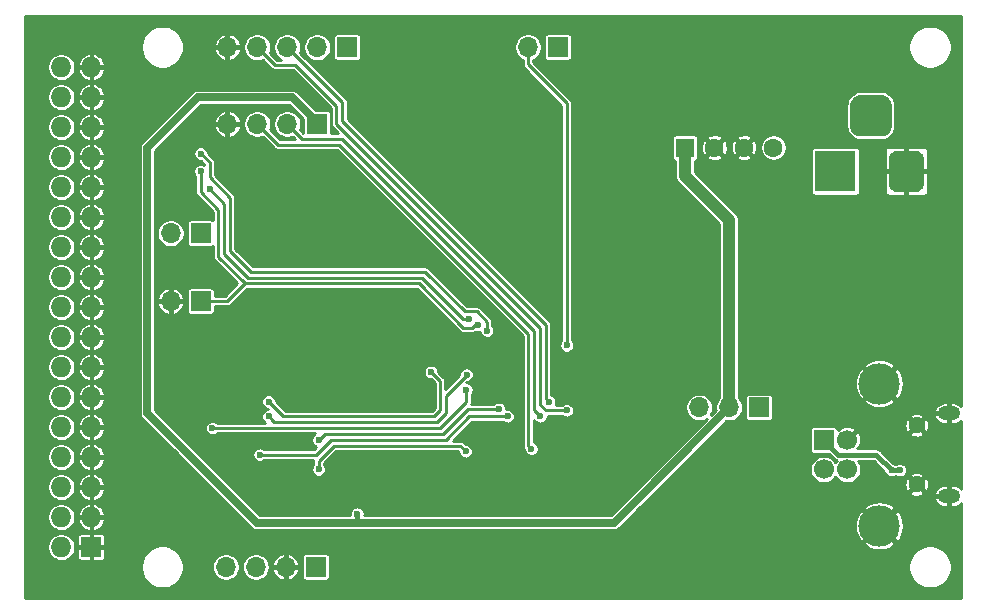
<source format=gbr>
G04 #@! TF.GenerationSoftware,KiCad,Pcbnew,(5.1.5)-3*
G04 #@! TF.CreationDate,2020-06-11T04:13:49+01:00*
G04 #@! TF.ProjectId,Greaseweazle_F7_Plus_V2,47726561-7365-4776-9561-7a6c655f4637,rev?*
G04 #@! TF.SameCoordinates,Original*
G04 #@! TF.FileFunction,Copper,L2,Bot*
G04 #@! TF.FilePolarity,Positive*
%FSLAX46Y46*%
G04 Gerber Fmt 4.6, Leading zero omitted, Abs format (unit mm)*
G04 Created by KiCad (PCBNEW (5.1.5)-3) date 2020-06-11 04:13:49*
%MOMM*%
%LPD*%
G04 APERTURE LIST*
%ADD10O,1.700000X1.700000*%
%ADD11R,1.700000X1.700000*%
%ADD12O,1.900000X1.200000*%
%ADD13C,1.450000*%
%ADD14C,0.100000*%
%ADD15R,3.500000X3.500000*%
%ADD16O,1.727200X1.727200*%
%ADD17R,1.727200X1.727200*%
%ADD18C,1.600000*%
%ADD19R,1.600000X1.600000*%
%ADD20C,3.500000*%
%ADD21C,1.700000*%
%ADD22C,0.600000*%
%ADD23C,0.250000*%
%ADD24C,0.400000*%
%ADD25C,0.650000*%
%ADD26C,1.000000*%
G04 APERTURE END LIST*
D10*
X162710000Y-118750000D03*
D11*
X165250000Y-118750000D03*
D12*
X228587500Y-134000000D03*
X228587500Y-141000000D03*
D13*
X225887500Y-135000000D03*
X225887500Y-140000000D03*
D10*
X167380000Y-147000000D03*
X169920000Y-147000000D03*
X172460000Y-147000000D03*
D11*
X175000000Y-147000000D03*
D10*
X162710000Y-124500000D03*
D11*
X165250000Y-124500000D03*
D10*
X207460000Y-133500000D03*
X210000000Y-133500000D03*
D11*
X212540000Y-133500000D03*
G04 #@! TA.AperFunction,ComponentPad*
D14*
G36*
X222960765Y-107054213D02*
G01*
X223045704Y-107066813D01*
X223128999Y-107087677D01*
X223209848Y-107116605D01*
X223287472Y-107153319D01*
X223361124Y-107197464D01*
X223430094Y-107248616D01*
X223493718Y-107306282D01*
X223551384Y-107369906D01*
X223602536Y-107438876D01*
X223646681Y-107512528D01*
X223683395Y-107590152D01*
X223712323Y-107671001D01*
X223733187Y-107754296D01*
X223745787Y-107839235D01*
X223750000Y-107925000D01*
X223750000Y-109675000D01*
X223745787Y-109760765D01*
X223733187Y-109845704D01*
X223712323Y-109928999D01*
X223683395Y-110009848D01*
X223646681Y-110087472D01*
X223602536Y-110161124D01*
X223551384Y-110230094D01*
X223493718Y-110293718D01*
X223430094Y-110351384D01*
X223361124Y-110402536D01*
X223287472Y-110446681D01*
X223209848Y-110483395D01*
X223128999Y-110512323D01*
X223045704Y-110533187D01*
X222960765Y-110545787D01*
X222875000Y-110550000D01*
X221125000Y-110550000D01*
X221039235Y-110545787D01*
X220954296Y-110533187D01*
X220871001Y-110512323D01*
X220790152Y-110483395D01*
X220712528Y-110446681D01*
X220638876Y-110402536D01*
X220569906Y-110351384D01*
X220506282Y-110293718D01*
X220448616Y-110230094D01*
X220397464Y-110161124D01*
X220353319Y-110087472D01*
X220316605Y-110009848D01*
X220287677Y-109928999D01*
X220266813Y-109845704D01*
X220254213Y-109760765D01*
X220250000Y-109675000D01*
X220250000Y-107925000D01*
X220254213Y-107839235D01*
X220266813Y-107754296D01*
X220287677Y-107671001D01*
X220316605Y-107590152D01*
X220353319Y-107512528D01*
X220397464Y-107438876D01*
X220448616Y-107369906D01*
X220506282Y-107306282D01*
X220569906Y-107248616D01*
X220638876Y-107197464D01*
X220712528Y-107153319D01*
X220790152Y-107116605D01*
X220871001Y-107087677D01*
X220954296Y-107066813D01*
X221039235Y-107054213D01*
X221125000Y-107050000D01*
X222875000Y-107050000D01*
X222960765Y-107054213D01*
G37*
G04 #@! TD.AperFunction*
G04 #@! TA.AperFunction,ComponentPad*
G36*
X225823513Y-111753611D02*
G01*
X225896318Y-111764411D01*
X225967714Y-111782295D01*
X226037013Y-111807090D01*
X226103548Y-111838559D01*
X226166678Y-111876398D01*
X226225795Y-111920242D01*
X226280330Y-111969670D01*
X226329758Y-112024205D01*
X226373602Y-112083322D01*
X226411441Y-112146452D01*
X226442910Y-112212987D01*
X226467705Y-112282286D01*
X226485589Y-112353682D01*
X226496389Y-112426487D01*
X226500000Y-112500000D01*
X226500000Y-114500000D01*
X226496389Y-114573513D01*
X226485589Y-114646318D01*
X226467705Y-114717714D01*
X226442910Y-114787013D01*
X226411441Y-114853548D01*
X226373602Y-114916678D01*
X226329758Y-114975795D01*
X226280330Y-115030330D01*
X226225795Y-115079758D01*
X226166678Y-115123602D01*
X226103548Y-115161441D01*
X226037013Y-115192910D01*
X225967714Y-115217705D01*
X225896318Y-115235589D01*
X225823513Y-115246389D01*
X225750000Y-115250000D01*
X224250000Y-115250000D01*
X224176487Y-115246389D01*
X224103682Y-115235589D01*
X224032286Y-115217705D01*
X223962987Y-115192910D01*
X223896452Y-115161441D01*
X223833322Y-115123602D01*
X223774205Y-115079758D01*
X223719670Y-115030330D01*
X223670242Y-114975795D01*
X223626398Y-114916678D01*
X223588559Y-114853548D01*
X223557090Y-114787013D01*
X223532295Y-114717714D01*
X223514411Y-114646318D01*
X223503611Y-114573513D01*
X223500000Y-114500000D01*
X223500000Y-112500000D01*
X223503611Y-112426487D01*
X223514411Y-112353682D01*
X223532295Y-112282286D01*
X223557090Y-112212987D01*
X223588559Y-112146452D01*
X223626398Y-112083322D01*
X223670242Y-112024205D01*
X223719670Y-111969670D01*
X223774205Y-111920242D01*
X223833322Y-111876398D01*
X223896452Y-111838559D01*
X223962987Y-111807090D01*
X224032286Y-111782295D01*
X224103682Y-111764411D01*
X224176487Y-111753611D01*
X224250000Y-111750000D01*
X225750000Y-111750000D01*
X225823513Y-111753611D01*
G37*
G04 #@! TD.AperFunction*
D15*
X219000000Y-113500000D03*
D16*
X153460000Y-104680000D03*
X156000000Y-104680000D03*
X153460000Y-107220000D03*
X156000000Y-107220000D03*
X153460000Y-109760000D03*
X156000000Y-109760000D03*
X153460000Y-112300000D03*
X156000000Y-112300000D03*
X153460000Y-114840000D03*
X156000000Y-114840000D03*
X153460000Y-117380000D03*
X156000000Y-117380000D03*
X153460000Y-119920000D03*
X156000000Y-119920000D03*
X153460000Y-122460000D03*
X156000000Y-122460000D03*
X153460000Y-125000000D03*
X156000000Y-125000000D03*
X153460000Y-127540000D03*
X156000000Y-127540000D03*
X153460000Y-130080000D03*
X156000000Y-130080000D03*
X153460000Y-132620000D03*
X156000000Y-132620000D03*
X153460000Y-135160000D03*
X156000000Y-135160000D03*
X153460000Y-137700000D03*
X156000000Y-137700000D03*
X153460000Y-140240000D03*
X156000000Y-140240000D03*
X153460000Y-142780000D03*
X156000000Y-142780000D03*
X153460000Y-145320000D03*
D17*
X156000000Y-145320000D03*
D10*
X167500000Y-103000000D03*
X170040000Y-103000000D03*
X172580000Y-103000000D03*
X175120000Y-103000000D03*
D11*
X177660000Y-103000000D03*
D18*
X213750000Y-111500000D03*
X211250000Y-111500000D03*
X208750000Y-111500000D03*
D19*
X206250000Y-111500000D03*
D10*
X167500000Y-109500000D03*
X170040000Y-109500000D03*
X172580000Y-109500000D03*
D11*
X175120000Y-109500000D03*
D10*
X192960000Y-103000000D03*
D11*
X195500000Y-103000000D03*
D20*
X222710000Y-143520000D03*
X222710000Y-131480000D03*
D21*
X220000000Y-136250000D03*
X220000000Y-138750000D03*
X218000000Y-138750000D03*
D11*
X218000000Y-136250000D03*
D22*
X175249956Y-116750000D03*
X185750000Y-103500000D03*
X195500000Y-142250000D03*
X172000000Y-127750000D03*
X183500000Y-140000000D03*
X192000000Y-138750000D03*
X183500000Y-108500000D03*
X220250000Y-102250000D03*
X198500000Y-107500000D03*
X179000000Y-106000000D03*
X171750000Y-113500000D03*
X158750000Y-106000000D03*
X159000000Y-127750000D03*
X166750000Y-143000000D03*
X213500000Y-147000000D03*
X200000000Y-136250000D03*
X227500000Y-127250000D03*
X220000000Y-122500000D03*
X210000000Y-136750000D03*
X203750000Y-134250000D03*
X203750000Y-115000000D03*
X178750000Y-120750000D03*
X182000000Y-118745000D03*
X191500000Y-130750000D03*
X194750000Y-122500000D03*
X215750000Y-141250000D03*
X215749956Y-144500000D03*
X199000000Y-126750000D03*
X183750000Y-120000000D03*
X204250000Y-129250000D03*
X185000000Y-125500000D03*
X198750000Y-120000000D03*
X173500000Y-130250000D03*
X176750000Y-113500000D03*
X192500000Y-147000000D03*
X181250000Y-146250000D03*
X210000000Y-105500000D03*
X193500006Y-112000000D03*
X187250000Y-112750000D03*
X194500000Y-139500000D03*
X181000000Y-124500000D03*
X191000000Y-121500000D03*
X206500000Y-141250000D03*
X208750000Y-144250000D03*
X205500000Y-136750000D03*
X215750000Y-119250000D03*
X208750000Y-123000000D03*
X215250000Y-138000000D03*
X171999972Y-142250000D03*
X200000000Y-141250000D03*
X215749972Y-116500000D03*
X208250000Y-119250000D03*
X179750000Y-137500000D03*
X184749938Y-133500000D03*
X179750000Y-133500000D03*
X188750000Y-128250000D03*
X177750000Y-130250000D03*
X187750000Y-131999994D03*
X166250008Y-135250000D03*
X187765425Y-130726322D03*
X171000000Y-134250000D03*
X171000000Y-133000000D03*
X184749980Y-130500000D03*
X166000000Y-115000000D03*
X188000000Y-126000000D03*
X165249958Y-113500000D03*
X188750000Y-126500000D03*
X165250000Y-112000000D03*
X189500000Y-127000000D03*
X160750000Y-128250000D03*
X167750000Y-141000000D03*
X160750000Y-112250000D03*
X160750012Y-115000000D03*
X178500000Y-142500000D03*
X164000030Y-137250030D03*
X196250000Y-128250000D03*
X196249990Y-133750000D03*
X194750000Y-132999932D03*
X193250000Y-137000000D03*
X194000000Y-134250000D03*
X224450009Y-138799997D03*
X223750000Y-138800000D03*
X191250000Y-134250000D03*
X170250000Y-137500000D03*
X175250000Y-136250000D03*
X190500000Y-133624990D03*
X187690982Y-137220491D03*
X175250000Y-138750000D03*
D23*
X187750000Y-133000000D02*
X185500000Y-135250000D01*
X187750000Y-131999994D02*
X187750000Y-133000000D01*
X185500000Y-135250000D02*
X166674272Y-135250000D01*
X166674272Y-135250000D02*
X166250008Y-135250000D01*
X171299999Y-134549999D02*
X171000000Y-134250000D01*
X186000000Y-132491747D02*
X186000000Y-134000000D01*
X187765425Y-130726322D02*
X186000000Y-132491747D01*
X186000000Y-134000000D02*
X185250000Y-134750000D01*
X185250000Y-134750000D02*
X171500000Y-134750000D01*
X171500000Y-134750000D02*
X171299999Y-134549999D01*
X171000000Y-133000000D02*
X172250000Y-134250000D01*
X185000000Y-134250000D02*
X185500000Y-133750000D01*
X172250000Y-134250000D02*
X185000000Y-134250000D01*
X185500000Y-131250020D02*
X184749980Y-130500000D01*
X185500000Y-132000000D02*
X185500000Y-131250020D01*
X185500000Y-132000000D02*
X185500000Y-131750008D01*
X185500000Y-133750000D02*
X185500000Y-132000000D01*
X167250000Y-116250000D02*
X167250000Y-120500000D01*
X166000000Y-115000000D02*
X167250000Y-116250000D01*
X167250000Y-120500000D02*
X169250000Y-122500000D01*
X169250000Y-122500000D02*
X184000000Y-122500000D01*
X187500000Y-126000000D02*
X188000000Y-126000000D01*
X184000000Y-122500000D02*
X187500000Y-126000000D01*
X167500000Y-124500000D02*
X169000000Y-123000000D01*
X165250000Y-124500000D02*
X167500000Y-124500000D01*
X165249958Y-115249958D02*
X165249958Y-113924264D01*
X166750000Y-120750000D02*
X166750000Y-116750000D01*
X165249958Y-113924264D02*
X165249958Y-113500000D01*
X169000000Y-123000000D02*
X166750000Y-120750000D01*
X166750000Y-116750000D02*
X165249958Y-115249958D01*
X188250012Y-126750000D02*
X188250000Y-126750000D01*
X188250000Y-126750000D02*
X187500000Y-126750000D01*
X183750000Y-123000000D02*
X169000000Y-123000000D01*
X187500000Y-126750000D02*
X183750000Y-123000000D01*
X188500000Y-126500000D02*
X188750000Y-126500000D01*
X188250000Y-126750000D02*
X188500000Y-126500000D01*
X189500000Y-126250000D02*
X189500000Y-127000000D01*
X188624999Y-125374999D02*
X189500000Y-126250000D01*
X187624999Y-125374999D02*
X188624999Y-125374999D01*
X169500000Y-122000000D02*
X184250000Y-122000000D01*
X166000000Y-112750000D02*
X166000000Y-114000000D01*
X184250000Y-122000000D02*
X187624999Y-125374999D01*
X165250000Y-112000000D02*
X166000000Y-112750000D01*
X166000000Y-114000000D02*
X167750000Y-115750000D01*
X167750000Y-115750000D02*
X167750000Y-120250000D01*
X167750000Y-120250000D02*
X169500000Y-122000000D01*
D24*
X175120000Y-109500000D02*
X175120000Y-109370000D01*
D25*
X167750000Y-141000000D02*
X170000000Y-143250000D01*
X170000000Y-143250000D02*
X178500000Y-143250000D01*
X210000000Y-133500000D02*
X200250000Y-143250000D01*
X200250000Y-143250000D02*
X178506000Y-143250000D01*
D26*
X210000000Y-117635000D02*
X210000000Y-133500000D01*
X206250000Y-111500000D02*
X206250000Y-113885000D01*
X206250000Y-113885000D02*
X210000000Y-117635000D01*
D24*
X178525000Y-143225000D02*
X178500000Y-143200000D01*
X178500000Y-142924264D02*
X178500000Y-142500000D01*
X178500000Y-143200000D02*
X178500000Y-142924264D01*
D25*
X175120000Y-109370000D02*
X173000000Y-107250000D01*
X160750000Y-111500000D02*
X160750000Y-134000000D01*
X173000000Y-107250000D02*
X165000000Y-107250000D01*
X160750000Y-134000000D02*
X163700031Y-136950031D01*
X165000000Y-107250000D02*
X160750000Y-111500000D01*
X167750000Y-141000000D02*
X164000030Y-137250030D01*
X163700031Y-136950031D02*
X164000030Y-137250030D01*
D23*
X192960000Y-104460000D02*
X192960000Y-103000000D01*
X196250000Y-107750000D02*
X192960000Y-104460000D01*
X196250000Y-128250000D02*
X196250000Y-107750000D01*
X194450054Y-133750000D02*
X196249990Y-133750000D01*
X170040000Y-103000000D02*
X171540000Y-104500000D01*
X176750000Y-109500000D02*
X193999988Y-126749988D01*
X193999988Y-133299934D02*
X194450054Y-133750000D01*
X173250000Y-104500000D02*
X176750000Y-108000000D01*
X193999988Y-126749988D02*
X193999988Y-133299934D01*
X171540000Y-104500000D02*
X173250000Y-104500000D01*
X176750000Y-108000000D02*
X176750000Y-109500000D01*
X194500000Y-126500000D02*
X194500000Y-132749932D01*
X177250000Y-109250000D02*
X194500000Y-126500000D01*
X194500000Y-132749932D02*
X194750000Y-132999932D01*
X172580000Y-103000000D02*
X177250000Y-107670000D01*
X177250000Y-107670000D02*
X177250000Y-109250000D01*
X193000000Y-136750000D02*
X193250000Y-137000000D01*
X193000000Y-127250000D02*
X193000000Y-136750000D01*
X177000000Y-111250000D02*
X193000000Y-127250000D01*
X170040000Y-109500000D02*
X171790000Y-111250000D01*
X171790000Y-111250000D02*
X177000000Y-111250000D01*
X173830000Y-110750000D02*
X177250000Y-110750000D01*
X172580000Y-109500000D02*
X173830000Y-110750000D01*
X193500000Y-133750000D02*
X194000000Y-134250000D01*
X177250000Y-110750000D02*
X193500000Y-127000000D01*
X193500000Y-127000000D02*
X193500000Y-133750000D01*
D26*
X207500000Y-133460000D02*
X207460000Y-133500000D01*
D24*
X224450006Y-138800000D02*
X224450009Y-138799997D01*
X223750000Y-138800000D02*
X224450006Y-138800000D01*
X222450000Y-137500000D02*
X223750000Y-138800000D01*
X218000000Y-136250000D02*
X219250000Y-137500000D01*
X219250000Y-137500000D02*
X222450000Y-137500000D01*
D23*
X188000000Y-134250000D02*
X191250000Y-134250000D01*
X186000000Y-136250000D02*
X188000000Y-134250000D01*
X176250000Y-136250000D02*
X186000000Y-136250000D01*
X170250000Y-137500000D02*
X175000000Y-137500000D01*
X175000000Y-137500000D02*
X176250000Y-136250000D01*
X190075736Y-133624990D02*
X190500000Y-133624990D01*
X185750000Y-135750000D02*
X187875010Y-133624990D01*
X187875010Y-133624990D02*
X190075736Y-133624990D01*
X175250000Y-136250000D02*
X175750000Y-135750000D01*
X175750000Y-135750000D02*
X185750000Y-135750000D01*
X175250000Y-138000000D02*
X175250000Y-138750000D01*
X176500000Y-136750000D02*
X175250000Y-138000000D01*
X187690982Y-137220491D02*
X187220491Y-136750000D01*
X187220491Y-136750000D02*
X176500000Y-136750000D01*
G36*
X229625001Y-133380018D02*
G01*
X229513763Y-133272558D01*
X229360773Y-133174112D01*
X229191517Y-133107405D01*
X229012500Y-133075000D01*
X228662500Y-133075000D01*
X228662500Y-133925000D01*
X228682500Y-133925000D01*
X228682500Y-134075000D01*
X228662500Y-134075000D01*
X228662500Y-134925000D01*
X229012500Y-134925000D01*
X229191517Y-134892595D01*
X229360773Y-134825888D01*
X229513763Y-134727442D01*
X229625001Y-134619982D01*
X229625001Y-140380019D01*
X229513763Y-140272558D01*
X229360773Y-140174112D01*
X229191517Y-140107405D01*
X229012500Y-140075000D01*
X228662500Y-140075000D01*
X228662500Y-140925000D01*
X228682500Y-140925000D01*
X228682500Y-141075000D01*
X228662500Y-141075000D01*
X228662500Y-141925000D01*
X229012500Y-141925000D01*
X229191517Y-141892595D01*
X229360773Y-141825888D01*
X229513763Y-141727442D01*
X229625001Y-141619981D01*
X229625001Y-149625000D01*
X150375000Y-149625000D01*
X150375000Y-146820253D01*
X160175000Y-146820253D01*
X160175000Y-147179747D01*
X160245134Y-147532333D01*
X160382706Y-147864461D01*
X160582430Y-148163369D01*
X160836631Y-148417570D01*
X161135539Y-148617294D01*
X161467667Y-148754866D01*
X161820253Y-148825000D01*
X162179747Y-148825000D01*
X162532333Y-148754866D01*
X162864461Y-148617294D01*
X163163369Y-148417570D01*
X163417570Y-148163369D01*
X163617294Y-147864461D01*
X163754866Y-147532333D01*
X163825000Y-147179747D01*
X163825000Y-146884273D01*
X166205000Y-146884273D01*
X166205000Y-147115727D01*
X166250155Y-147342735D01*
X166338729Y-147556571D01*
X166467318Y-147749019D01*
X166630981Y-147912682D01*
X166823429Y-148041271D01*
X167037265Y-148129845D01*
X167264273Y-148175000D01*
X167495727Y-148175000D01*
X167722735Y-148129845D01*
X167936571Y-148041271D01*
X168129019Y-147912682D01*
X168292682Y-147749019D01*
X168421271Y-147556571D01*
X168509845Y-147342735D01*
X168555000Y-147115727D01*
X168555000Y-146884273D01*
X168745000Y-146884273D01*
X168745000Y-147115727D01*
X168790155Y-147342735D01*
X168878729Y-147556571D01*
X169007318Y-147749019D01*
X169170981Y-147912682D01*
X169363429Y-148041271D01*
X169577265Y-148129845D01*
X169804273Y-148175000D01*
X170035727Y-148175000D01*
X170262735Y-148129845D01*
X170476571Y-148041271D01*
X170669019Y-147912682D01*
X170832682Y-147749019D01*
X170961271Y-147556571D01*
X171049845Y-147342735D01*
X171066796Y-147257513D01*
X171313561Y-147257513D01*
X171385828Y-147476224D01*
X171499375Y-147676634D01*
X171649838Y-147851041D01*
X171831435Y-147992743D01*
X172037187Y-148096295D01*
X172202488Y-148146435D01*
X172385000Y-148091176D01*
X172385000Y-147075000D01*
X172535000Y-147075000D01*
X172535000Y-148091176D01*
X172717512Y-148146435D01*
X172882813Y-148096295D01*
X173088565Y-147992743D01*
X173270162Y-147851041D01*
X173420625Y-147676634D01*
X173534172Y-147476224D01*
X173606439Y-147257513D01*
X173551358Y-147075000D01*
X172535000Y-147075000D01*
X172385000Y-147075000D01*
X171368642Y-147075000D01*
X171313561Y-147257513D01*
X171066796Y-147257513D01*
X171095000Y-147115727D01*
X171095000Y-146884273D01*
X171066797Y-146742487D01*
X171313561Y-146742487D01*
X171368642Y-146925000D01*
X172385000Y-146925000D01*
X172385000Y-145908824D01*
X172535000Y-145908824D01*
X172535000Y-146925000D01*
X173551358Y-146925000D01*
X173606439Y-146742487D01*
X173534172Y-146523776D01*
X173420625Y-146323366D01*
X173271061Y-146150000D01*
X173823428Y-146150000D01*
X173823428Y-147850000D01*
X173829703Y-147913711D01*
X173848287Y-147974974D01*
X173878465Y-148031434D01*
X173919079Y-148080921D01*
X173968566Y-148121535D01*
X174025026Y-148151713D01*
X174086289Y-148170297D01*
X174150000Y-148176572D01*
X175850000Y-148176572D01*
X175913711Y-148170297D01*
X175974974Y-148151713D01*
X176031434Y-148121535D01*
X176080921Y-148080921D01*
X176121535Y-148031434D01*
X176151713Y-147974974D01*
X176170297Y-147913711D01*
X176176572Y-147850000D01*
X176176572Y-146820253D01*
X225175000Y-146820253D01*
X225175000Y-147179747D01*
X225245134Y-147532333D01*
X225382706Y-147864461D01*
X225582430Y-148163369D01*
X225836631Y-148417570D01*
X226135539Y-148617294D01*
X226467667Y-148754866D01*
X226820253Y-148825000D01*
X227179747Y-148825000D01*
X227532333Y-148754866D01*
X227864461Y-148617294D01*
X228163369Y-148417570D01*
X228417570Y-148163369D01*
X228617294Y-147864461D01*
X228754866Y-147532333D01*
X228825000Y-147179747D01*
X228825000Y-146820253D01*
X228754866Y-146467667D01*
X228617294Y-146135539D01*
X228417570Y-145836631D01*
X228163369Y-145582430D01*
X227864461Y-145382706D01*
X227532333Y-145245134D01*
X227179747Y-145175000D01*
X226820253Y-145175000D01*
X226467667Y-145245134D01*
X226135539Y-145382706D01*
X225836631Y-145582430D01*
X225582430Y-145836631D01*
X225382706Y-146135539D01*
X225245134Y-146467667D01*
X225175000Y-146820253D01*
X176176572Y-146820253D01*
X176176572Y-146150000D01*
X176170297Y-146086289D01*
X176151713Y-146025026D01*
X176121535Y-145968566D01*
X176080921Y-145919079D01*
X176031434Y-145878465D01*
X175974974Y-145848287D01*
X175913711Y-145829703D01*
X175850000Y-145823428D01*
X174150000Y-145823428D01*
X174086289Y-145829703D01*
X174025026Y-145848287D01*
X173968566Y-145878465D01*
X173919079Y-145919079D01*
X173878465Y-145968566D01*
X173848287Y-146025026D01*
X173829703Y-146086289D01*
X173823428Y-146150000D01*
X173271061Y-146150000D01*
X173270162Y-146148959D01*
X173088565Y-146007257D01*
X172882813Y-145903705D01*
X172717512Y-145853565D01*
X172535000Y-145908824D01*
X172385000Y-145908824D01*
X172202488Y-145853565D01*
X172037187Y-145903705D01*
X171831435Y-146007257D01*
X171649838Y-146148959D01*
X171499375Y-146323366D01*
X171385828Y-146523776D01*
X171313561Y-146742487D01*
X171066797Y-146742487D01*
X171049845Y-146657265D01*
X170961271Y-146443429D01*
X170832682Y-146250981D01*
X170669019Y-146087318D01*
X170476571Y-145958729D01*
X170262735Y-145870155D01*
X170035727Y-145825000D01*
X169804273Y-145825000D01*
X169577265Y-145870155D01*
X169363429Y-145958729D01*
X169170981Y-146087318D01*
X169007318Y-146250981D01*
X168878729Y-146443429D01*
X168790155Y-146657265D01*
X168745000Y-146884273D01*
X168555000Y-146884273D01*
X168509845Y-146657265D01*
X168421271Y-146443429D01*
X168292682Y-146250981D01*
X168129019Y-146087318D01*
X167936571Y-145958729D01*
X167722735Y-145870155D01*
X167495727Y-145825000D01*
X167264273Y-145825000D01*
X167037265Y-145870155D01*
X166823429Y-145958729D01*
X166630981Y-146087318D01*
X166467318Y-146250981D01*
X166338729Y-146443429D01*
X166250155Y-146657265D01*
X166205000Y-146884273D01*
X163825000Y-146884273D01*
X163825000Y-146820253D01*
X163754866Y-146467667D01*
X163617294Y-146135539D01*
X163417570Y-145836631D01*
X163163369Y-145582430D01*
X162864461Y-145382706D01*
X162532333Y-145245134D01*
X162179747Y-145175000D01*
X161820253Y-145175000D01*
X161467667Y-145245134D01*
X161135539Y-145382706D01*
X160836631Y-145582430D01*
X160582430Y-145836631D01*
X160382706Y-146135539D01*
X160245134Y-146467667D01*
X160175000Y-146820253D01*
X150375000Y-146820253D01*
X150375000Y-145202933D01*
X152271400Y-145202933D01*
X152271400Y-145437067D01*
X152317077Y-145666702D01*
X152406676Y-145883013D01*
X152536754Y-146077688D01*
X152702312Y-146243246D01*
X152896987Y-146373324D01*
X153113298Y-146462923D01*
X153342933Y-146508600D01*
X153577067Y-146508600D01*
X153806702Y-146462923D01*
X154023013Y-146373324D01*
X154217688Y-146243246D01*
X154277334Y-146183600D01*
X154809827Y-146183600D01*
X154816102Y-146247311D01*
X154834686Y-146308574D01*
X154864864Y-146365034D01*
X154905478Y-146414522D01*
X154954966Y-146455136D01*
X155011426Y-146485314D01*
X155072689Y-146503898D01*
X155136400Y-146510173D01*
X155843750Y-146508600D01*
X155925000Y-146427350D01*
X155925000Y-145395000D01*
X156075000Y-145395000D01*
X156075000Y-146427350D01*
X156156250Y-146508600D01*
X156863600Y-146510173D01*
X156927311Y-146503898D01*
X156988574Y-146485314D01*
X157045034Y-146455136D01*
X157094522Y-146414522D01*
X157135136Y-146365034D01*
X157165314Y-146308574D01*
X157183898Y-146247311D01*
X157190173Y-146183600D01*
X157188600Y-145476250D01*
X157107350Y-145395000D01*
X156075000Y-145395000D01*
X155925000Y-145395000D01*
X154892650Y-145395000D01*
X154811400Y-145476250D01*
X154809827Y-146183600D01*
X154277334Y-146183600D01*
X154383246Y-146077688D01*
X154513324Y-145883013D01*
X154602923Y-145666702D01*
X154648600Y-145437067D01*
X154648600Y-145202933D01*
X154602923Y-144973298D01*
X154513324Y-144756987D01*
X154383246Y-144562312D01*
X154277334Y-144456400D01*
X154809827Y-144456400D01*
X154811400Y-145163750D01*
X154892650Y-145245000D01*
X155925000Y-145245000D01*
X155925000Y-144212650D01*
X156075000Y-144212650D01*
X156075000Y-145245000D01*
X157107350Y-145245000D01*
X157188600Y-145163750D01*
X157188988Y-144988934D01*
X221347132Y-144988934D01*
X221545913Y-145249826D01*
X221905754Y-145443690D01*
X222296500Y-145563627D01*
X222703138Y-145605030D01*
X223110039Y-145566305D01*
X223501566Y-145448942D01*
X223862675Y-145257450D01*
X223874087Y-145249826D01*
X224072868Y-144988934D01*
X222710000Y-143626066D01*
X221347132Y-144988934D01*
X157188988Y-144988934D01*
X157190173Y-144456400D01*
X157183898Y-144392689D01*
X157165314Y-144331426D01*
X157135136Y-144274966D01*
X157094522Y-144225478D01*
X157045034Y-144184864D01*
X156988574Y-144154686D01*
X156927311Y-144136102D01*
X156863600Y-144129827D01*
X156156250Y-144131400D01*
X156075000Y-144212650D01*
X155925000Y-144212650D01*
X155843750Y-144131400D01*
X155136400Y-144129827D01*
X155072689Y-144136102D01*
X155011426Y-144154686D01*
X154954966Y-144184864D01*
X154905478Y-144225478D01*
X154864864Y-144274966D01*
X154834686Y-144331426D01*
X154816102Y-144392689D01*
X154809827Y-144456400D01*
X154277334Y-144456400D01*
X154217688Y-144396754D01*
X154023013Y-144266676D01*
X153806702Y-144177077D01*
X153577067Y-144131400D01*
X153342933Y-144131400D01*
X153113298Y-144177077D01*
X152896987Y-144266676D01*
X152702312Y-144396754D01*
X152536754Y-144562312D01*
X152406676Y-144756987D01*
X152317077Y-144973298D01*
X152271400Y-145202933D01*
X150375000Y-145202933D01*
X150375000Y-142662933D01*
X152271400Y-142662933D01*
X152271400Y-142897067D01*
X152317077Y-143126702D01*
X152406676Y-143343013D01*
X152536754Y-143537688D01*
X152702312Y-143703246D01*
X152896987Y-143833324D01*
X153113298Y-143922923D01*
X153342933Y-143968600D01*
X153577067Y-143968600D01*
X153806702Y-143922923D01*
X154023013Y-143833324D01*
X154217688Y-143703246D01*
X154383246Y-143537688D01*
X154513324Y-143343013D01*
X154602923Y-143126702D01*
X154620239Y-143039644D01*
X154840106Y-143039644D01*
X154891329Y-143208518D01*
X154996231Y-143416575D01*
X155139708Y-143600169D01*
X155316245Y-143752244D01*
X155519059Y-143866957D01*
X155740355Y-143939898D01*
X155925000Y-143884985D01*
X155925000Y-142855000D01*
X156075000Y-142855000D01*
X156075000Y-143884985D01*
X156259645Y-143939898D01*
X156480941Y-143866957D01*
X156683755Y-143752244D01*
X156860292Y-143600169D01*
X157003769Y-143416575D01*
X157108671Y-143208518D01*
X157159894Y-143039644D01*
X157104807Y-142855000D01*
X156075000Y-142855000D01*
X155925000Y-142855000D01*
X154895193Y-142855000D01*
X154840106Y-143039644D01*
X154620239Y-143039644D01*
X154648600Y-142897067D01*
X154648600Y-142662933D01*
X154620240Y-142520356D01*
X154840106Y-142520356D01*
X154895193Y-142705000D01*
X155925000Y-142705000D01*
X155925000Y-141675015D01*
X156075000Y-141675015D01*
X156075000Y-142705000D01*
X157104807Y-142705000D01*
X157159894Y-142520356D01*
X157108671Y-142351482D01*
X157003769Y-142143425D01*
X156860292Y-141959831D01*
X156683755Y-141807756D01*
X156480941Y-141693043D01*
X156259645Y-141620102D01*
X156075000Y-141675015D01*
X155925000Y-141675015D01*
X155740355Y-141620102D01*
X155519059Y-141693043D01*
X155316245Y-141807756D01*
X155139708Y-141959831D01*
X154996231Y-142143425D01*
X154891329Y-142351482D01*
X154840106Y-142520356D01*
X154620240Y-142520356D01*
X154602923Y-142433298D01*
X154513324Y-142216987D01*
X154383246Y-142022312D01*
X154217688Y-141856754D01*
X154023013Y-141726676D01*
X153806702Y-141637077D01*
X153577067Y-141591400D01*
X153342933Y-141591400D01*
X153113298Y-141637077D01*
X152896987Y-141726676D01*
X152702312Y-141856754D01*
X152536754Y-142022312D01*
X152406676Y-142216987D01*
X152317077Y-142433298D01*
X152271400Y-142662933D01*
X150375000Y-142662933D01*
X150375000Y-140122933D01*
X152271400Y-140122933D01*
X152271400Y-140357067D01*
X152317077Y-140586702D01*
X152406676Y-140803013D01*
X152536754Y-140997688D01*
X152702312Y-141163246D01*
X152896987Y-141293324D01*
X153113298Y-141382923D01*
X153342933Y-141428600D01*
X153577067Y-141428600D01*
X153806702Y-141382923D01*
X154023013Y-141293324D01*
X154217688Y-141163246D01*
X154383246Y-140997688D01*
X154513324Y-140803013D01*
X154602923Y-140586702D01*
X154620239Y-140499644D01*
X154840106Y-140499644D01*
X154891329Y-140668518D01*
X154996231Y-140876575D01*
X155139708Y-141060169D01*
X155316245Y-141212244D01*
X155519059Y-141326957D01*
X155740355Y-141399898D01*
X155925000Y-141344985D01*
X155925000Y-140315000D01*
X156075000Y-140315000D01*
X156075000Y-141344985D01*
X156259645Y-141399898D01*
X156480941Y-141326957D01*
X156683755Y-141212244D01*
X156860292Y-141060169D01*
X157003769Y-140876575D01*
X157108671Y-140668518D01*
X157159894Y-140499644D01*
X157104807Y-140315000D01*
X156075000Y-140315000D01*
X155925000Y-140315000D01*
X154895193Y-140315000D01*
X154840106Y-140499644D01*
X154620239Y-140499644D01*
X154648600Y-140357067D01*
X154648600Y-140122933D01*
X154620240Y-139980356D01*
X154840106Y-139980356D01*
X154895193Y-140165000D01*
X155925000Y-140165000D01*
X155925000Y-139135015D01*
X156075000Y-139135015D01*
X156075000Y-140165000D01*
X157104807Y-140165000D01*
X157159894Y-139980356D01*
X157108671Y-139811482D01*
X157003769Y-139603425D01*
X156860292Y-139419831D01*
X156683755Y-139267756D01*
X156480941Y-139153043D01*
X156259645Y-139080102D01*
X156075000Y-139135015D01*
X155925000Y-139135015D01*
X155740355Y-139080102D01*
X155519059Y-139153043D01*
X155316245Y-139267756D01*
X155139708Y-139419831D01*
X154996231Y-139603425D01*
X154891329Y-139811482D01*
X154840106Y-139980356D01*
X154620240Y-139980356D01*
X154602923Y-139893298D01*
X154513324Y-139676987D01*
X154383246Y-139482312D01*
X154217688Y-139316754D01*
X154023013Y-139186676D01*
X153806702Y-139097077D01*
X153577067Y-139051400D01*
X153342933Y-139051400D01*
X153113298Y-139097077D01*
X152896987Y-139186676D01*
X152702312Y-139316754D01*
X152536754Y-139482312D01*
X152406676Y-139676987D01*
X152317077Y-139893298D01*
X152271400Y-140122933D01*
X150375000Y-140122933D01*
X150375000Y-137582933D01*
X152271400Y-137582933D01*
X152271400Y-137817067D01*
X152317077Y-138046702D01*
X152406676Y-138263013D01*
X152536754Y-138457688D01*
X152702312Y-138623246D01*
X152896987Y-138753324D01*
X153113298Y-138842923D01*
X153342933Y-138888600D01*
X153577067Y-138888600D01*
X153806702Y-138842923D01*
X154023013Y-138753324D01*
X154217688Y-138623246D01*
X154383246Y-138457688D01*
X154513324Y-138263013D01*
X154602923Y-138046702D01*
X154620239Y-137959644D01*
X154840106Y-137959644D01*
X154891329Y-138128518D01*
X154996231Y-138336575D01*
X155139708Y-138520169D01*
X155316245Y-138672244D01*
X155519059Y-138786957D01*
X155740355Y-138859898D01*
X155925000Y-138804985D01*
X155925000Y-137775000D01*
X156075000Y-137775000D01*
X156075000Y-138804985D01*
X156259645Y-138859898D01*
X156480941Y-138786957D01*
X156683755Y-138672244D01*
X156860292Y-138520169D01*
X157003769Y-138336575D01*
X157108671Y-138128518D01*
X157159894Y-137959644D01*
X157104807Y-137775000D01*
X156075000Y-137775000D01*
X155925000Y-137775000D01*
X154895193Y-137775000D01*
X154840106Y-137959644D01*
X154620239Y-137959644D01*
X154648600Y-137817067D01*
X154648600Y-137582933D01*
X154620240Y-137440356D01*
X154840106Y-137440356D01*
X154895193Y-137625000D01*
X155925000Y-137625000D01*
X155925000Y-136595015D01*
X156075000Y-136595015D01*
X156075000Y-137625000D01*
X157104807Y-137625000D01*
X157159894Y-137440356D01*
X157108671Y-137271482D01*
X157003769Y-137063425D01*
X156860292Y-136879831D01*
X156683755Y-136727756D01*
X156480941Y-136613043D01*
X156259645Y-136540102D01*
X156075000Y-136595015D01*
X155925000Y-136595015D01*
X155740355Y-136540102D01*
X155519059Y-136613043D01*
X155316245Y-136727756D01*
X155139708Y-136879831D01*
X154996231Y-137063425D01*
X154891329Y-137271482D01*
X154840106Y-137440356D01*
X154620240Y-137440356D01*
X154602923Y-137353298D01*
X154513324Y-137136987D01*
X154383246Y-136942312D01*
X154217688Y-136776754D01*
X154023013Y-136646676D01*
X153806702Y-136557077D01*
X153577067Y-136511400D01*
X153342933Y-136511400D01*
X153113298Y-136557077D01*
X152896987Y-136646676D01*
X152702312Y-136776754D01*
X152536754Y-136942312D01*
X152406676Y-137136987D01*
X152317077Y-137353298D01*
X152271400Y-137582933D01*
X150375000Y-137582933D01*
X150375000Y-135042933D01*
X152271400Y-135042933D01*
X152271400Y-135277067D01*
X152317077Y-135506702D01*
X152406676Y-135723013D01*
X152536754Y-135917688D01*
X152702312Y-136083246D01*
X152896987Y-136213324D01*
X153113298Y-136302923D01*
X153342933Y-136348600D01*
X153577067Y-136348600D01*
X153806702Y-136302923D01*
X154023013Y-136213324D01*
X154217688Y-136083246D01*
X154383246Y-135917688D01*
X154513324Y-135723013D01*
X154602923Y-135506702D01*
X154620239Y-135419644D01*
X154840106Y-135419644D01*
X154891329Y-135588518D01*
X154996231Y-135796575D01*
X155139708Y-135980169D01*
X155316245Y-136132244D01*
X155519059Y-136246957D01*
X155740355Y-136319898D01*
X155925000Y-136264985D01*
X155925000Y-135235000D01*
X156075000Y-135235000D01*
X156075000Y-136264985D01*
X156259645Y-136319898D01*
X156480941Y-136246957D01*
X156683755Y-136132244D01*
X156860292Y-135980169D01*
X157003769Y-135796575D01*
X157108671Y-135588518D01*
X157159894Y-135419644D01*
X157104807Y-135235000D01*
X156075000Y-135235000D01*
X155925000Y-135235000D01*
X154895193Y-135235000D01*
X154840106Y-135419644D01*
X154620239Y-135419644D01*
X154648600Y-135277067D01*
X154648600Y-135042933D01*
X154620240Y-134900356D01*
X154840106Y-134900356D01*
X154895193Y-135085000D01*
X155925000Y-135085000D01*
X155925000Y-134055015D01*
X156075000Y-134055015D01*
X156075000Y-135085000D01*
X157104807Y-135085000D01*
X157159894Y-134900356D01*
X157108671Y-134731482D01*
X157003769Y-134523425D01*
X156860292Y-134339831D01*
X156683755Y-134187756D01*
X156480941Y-134073043D01*
X156259645Y-134000102D01*
X156075000Y-134055015D01*
X155925000Y-134055015D01*
X155740355Y-134000102D01*
X155519059Y-134073043D01*
X155316245Y-134187756D01*
X155139708Y-134339831D01*
X154996231Y-134523425D01*
X154891329Y-134731482D01*
X154840106Y-134900356D01*
X154620240Y-134900356D01*
X154602923Y-134813298D01*
X154513324Y-134596987D01*
X154383246Y-134402312D01*
X154217688Y-134236754D01*
X154023013Y-134106676D01*
X153806702Y-134017077D01*
X153577067Y-133971400D01*
X153342933Y-133971400D01*
X153113298Y-134017077D01*
X152896987Y-134106676D01*
X152702312Y-134236754D01*
X152536754Y-134402312D01*
X152406676Y-134596987D01*
X152317077Y-134813298D01*
X152271400Y-135042933D01*
X150375000Y-135042933D01*
X150375000Y-132502933D01*
X152271400Y-132502933D01*
X152271400Y-132737067D01*
X152317077Y-132966702D01*
X152406676Y-133183013D01*
X152536754Y-133377688D01*
X152702312Y-133543246D01*
X152896987Y-133673324D01*
X153113298Y-133762923D01*
X153342933Y-133808600D01*
X153577067Y-133808600D01*
X153806702Y-133762923D01*
X154023013Y-133673324D01*
X154217688Y-133543246D01*
X154383246Y-133377688D01*
X154513324Y-133183013D01*
X154602923Y-132966702D01*
X154620239Y-132879644D01*
X154840106Y-132879644D01*
X154891329Y-133048518D01*
X154996231Y-133256575D01*
X155139708Y-133440169D01*
X155316245Y-133592244D01*
X155519059Y-133706957D01*
X155740355Y-133779898D01*
X155925000Y-133724985D01*
X155925000Y-132695000D01*
X156075000Y-132695000D01*
X156075000Y-133724985D01*
X156259645Y-133779898D01*
X156480941Y-133706957D01*
X156683755Y-133592244D01*
X156860292Y-133440169D01*
X157003769Y-133256575D01*
X157108671Y-133048518D01*
X157159894Y-132879644D01*
X157104807Y-132695000D01*
X156075000Y-132695000D01*
X155925000Y-132695000D01*
X154895193Y-132695000D01*
X154840106Y-132879644D01*
X154620239Y-132879644D01*
X154648600Y-132737067D01*
X154648600Y-132502933D01*
X154620240Y-132360356D01*
X154840106Y-132360356D01*
X154895193Y-132545000D01*
X155925000Y-132545000D01*
X155925000Y-131515015D01*
X156075000Y-131515015D01*
X156075000Y-132545000D01*
X157104807Y-132545000D01*
X157159894Y-132360356D01*
X157108671Y-132191482D01*
X157003769Y-131983425D01*
X156860292Y-131799831D01*
X156683755Y-131647756D01*
X156480941Y-131533043D01*
X156259645Y-131460102D01*
X156075000Y-131515015D01*
X155925000Y-131515015D01*
X155740355Y-131460102D01*
X155519059Y-131533043D01*
X155316245Y-131647756D01*
X155139708Y-131799831D01*
X154996231Y-131983425D01*
X154891329Y-132191482D01*
X154840106Y-132360356D01*
X154620240Y-132360356D01*
X154602923Y-132273298D01*
X154513324Y-132056987D01*
X154383246Y-131862312D01*
X154217688Y-131696754D01*
X154023013Y-131566676D01*
X153806702Y-131477077D01*
X153577067Y-131431400D01*
X153342933Y-131431400D01*
X153113298Y-131477077D01*
X152896987Y-131566676D01*
X152702312Y-131696754D01*
X152536754Y-131862312D01*
X152406676Y-132056987D01*
X152317077Y-132273298D01*
X152271400Y-132502933D01*
X150375000Y-132502933D01*
X150375000Y-129962933D01*
X152271400Y-129962933D01*
X152271400Y-130197067D01*
X152317077Y-130426702D01*
X152406676Y-130643013D01*
X152536754Y-130837688D01*
X152702312Y-131003246D01*
X152896987Y-131133324D01*
X153113298Y-131222923D01*
X153342933Y-131268600D01*
X153577067Y-131268600D01*
X153806702Y-131222923D01*
X154023013Y-131133324D01*
X154217688Y-131003246D01*
X154383246Y-130837688D01*
X154513324Y-130643013D01*
X154602923Y-130426702D01*
X154620239Y-130339644D01*
X154840106Y-130339644D01*
X154891329Y-130508518D01*
X154996231Y-130716575D01*
X155139708Y-130900169D01*
X155316245Y-131052244D01*
X155519059Y-131166957D01*
X155740355Y-131239898D01*
X155925000Y-131184985D01*
X155925000Y-130155000D01*
X156075000Y-130155000D01*
X156075000Y-131184985D01*
X156259645Y-131239898D01*
X156480941Y-131166957D01*
X156683755Y-131052244D01*
X156860292Y-130900169D01*
X157003769Y-130716575D01*
X157108671Y-130508518D01*
X157159894Y-130339644D01*
X157104807Y-130155000D01*
X156075000Y-130155000D01*
X155925000Y-130155000D01*
X154895193Y-130155000D01*
X154840106Y-130339644D01*
X154620239Y-130339644D01*
X154648600Y-130197067D01*
X154648600Y-129962933D01*
X154620240Y-129820356D01*
X154840106Y-129820356D01*
X154895193Y-130005000D01*
X155925000Y-130005000D01*
X155925000Y-128975015D01*
X156075000Y-128975015D01*
X156075000Y-130005000D01*
X157104807Y-130005000D01*
X157159894Y-129820356D01*
X157108671Y-129651482D01*
X157003769Y-129443425D01*
X156860292Y-129259831D01*
X156683755Y-129107756D01*
X156480941Y-128993043D01*
X156259645Y-128920102D01*
X156075000Y-128975015D01*
X155925000Y-128975015D01*
X155740355Y-128920102D01*
X155519059Y-128993043D01*
X155316245Y-129107756D01*
X155139708Y-129259831D01*
X154996231Y-129443425D01*
X154891329Y-129651482D01*
X154840106Y-129820356D01*
X154620240Y-129820356D01*
X154602923Y-129733298D01*
X154513324Y-129516987D01*
X154383246Y-129322312D01*
X154217688Y-129156754D01*
X154023013Y-129026676D01*
X153806702Y-128937077D01*
X153577067Y-128891400D01*
X153342933Y-128891400D01*
X153113298Y-128937077D01*
X152896987Y-129026676D01*
X152702312Y-129156754D01*
X152536754Y-129322312D01*
X152406676Y-129516987D01*
X152317077Y-129733298D01*
X152271400Y-129962933D01*
X150375000Y-129962933D01*
X150375000Y-127422933D01*
X152271400Y-127422933D01*
X152271400Y-127657067D01*
X152317077Y-127886702D01*
X152406676Y-128103013D01*
X152536754Y-128297688D01*
X152702312Y-128463246D01*
X152896987Y-128593324D01*
X153113298Y-128682923D01*
X153342933Y-128728600D01*
X153577067Y-128728600D01*
X153806702Y-128682923D01*
X154023013Y-128593324D01*
X154217688Y-128463246D01*
X154383246Y-128297688D01*
X154513324Y-128103013D01*
X154602923Y-127886702D01*
X154620239Y-127799644D01*
X154840106Y-127799644D01*
X154891329Y-127968518D01*
X154996231Y-128176575D01*
X155139708Y-128360169D01*
X155316245Y-128512244D01*
X155519059Y-128626957D01*
X155740355Y-128699898D01*
X155925000Y-128644985D01*
X155925000Y-127615000D01*
X156075000Y-127615000D01*
X156075000Y-128644985D01*
X156259645Y-128699898D01*
X156480941Y-128626957D01*
X156683755Y-128512244D01*
X156860292Y-128360169D01*
X157003769Y-128176575D01*
X157108671Y-127968518D01*
X157159894Y-127799644D01*
X157104807Y-127615000D01*
X156075000Y-127615000D01*
X155925000Y-127615000D01*
X154895193Y-127615000D01*
X154840106Y-127799644D01*
X154620239Y-127799644D01*
X154648600Y-127657067D01*
X154648600Y-127422933D01*
X154620240Y-127280356D01*
X154840106Y-127280356D01*
X154895193Y-127465000D01*
X155925000Y-127465000D01*
X155925000Y-126435015D01*
X156075000Y-126435015D01*
X156075000Y-127465000D01*
X157104807Y-127465000D01*
X157159894Y-127280356D01*
X157108671Y-127111482D01*
X157003769Y-126903425D01*
X156860292Y-126719831D01*
X156683755Y-126567756D01*
X156480941Y-126453043D01*
X156259645Y-126380102D01*
X156075000Y-126435015D01*
X155925000Y-126435015D01*
X155740355Y-126380102D01*
X155519059Y-126453043D01*
X155316245Y-126567756D01*
X155139708Y-126719831D01*
X154996231Y-126903425D01*
X154891329Y-127111482D01*
X154840106Y-127280356D01*
X154620240Y-127280356D01*
X154602923Y-127193298D01*
X154513324Y-126976987D01*
X154383246Y-126782312D01*
X154217688Y-126616754D01*
X154023013Y-126486676D01*
X153806702Y-126397077D01*
X153577067Y-126351400D01*
X153342933Y-126351400D01*
X153113298Y-126397077D01*
X152896987Y-126486676D01*
X152702312Y-126616754D01*
X152536754Y-126782312D01*
X152406676Y-126976987D01*
X152317077Y-127193298D01*
X152271400Y-127422933D01*
X150375000Y-127422933D01*
X150375000Y-124882933D01*
X152271400Y-124882933D01*
X152271400Y-125117067D01*
X152317077Y-125346702D01*
X152406676Y-125563013D01*
X152536754Y-125757688D01*
X152702312Y-125923246D01*
X152896987Y-126053324D01*
X153113298Y-126142923D01*
X153342933Y-126188600D01*
X153577067Y-126188600D01*
X153806702Y-126142923D01*
X154023013Y-126053324D01*
X154217688Y-125923246D01*
X154383246Y-125757688D01*
X154513324Y-125563013D01*
X154602923Y-125346702D01*
X154620239Y-125259644D01*
X154840106Y-125259644D01*
X154891329Y-125428518D01*
X154996231Y-125636575D01*
X155139708Y-125820169D01*
X155316245Y-125972244D01*
X155519059Y-126086957D01*
X155740355Y-126159898D01*
X155925000Y-126104985D01*
X155925000Y-125075000D01*
X156075000Y-125075000D01*
X156075000Y-126104985D01*
X156259645Y-126159898D01*
X156480941Y-126086957D01*
X156683755Y-125972244D01*
X156860292Y-125820169D01*
X157003769Y-125636575D01*
X157108671Y-125428518D01*
X157159894Y-125259644D01*
X157104807Y-125075000D01*
X156075000Y-125075000D01*
X155925000Y-125075000D01*
X154895193Y-125075000D01*
X154840106Y-125259644D01*
X154620239Y-125259644D01*
X154648600Y-125117067D01*
X154648600Y-124882933D01*
X154620240Y-124740356D01*
X154840106Y-124740356D01*
X154895193Y-124925000D01*
X155925000Y-124925000D01*
X155925000Y-123895015D01*
X156075000Y-123895015D01*
X156075000Y-124925000D01*
X157104807Y-124925000D01*
X157159894Y-124740356D01*
X157108671Y-124571482D01*
X157003769Y-124363425D01*
X156860292Y-124179831D01*
X156683755Y-124027756D01*
X156480941Y-123913043D01*
X156259645Y-123840102D01*
X156075000Y-123895015D01*
X155925000Y-123895015D01*
X155740355Y-123840102D01*
X155519059Y-123913043D01*
X155316245Y-124027756D01*
X155139708Y-124179831D01*
X154996231Y-124363425D01*
X154891329Y-124571482D01*
X154840106Y-124740356D01*
X154620240Y-124740356D01*
X154602923Y-124653298D01*
X154513324Y-124436987D01*
X154383246Y-124242312D01*
X154217688Y-124076754D01*
X154023013Y-123946676D01*
X153806702Y-123857077D01*
X153577067Y-123811400D01*
X153342933Y-123811400D01*
X153113298Y-123857077D01*
X152896987Y-123946676D01*
X152702312Y-124076754D01*
X152536754Y-124242312D01*
X152406676Y-124436987D01*
X152317077Y-124653298D01*
X152271400Y-124882933D01*
X150375000Y-124882933D01*
X150375000Y-122342933D01*
X152271400Y-122342933D01*
X152271400Y-122577067D01*
X152317077Y-122806702D01*
X152406676Y-123023013D01*
X152536754Y-123217688D01*
X152702312Y-123383246D01*
X152896987Y-123513324D01*
X153113298Y-123602923D01*
X153342933Y-123648600D01*
X153577067Y-123648600D01*
X153806702Y-123602923D01*
X154023013Y-123513324D01*
X154217688Y-123383246D01*
X154383246Y-123217688D01*
X154513324Y-123023013D01*
X154602923Y-122806702D01*
X154620239Y-122719644D01*
X154840106Y-122719644D01*
X154891329Y-122888518D01*
X154996231Y-123096575D01*
X155139708Y-123280169D01*
X155316245Y-123432244D01*
X155519059Y-123546957D01*
X155740355Y-123619898D01*
X155925000Y-123564985D01*
X155925000Y-122535000D01*
X156075000Y-122535000D01*
X156075000Y-123564985D01*
X156259645Y-123619898D01*
X156480941Y-123546957D01*
X156683755Y-123432244D01*
X156860292Y-123280169D01*
X157003769Y-123096575D01*
X157108671Y-122888518D01*
X157159894Y-122719644D01*
X157104807Y-122535000D01*
X156075000Y-122535000D01*
X155925000Y-122535000D01*
X154895193Y-122535000D01*
X154840106Y-122719644D01*
X154620239Y-122719644D01*
X154648600Y-122577067D01*
X154648600Y-122342933D01*
X154620240Y-122200356D01*
X154840106Y-122200356D01*
X154895193Y-122385000D01*
X155925000Y-122385000D01*
X155925000Y-121355015D01*
X156075000Y-121355015D01*
X156075000Y-122385000D01*
X157104807Y-122385000D01*
X157159894Y-122200356D01*
X157108671Y-122031482D01*
X157003769Y-121823425D01*
X156860292Y-121639831D01*
X156683755Y-121487756D01*
X156480941Y-121373043D01*
X156259645Y-121300102D01*
X156075000Y-121355015D01*
X155925000Y-121355015D01*
X155740355Y-121300102D01*
X155519059Y-121373043D01*
X155316245Y-121487756D01*
X155139708Y-121639831D01*
X154996231Y-121823425D01*
X154891329Y-122031482D01*
X154840106Y-122200356D01*
X154620240Y-122200356D01*
X154602923Y-122113298D01*
X154513324Y-121896987D01*
X154383246Y-121702312D01*
X154217688Y-121536754D01*
X154023013Y-121406676D01*
X153806702Y-121317077D01*
X153577067Y-121271400D01*
X153342933Y-121271400D01*
X153113298Y-121317077D01*
X152896987Y-121406676D01*
X152702312Y-121536754D01*
X152536754Y-121702312D01*
X152406676Y-121896987D01*
X152317077Y-122113298D01*
X152271400Y-122342933D01*
X150375000Y-122342933D01*
X150375000Y-119802933D01*
X152271400Y-119802933D01*
X152271400Y-120037067D01*
X152317077Y-120266702D01*
X152406676Y-120483013D01*
X152536754Y-120677688D01*
X152702312Y-120843246D01*
X152896987Y-120973324D01*
X153113298Y-121062923D01*
X153342933Y-121108600D01*
X153577067Y-121108600D01*
X153806702Y-121062923D01*
X154023013Y-120973324D01*
X154217688Y-120843246D01*
X154383246Y-120677688D01*
X154513324Y-120483013D01*
X154602923Y-120266702D01*
X154620239Y-120179644D01*
X154840106Y-120179644D01*
X154891329Y-120348518D01*
X154996231Y-120556575D01*
X155139708Y-120740169D01*
X155316245Y-120892244D01*
X155519059Y-121006957D01*
X155740355Y-121079898D01*
X155925000Y-121024985D01*
X155925000Y-119995000D01*
X156075000Y-119995000D01*
X156075000Y-121024985D01*
X156259645Y-121079898D01*
X156480941Y-121006957D01*
X156683755Y-120892244D01*
X156860292Y-120740169D01*
X157003769Y-120556575D01*
X157108671Y-120348518D01*
X157159894Y-120179644D01*
X157104807Y-119995000D01*
X156075000Y-119995000D01*
X155925000Y-119995000D01*
X154895193Y-119995000D01*
X154840106Y-120179644D01*
X154620239Y-120179644D01*
X154648600Y-120037067D01*
X154648600Y-119802933D01*
X154620240Y-119660356D01*
X154840106Y-119660356D01*
X154895193Y-119845000D01*
X155925000Y-119845000D01*
X155925000Y-118815015D01*
X156075000Y-118815015D01*
X156075000Y-119845000D01*
X157104807Y-119845000D01*
X157159894Y-119660356D01*
X157108671Y-119491482D01*
X157003769Y-119283425D01*
X156860292Y-119099831D01*
X156683755Y-118947756D01*
X156480941Y-118833043D01*
X156259645Y-118760102D01*
X156075000Y-118815015D01*
X155925000Y-118815015D01*
X155740355Y-118760102D01*
X155519059Y-118833043D01*
X155316245Y-118947756D01*
X155139708Y-119099831D01*
X154996231Y-119283425D01*
X154891329Y-119491482D01*
X154840106Y-119660356D01*
X154620240Y-119660356D01*
X154602923Y-119573298D01*
X154513324Y-119356987D01*
X154383246Y-119162312D01*
X154217688Y-118996754D01*
X154023013Y-118866676D01*
X153806702Y-118777077D01*
X153577067Y-118731400D01*
X153342933Y-118731400D01*
X153113298Y-118777077D01*
X152896987Y-118866676D01*
X152702312Y-118996754D01*
X152536754Y-119162312D01*
X152406676Y-119356987D01*
X152317077Y-119573298D01*
X152271400Y-119802933D01*
X150375000Y-119802933D01*
X150375000Y-117262933D01*
X152271400Y-117262933D01*
X152271400Y-117497067D01*
X152317077Y-117726702D01*
X152406676Y-117943013D01*
X152536754Y-118137688D01*
X152702312Y-118303246D01*
X152896987Y-118433324D01*
X153113298Y-118522923D01*
X153342933Y-118568600D01*
X153577067Y-118568600D01*
X153806702Y-118522923D01*
X154023013Y-118433324D01*
X154217688Y-118303246D01*
X154383246Y-118137688D01*
X154513324Y-117943013D01*
X154602923Y-117726702D01*
X154620239Y-117639644D01*
X154840106Y-117639644D01*
X154891329Y-117808518D01*
X154996231Y-118016575D01*
X155139708Y-118200169D01*
X155316245Y-118352244D01*
X155519059Y-118466957D01*
X155740355Y-118539898D01*
X155925000Y-118484985D01*
X155925000Y-117455000D01*
X156075000Y-117455000D01*
X156075000Y-118484985D01*
X156259645Y-118539898D01*
X156480941Y-118466957D01*
X156683755Y-118352244D01*
X156860292Y-118200169D01*
X157003769Y-118016575D01*
X157108671Y-117808518D01*
X157159894Y-117639644D01*
X157104807Y-117455000D01*
X156075000Y-117455000D01*
X155925000Y-117455000D01*
X154895193Y-117455000D01*
X154840106Y-117639644D01*
X154620239Y-117639644D01*
X154648600Y-117497067D01*
X154648600Y-117262933D01*
X154620240Y-117120356D01*
X154840106Y-117120356D01*
X154895193Y-117305000D01*
X155925000Y-117305000D01*
X155925000Y-116275015D01*
X156075000Y-116275015D01*
X156075000Y-117305000D01*
X157104807Y-117305000D01*
X157159894Y-117120356D01*
X157108671Y-116951482D01*
X157003769Y-116743425D01*
X156860292Y-116559831D01*
X156683755Y-116407756D01*
X156480941Y-116293043D01*
X156259645Y-116220102D01*
X156075000Y-116275015D01*
X155925000Y-116275015D01*
X155740355Y-116220102D01*
X155519059Y-116293043D01*
X155316245Y-116407756D01*
X155139708Y-116559831D01*
X154996231Y-116743425D01*
X154891329Y-116951482D01*
X154840106Y-117120356D01*
X154620240Y-117120356D01*
X154602923Y-117033298D01*
X154513324Y-116816987D01*
X154383246Y-116622312D01*
X154217688Y-116456754D01*
X154023013Y-116326676D01*
X153806702Y-116237077D01*
X153577067Y-116191400D01*
X153342933Y-116191400D01*
X153113298Y-116237077D01*
X152896987Y-116326676D01*
X152702312Y-116456754D01*
X152536754Y-116622312D01*
X152406676Y-116816987D01*
X152317077Y-117033298D01*
X152271400Y-117262933D01*
X150375000Y-117262933D01*
X150375000Y-114722933D01*
X152271400Y-114722933D01*
X152271400Y-114957067D01*
X152317077Y-115186702D01*
X152406676Y-115403013D01*
X152536754Y-115597688D01*
X152702312Y-115763246D01*
X152896987Y-115893324D01*
X153113298Y-115982923D01*
X153342933Y-116028600D01*
X153577067Y-116028600D01*
X153806702Y-115982923D01*
X154023013Y-115893324D01*
X154217688Y-115763246D01*
X154383246Y-115597688D01*
X154513324Y-115403013D01*
X154602923Y-115186702D01*
X154620239Y-115099644D01*
X154840106Y-115099644D01*
X154891329Y-115268518D01*
X154996231Y-115476575D01*
X155139708Y-115660169D01*
X155316245Y-115812244D01*
X155519059Y-115926957D01*
X155740355Y-115999898D01*
X155925000Y-115944985D01*
X155925000Y-114915000D01*
X156075000Y-114915000D01*
X156075000Y-115944985D01*
X156259645Y-115999898D01*
X156480941Y-115926957D01*
X156683755Y-115812244D01*
X156860292Y-115660169D01*
X157003769Y-115476575D01*
X157108671Y-115268518D01*
X157159894Y-115099644D01*
X157104807Y-114915000D01*
X156075000Y-114915000D01*
X155925000Y-114915000D01*
X154895193Y-114915000D01*
X154840106Y-115099644D01*
X154620239Y-115099644D01*
X154648600Y-114957067D01*
X154648600Y-114722933D01*
X154620240Y-114580356D01*
X154840106Y-114580356D01*
X154895193Y-114765000D01*
X155925000Y-114765000D01*
X155925000Y-113735015D01*
X156075000Y-113735015D01*
X156075000Y-114765000D01*
X157104807Y-114765000D01*
X157159894Y-114580356D01*
X157108671Y-114411482D01*
X157003769Y-114203425D01*
X156860292Y-114019831D01*
X156683755Y-113867756D01*
X156480941Y-113753043D01*
X156259645Y-113680102D01*
X156075000Y-113735015D01*
X155925000Y-113735015D01*
X155740355Y-113680102D01*
X155519059Y-113753043D01*
X155316245Y-113867756D01*
X155139708Y-114019831D01*
X154996231Y-114203425D01*
X154891329Y-114411482D01*
X154840106Y-114580356D01*
X154620240Y-114580356D01*
X154602923Y-114493298D01*
X154513324Y-114276987D01*
X154383246Y-114082312D01*
X154217688Y-113916754D01*
X154023013Y-113786676D01*
X153806702Y-113697077D01*
X153577067Y-113651400D01*
X153342933Y-113651400D01*
X153113298Y-113697077D01*
X152896987Y-113786676D01*
X152702312Y-113916754D01*
X152536754Y-114082312D01*
X152406676Y-114276987D01*
X152317077Y-114493298D01*
X152271400Y-114722933D01*
X150375000Y-114722933D01*
X150375000Y-112182933D01*
X152271400Y-112182933D01*
X152271400Y-112417067D01*
X152317077Y-112646702D01*
X152406676Y-112863013D01*
X152536754Y-113057688D01*
X152702312Y-113223246D01*
X152896987Y-113353324D01*
X153113298Y-113442923D01*
X153342933Y-113488600D01*
X153577067Y-113488600D01*
X153806702Y-113442923D01*
X154023013Y-113353324D01*
X154217688Y-113223246D01*
X154383246Y-113057688D01*
X154513324Y-112863013D01*
X154602923Y-112646702D01*
X154620239Y-112559644D01*
X154840106Y-112559644D01*
X154891329Y-112728518D01*
X154996231Y-112936575D01*
X155139708Y-113120169D01*
X155316245Y-113272244D01*
X155519059Y-113386957D01*
X155740355Y-113459898D01*
X155925000Y-113404985D01*
X155925000Y-112375000D01*
X156075000Y-112375000D01*
X156075000Y-113404985D01*
X156259645Y-113459898D01*
X156480941Y-113386957D01*
X156683755Y-113272244D01*
X156860292Y-113120169D01*
X157003769Y-112936575D01*
X157108671Y-112728518D01*
X157159894Y-112559644D01*
X157104807Y-112375000D01*
X156075000Y-112375000D01*
X155925000Y-112375000D01*
X154895193Y-112375000D01*
X154840106Y-112559644D01*
X154620239Y-112559644D01*
X154648600Y-112417067D01*
X154648600Y-112182933D01*
X154620240Y-112040356D01*
X154840106Y-112040356D01*
X154895193Y-112225000D01*
X155925000Y-112225000D01*
X155925000Y-111195015D01*
X156075000Y-111195015D01*
X156075000Y-112225000D01*
X157104807Y-112225000D01*
X157159894Y-112040356D01*
X157108671Y-111871482D01*
X157003769Y-111663425D01*
X156876054Y-111500000D01*
X160096856Y-111500000D01*
X160100000Y-111531922D01*
X160100001Y-133968068D01*
X160096856Y-134000000D01*
X160100001Y-134031932D01*
X160105544Y-134088215D01*
X160109406Y-134127422D01*
X160146573Y-134249947D01*
X160206930Y-134362868D01*
X160267802Y-134437040D01*
X160267805Y-134437043D01*
X160288158Y-134461843D01*
X160312958Y-134482196D01*
X163217833Y-137387071D01*
X163517828Y-137687065D01*
X163517832Y-137687070D01*
X167312959Y-141482198D01*
X167312964Y-141482202D01*
X169517804Y-143687043D01*
X169538157Y-143711843D01*
X169562957Y-143732196D01*
X169562960Y-143732199D01*
X169587745Y-143752539D01*
X169637132Y-143793070D01*
X169750052Y-143853427D01*
X169872578Y-143890595D01*
X169968068Y-143900000D01*
X169968076Y-143900000D01*
X170000000Y-143903144D01*
X170031924Y-143900000D01*
X200218079Y-143900000D01*
X200250000Y-143903144D01*
X200281921Y-143900000D01*
X200281932Y-143900000D01*
X200377422Y-143890595D01*
X200499948Y-143853427D01*
X200612868Y-143793070D01*
X200711843Y-143711843D01*
X200732200Y-143687038D01*
X200906100Y-143513138D01*
X220624970Y-143513138D01*
X220663695Y-143920039D01*
X220781058Y-144311566D01*
X220972550Y-144672675D01*
X220980174Y-144684087D01*
X221241066Y-144882868D01*
X222603934Y-143520000D01*
X222816066Y-143520000D01*
X224178934Y-144882868D01*
X224439826Y-144684087D01*
X224633690Y-144324246D01*
X224753627Y-143933500D01*
X224795030Y-143526862D01*
X224756305Y-143119961D01*
X224638942Y-142728434D01*
X224447450Y-142367325D01*
X224439826Y-142355913D01*
X224178934Y-142157132D01*
X222816066Y-143520000D01*
X222603934Y-143520000D01*
X221241066Y-142157132D01*
X220980174Y-142355913D01*
X220786310Y-142715754D01*
X220666373Y-143106500D01*
X220624970Y-143513138D01*
X200906100Y-143513138D01*
X202368172Y-142051066D01*
X221347132Y-142051066D01*
X222710000Y-143413934D01*
X224072868Y-142051066D01*
X223874087Y-141790174D01*
X223514246Y-141596310D01*
X223123500Y-141476373D01*
X222716862Y-141434970D01*
X222309961Y-141473695D01*
X221918434Y-141591058D01*
X221557325Y-141782550D01*
X221545913Y-141790174D01*
X221347132Y-142051066D01*
X202368172Y-142051066D01*
X203200936Y-141218302D01*
X227338629Y-141218302D01*
X227354210Y-141284691D01*
X227426723Y-141451542D01*
X227530393Y-141601041D01*
X227661237Y-141727442D01*
X227814227Y-141825888D01*
X227983483Y-141892595D01*
X228162500Y-141925000D01*
X228512500Y-141925000D01*
X228512500Y-141075000D01*
X227397090Y-141075000D01*
X227338629Y-141218302D01*
X203200936Y-141218302D01*
X203679647Y-140739591D01*
X225253975Y-140739591D01*
X225329584Y-140895503D01*
X225515008Y-140987140D01*
X225714747Y-141040842D01*
X225921125Y-141054544D01*
X226126211Y-141027722D01*
X226322122Y-140961404D01*
X226445416Y-140895503D01*
X226500605Y-140781698D01*
X227338629Y-140781698D01*
X227397090Y-140925000D01*
X228512500Y-140925000D01*
X228512500Y-140075000D01*
X228162500Y-140075000D01*
X227983483Y-140107405D01*
X227814227Y-140174112D01*
X227661237Y-140272558D01*
X227530393Y-140398959D01*
X227426723Y-140548458D01*
X227354210Y-140715309D01*
X227338629Y-140781698D01*
X226500605Y-140781698D01*
X226521025Y-140739591D01*
X225887500Y-140106066D01*
X225253975Y-140739591D01*
X203679647Y-140739591D01*
X204385613Y-140033625D01*
X224832956Y-140033625D01*
X224859778Y-140238711D01*
X224926096Y-140434622D01*
X224991997Y-140557916D01*
X225147909Y-140633525D01*
X225781434Y-140000000D01*
X225993566Y-140000000D01*
X226627091Y-140633525D01*
X226783003Y-140557916D01*
X226874640Y-140372492D01*
X226928342Y-140172753D01*
X226942044Y-139966375D01*
X226915222Y-139761289D01*
X226848904Y-139565378D01*
X226783003Y-139442084D01*
X226627091Y-139366475D01*
X225993566Y-140000000D01*
X225781434Y-140000000D01*
X225147909Y-139366475D01*
X224991997Y-139442084D01*
X224900360Y-139627508D01*
X224846658Y-139827247D01*
X224832956Y-140033625D01*
X204385613Y-140033625D01*
X209019238Y-135400000D01*
X216823428Y-135400000D01*
X216823428Y-137100000D01*
X216829703Y-137163711D01*
X216848287Y-137224974D01*
X216878465Y-137281434D01*
X216919079Y-137330921D01*
X216968566Y-137371535D01*
X217025026Y-137401713D01*
X217086289Y-137420297D01*
X217150000Y-137426572D01*
X218434110Y-137426572D01*
X218860534Y-137852996D01*
X218876973Y-137873027D01*
X218956914Y-137938633D01*
X219048119Y-137987383D01*
X219088628Y-137999671D01*
X219087318Y-138000981D01*
X219000000Y-138131662D01*
X218912682Y-138000981D01*
X218749019Y-137837318D01*
X218556571Y-137708729D01*
X218342735Y-137620155D01*
X218115727Y-137575000D01*
X217884273Y-137575000D01*
X217657265Y-137620155D01*
X217443429Y-137708729D01*
X217250981Y-137837318D01*
X217087318Y-138000981D01*
X216958729Y-138193429D01*
X216870155Y-138407265D01*
X216825000Y-138634273D01*
X216825000Y-138865727D01*
X216870155Y-139092735D01*
X216958729Y-139306571D01*
X217087318Y-139499019D01*
X217250981Y-139662682D01*
X217443429Y-139791271D01*
X217657265Y-139879845D01*
X217884273Y-139925000D01*
X218115727Y-139925000D01*
X218342735Y-139879845D01*
X218556571Y-139791271D01*
X218749019Y-139662682D01*
X218912682Y-139499019D01*
X219000000Y-139368338D01*
X219087318Y-139499019D01*
X219250981Y-139662682D01*
X219443429Y-139791271D01*
X219657265Y-139879845D01*
X219884273Y-139925000D01*
X220115727Y-139925000D01*
X220342735Y-139879845D01*
X220556571Y-139791271D01*
X220749019Y-139662682D01*
X220912682Y-139499019D01*
X221041271Y-139306571D01*
X221129845Y-139092735D01*
X221175000Y-138865727D01*
X221175000Y-138634273D01*
X221129845Y-138407265D01*
X221041271Y-138193429D01*
X220928731Y-138025000D01*
X222232539Y-138025000D01*
X223138882Y-138931344D01*
X223149019Y-138982306D01*
X223196132Y-139096048D01*
X223264531Y-139198414D01*
X223351586Y-139285469D01*
X223453952Y-139353868D01*
X223567694Y-139400981D01*
X223688443Y-139425000D01*
X223811557Y-139425000D01*
X223932306Y-139400981D01*
X224046048Y-139353868D01*
X224089252Y-139325000D01*
X224110762Y-139325000D01*
X224153961Y-139353865D01*
X224267703Y-139400978D01*
X224388452Y-139424997D01*
X224511566Y-139424997D01*
X224632315Y-139400978D01*
X224746057Y-139353865D01*
X224848423Y-139285466D01*
X224873480Y-139260409D01*
X225253975Y-139260409D01*
X225887500Y-139893934D01*
X226521025Y-139260409D01*
X226445416Y-139104497D01*
X226259992Y-139012860D01*
X226060253Y-138959158D01*
X225853875Y-138945456D01*
X225648789Y-138972278D01*
X225452878Y-139038596D01*
X225329584Y-139104497D01*
X225253975Y-139260409D01*
X224873480Y-139260409D01*
X224935478Y-139198411D01*
X225003877Y-139096045D01*
X225050990Y-138982303D01*
X225075009Y-138861554D01*
X225075009Y-138738440D01*
X225050990Y-138617691D01*
X225003877Y-138503949D01*
X224935478Y-138401583D01*
X224848423Y-138314528D01*
X224746057Y-138246129D01*
X224632315Y-138199016D01*
X224511566Y-138174997D01*
X224388452Y-138174997D01*
X224267703Y-138199016D01*
X224153961Y-138246129D01*
X224110753Y-138275000D01*
X224089252Y-138275000D01*
X224046048Y-138246132D01*
X223932306Y-138199019D01*
X223881344Y-138188882D01*
X222839471Y-137147010D01*
X222823027Y-137126973D01*
X222743086Y-137061367D01*
X222651881Y-137012617D01*
X222552918Y-136982597D01*
X222475788Y-136975000D01*
X222475780Y-136975000D01*
X222450000Y-136972461D01*
X222424220Y-136975000D01*
X220831069Y-136975000D01*
X220828642Y-136972573D01*
X220997350Y-136881912D01*
X221101466Y-136675196D01*
X221163253Y-136452141D01*
X221180337Y-136221317D01*
X221152061Y-135991596D01*
X221079512Y-135771806D01*
X221062294Y-135739591D01*
X225253975Y-135739591D01*
X225329584Y-135895503D01*
X225515008Y-135987140D01*
X225714747Y-136040842D01*
X225921125Y-136054544D01*
X226126211Y-136027722D01*
X226322122Y-135961404D01*
X226445416Y-135895503D01*
X226521025Y-135739591D01*
X225887500Y-135106066D01*
X225253975Y-135739591D01*
X221062294Y-135739591D01*
X220997350Y-135618088D01*
X220828640Y-135527426D01*
X220106066Y-136250000D01*
X220120209Y-136264143D01*
X220014143Y-136370209D01*
X220000000Y-136356066D01*
X219985858Y-136370209D01*
X219879792Y-136264143D01*
X219893934Y-136250000D01*
X219879792Y-136235858D01*
X219985858Y-136129792D01*
X220000000Y-136143934D01*
X220722574Y-135421360D01*
X220631912Y-135252650D01*
X220425196Y-135148534D01*
X220202141Y-135086747D01*
X219971317Y-135069663D01*
X219741596Y-135097939D01*
X219521806Y-135170488D01*
X219368088Y-135252650D01*
X219277427Y-135421358D01*
X219218591Y-135362522D01*
X219176572Y-135404541D01*
X219176572Y-135400000D01*
X219170297Y-135336289D01*
X219151713Y-135275026D01*
X219121535Y-135218566D01*
X219080921Y-135169079D01*
X219031434Y-135128465D01*
X218974974Y-135098287D01*
X218913711Y-135079703D01*
X218850000Y-135073428D01*
X217150000Y-135073428D01*
X217086289Y-135079703D01*
X217025026Y-135098287D01*
X216968566Y-135128465D01*
X216919079Y-135169079D01*
X216878465Y-135218566D01*
X216848287Y-135275026D01*
X216829703Y-135336289D01*
X216823428Y-135400000D01*
X209019238Y-135400000D01*
X209385613Y-135033625D01*
X224832956Y-135033625D01*
X224859778Y-135238711D01*
X224926096Y-135434622D01*
X224991997Y-135557916D01*
X225147909Y-135633525D01*
X225781434Y-135000000D01*
X225993566Y-135000000D01*
X226627091Y-135633525D01*
X226783003Y-135557916D01*
X226874640Y-135372492D01*
X226928342Y-135172753D01*
X226942044Y-134966375D01*
X226915222Y-134761289D01*
X226848904Y-134565378D01*
X226783003Y-134442084D01*
X226627091Y-134366475D01*
X225993566Y-135000000D01*
X225781434Y-135000000D01*
X225147909Y-134366475D01*
X224991997Y-134442084D01*
X224900360Y-134627508D01*
X224846658Y-134827247D01*
X224832956Y-135033625D01*
X209385613Y-135033625D01*
X209767472Y-134651767D01*
X209884273Y-134675000D01*
X210115727Y-134675000D01*
X210342735Y-134629845D01*
X210556571Y-134541271D01*
X210749019Y-134412682D01*
X210912682Y-134249019D01*
X211041271Y-134056571D01*
X211129845Y-133842735D01*
X211175000Y-133615727D01*
X211175000Y-133384273D01*
X211129845Y-133157265D01*
X211041271Y-132943429D01*
X210912682Y-132750981D01*
X210825000Y-132663299D01*
X210825000Y-132650000D01*
X211363428Y-132650000D01*
X211363428Y-134350000D01*
X211369703Y-134413711D01*
X211388287Y-134474974D01*
X211418465Y-134531434D01*
X211459079Y-134580921D01*
X211508566Y-134621535D01*
X211565026Y-134651713D01*
X211626289Y-134670297D01*
X211690000Y-134676572D01*
X213390000Y-134676572D01*
X213453711Y-134670297D01*
X213514974Y-134651713D01*
X213571434Y-134621535D01*
X213620921Y-134580921D01*
X213661535Y-134531434D01*
X213691713Y-134474974D01*
X213710297Y-134413711D01*
X213716572Y-134350000D01*
X213716572Y-134260409D01*
X225253975Y-134260409D01*
X225887500Y-134893934D01*
X226521025Y-134260409D01*
X226500606Y-134218302D01*
X227338629Y-134218302D01*
X227354210Y-134284691D01*
X227426723Y-134451542D01*
X227530393Y-134601041D01*
X227661237Y-134727442D01*
X227814227Y-134825888D01*
X227983483Y-134892595D01*
X228162500Y-134925000D01*
X228512500Y-134925000D01*
X228512500Y-134075000D01*
X227397090Y-134075000D01*
X227338629Y-134218302D01*
X226500606Y-134218302D01*
X226445416Y-134104497D01*
X226259992Y-134012860D01*
X226060253Y-133959158D01*
X225853875Y-133945456D01*
X225648789Y-133972278D01*
X225452878Y-134038596D01*
X225329584Y-134104497D01*
X225253975Y-134260409D01*
X213716572Y-134260409D01*
X213716572Y-133781698D01*
X227338629Y-133781698D01*
X227397090Y-133925000D01*
X228512500Y-133925000D01*
X228512500Y-133075000D01*
X228162500Y-133075000D01*
X227983483Y-133107405D01*
X227814227Y-133174112D01*
X227661237Y-133272558D01*
X227530393Y-133398959D01*
X227426723Y-133548458D01*
X227354210Y-133715309D01*
X227338629Y-133781698D01*
X213716572Y-133781698D01*
X213716572Y-132948934D01*
X221347132Y-132948934D01*
X221545913Y-133209826D01*
X221905754Y-133403690D01*
X222296500Y-133523627D01*
X222703138Y-133565030D01*
X223110039Y-133526305D01*
X223501566Y-133408942D01*
X223862675Y-133217450D01*
X223874087Y-133209826D01*
X224072868Y-132948934D01*
X222710000Y-131586066D01*
X221347132Y-132948934D01*
X213716572Y-132948934D01*
X213716572Y-132650000D01*
X213710297Y-132586289D01*
X213691713Y-132525026D01*
X213661535Y-132468566D01*
X213620921Y-132419079D01*
X213571434Y-132378465D01*
X213514974Y-132348287D01*
X213453711Y-132329703D01*
X213390000Y-132323428D01*
X211690000Y-132323428D01*
X211626289Y-132329703D01*
X211565026Y-132348287D01*
X211508566Y-132378465D01*
X211459079Y-132419079D01*
X211418465Y-132468566D01*
X211388287Y-132525026D01*
X211369703Y-132586289D01*
X211363428Y-132650000D01*
X210825000Y-132650000D01*
X210825000Y-131473138D01*
X220624970Y-131473138D01*
X220663695Y-131880039D01*
X220781058Y-132271566D01*
X220972550Y-132632675D01*
X220980174Y-132644087D01*
X221241066Y-132842868D01*
X222603934Y-131480000D01*
X222816066Y-131480000D01*
X224178934Y-132842868D01*
X224439826Y-132644087D01*
X224633690Y-132284246D01*
X224753627Y-131893500D01*
X224795030Y-131486862D01*
X224756305Y-131079961D01*
X224638942Y-130688434D01*
X224447450Y-130327325D01*
X224439826Y-130315913D01*
X224178934Y-130117132D01*
X222816066Y-131480000D01*
X222603934Y-131480000D01*
X221241066Y-130117132D01*
X220980174Y-130315913D01*
X220786310Y-130675754D01*
X220666373Y-131066500D01*
X220624970Y-131473138D01*
X210825000Y-131473138D01*
X210825000Y-130011066D01*
X221347132Y-130011066D01*
X222710000Y-131373934D01*
X224072868Y-130011066D01*
X223874087Y-129750174D01*
X223514246Y-129556310D01*
X223123500Y-129436373D01*
X222716862Y-129394970D01*
X222309961Y-129433695D01*
X221918434Y-129551058D01*
X221557325Y-129742550D01*
X221545913Y-129750174D01*
X221347132Y-130011066D01*
X210825000Y-130011066D01*
X210825000Y-117675513D01*
X210828990Y-117635000D01*
X210825000Y-117594487D01*
X210825000Y-117594479D01*
X210813062Y-117473272D01*
X210765888Y-117317759D01*
X210689281Y-117174437D01*
X210586185Y-117048815D01*
X210554711Y-117022985D01*
X207075000Y-113543275D01*
X207075000Y-112624110D01*
X207113711Y-112620297D01*
X207174974Y-112601713D01*
X207231434Y-112571535D01*
X207280921Y-112530921D01*
X207321535Y-112481434D01*
X207351713Y-112424974D01*
X207370297Y-112363711D01*
X207376572Y-112300000D01*
X207376572Y-112293027D01*
X208063039Y-112293027D01*
X208147683Y-112456616D01*
X208345882Y-112555741D01*
X208559612Y-112614295D01*
X208780659Y-112630027D01*
X209000527Y-112602333D01*
X209210767Y-112532276D01*
X209352317Y-112456616D01*
X209436961Y-112293027D01*
X210563039Y-112293027D01*
X210647683Y-112456616D01*
X210845882Y-112555741D01*
X211059612Y-112614295D01*
X211280659Y-112630027D01*
X211500527Y-112602333D01*
X211710767Y-112532276D01*
X211852317Y-112456616D01*
X211936961Y-112293027D01*
X211250000Y-111606066D01*
X210563039Y-112293027D01*
X209436961Y-112293027D01*
X208750000Y-111606066D01*
X208063039Y-112293027D01*
X207376572Y-112293027D01*
X207376572Y-111530659D01*
X207619973Y-111530659D01*
X207647667Y-111750527D01*
X207717724Y-111960767D01*
X207793384Y-112102317D01*
X207956973Y-112186961D01*
X208643934Y-111500000D01*
X208856066Y-111500000D01*
X209543027Y-112186961D01*
X209706616Y-112102317D01*
X209805741Y-111904118D01*
X209864295Y-111690388D01*
X209875662Y-111530659D01*
X210119973Y-111530659D01*
X210147667Y-111750527D01*
X210217724Y-111960767D01*
X210293384Y-112102317D01*
X210456973Y-112186961D01*
X211143934Y-111500000D01*
X211356066Y-111500000D01*
X212043027Y-112186961D01*
X212206616Y-112102317D01*
X212305741Y-111904118D01*
X212364295Y-111690388D01*
X212380027Y-111469341D01*
X212369933Y-111389197D01*
X212625000Y-111389197D01*
X212625000Y-111610803D01*
X212668233Y-111828150D01*
X212753038Y-112032887D01*
X212876156Y-112217145D01*
X213032855Y-112373844D01*
X213217113Y-112496962D01*
X213421850Y-112581767D01*
X213639197Y-112625000D01*
X213860803Y-112625000D01*
X214078150Y-112581767D01*
X214282887Y-112496962D01*
X214467145Y-112373844D01*
X214623844Y-112217145D01*
X214746962Y-112032887D01*
X214831767Y-111828150D01*
X214847311Y-111750000D01*
X216923428Y-111750000D01*
X216923428Y-115250000D01*
X216929703Y-115313711D01*
X216948287Y-115374974D01*
X216978465Y-115431434D01*
X217019079Y-115480921D01*
X217068566Y-115521535D01*
X217125026Y-115551713D01*
X217186289Y-115570297D01*
X217250000Y-115576572D01*
X220750000Y-115576572D01*
X220813711Y-115570297D01*
X220874974Y-115551713D01*
X220931434Y-115521535D01*
X220980921Y-115480921D01*
X221021535Y-115431434D01*
X221051713Y-115374974D01*
X221070297Y-115313711D01*
X221076572Y-115250000D01*
X223173427Y-115250000D01*
X223179702Y-115313711D01*
X223198286Y-115374974D01*
X223228464Y-115431434D01*
X223269078Y-115480922D01*
X223318566Y-115521536D01*
X223375026Y-115551714D01*
X223436289Y-115570298D01*
X223500000Y-115576573D01*
X224843750Y-115575000D01*
X224925000Y-115493750D01*
X224925000Y-113575000D01*
X225075000Y-113575000D01*
X225075000Y-115493750D01*
X225156250Y-115575000D01*
X226500000Y-115576573D01*
X226563711Y-115570298D01*
X226624974Y-115551714D01*
X226681434Y-115521536D01*
X226730922Y-115480922D01*
X226771536Y-115431434D01*
X226801714Y-115374974D01*
X226820298Y-115313711D01*
X226826573Y-115250000D01*
X226825000Y-113656250D01*
X226743750Y-113575000D01*
X225075000Y-113575000D01*
X224925000Y-113575000D01*
X223256250Y-113575000D01*
X223175000Y-113656250D01*
X223173427Y-115250000D01*
X221076572Y-115250000D01*
X221076572Y-111750000D01*
X223173427Y-111750000D01*
X223175000Y-113343750D01*
X223256250Y-113425000D01*
X224925000Y-113425000D01*
X224925000Y-111506250D01*
X225075000Y-111506250D01*
X225075000Y-113425000D01*
X226743750Y-113425000D01*
X226825000Y-113343750D01*
X226826573Y-111750000D01*
X226820298Y-111686289D01*
X226801714Y-111625026D01*
X226771536Y-111568566D01*
X226730922Y-111519078D01*
X226681434Y-111478464D01*
X226624974Y-111448286D01*
X226563711Y-111429702D01*
X226500000Y-111423427D01*
X225156250Y-111425000D01*
X225075000Y-111506250D01*
X224925000Y-111506250D01*
X224843750Y-111425000D01*
X223500000Y-111423427D01*
X223436289Y-111429702D01*
X223375026Y-111448286D01*
X223318566Y-111478464D01*
X223269078Y-111519078D01*
X223228464Y-111568566D01*
X223198286Y-111625026D01*
X223179702Y-111686289D01*
X223173427Y-111750000D01*
X221076572Y-111750000D01*
X221070297Y-111686289D01*
X221051713Y-111625026D01*
X221021535Y-111568566D01*
X220980921Y-111519079D01*
X220931434Y-111478465D01*
X220874974Y-111448287D01*
X220813711Y-111429703D01*
X220750000Y-111423428D01*
X217250000Y-111423428D01*
X217186289Y-111429703D01*
X217125026Y-111448287D01*
X217068566Y-111478465D01*
X217019079Y-111519079D01*
X216978465Y-111568566D01*
X216948287Y-111625026D01*
X216929703Y-111686289D01*
X216923428Y-111750000D01*
X214847311Y-111750000D01*
X214875000Y-111610803D01*
X214875000Y-111389197D01*
X214831767Y-111171850D01*
X214746962Y-110967113D01*
X214623844Y-110782855D01*
X214467145Y-110626156D01*
X214282887Y-110503038D01*
X214078150Y-110418233D01*
X213860803Y-110375000D01*
X213639197Y-110375000D01*
X213421850Y-110418233D01*
X213217113Y-110503038D01*
X213032855Y-110626156D01*
X212876156Y-110782855D01*
X212753038Y-110967113D01*
X212668233Y-111171850D01*
X212625000Y-111389197D01*
X212369933Y-111389197D01*
X212352333Y-111249473D01*
X212282276Y-111039233D01*
X212206616Y-110897683D01*
X212043027Y-110813039D01*
X211356066Y-111500000D01*
X211143934Y-111500000D01*
X210456973Y-110813039D01*
X210293384Y-110897683D01*
X210194259Y-111095882D01*
X210135705Y-111309612D01*
X210119973Y-111530659D01*
X209875662Y-111530659D01*
X209880027Y-111469341D01*
X209852333Y-111249473D01*
X209782276Y-111039233D01*
X209706616Y-110897683D01*
X209543027Y-110813039D01*
X208856066Y-111500000D01*
X208643934Y-111500000D01*
X207956973Y-110813039D01*
X207793384Y-110897683D01*
X207694259Y-111095882D01*
X207635705Y-111309612D01*
X207619973Y-111530659D01*
X207376572Y-111530659D01*
X207376572Y-110706973D01*
X208063039Y-110706973D01*
X208750000Y-111393934D01*
X209436961Y-110706973D01*
X210563039Y-110706973D01*
X211250000Y-111393934D01*
X211936961Y-110706973D01*
X211852317Y-110543384D01*
X211654118Y-110444259D01*
X211440388Y-110385705D01*
X211219341Y-110369973D01*
X210999473Y-110397667D01*
X210789233Y-110467724D01*
X210647683Y-110543384D01*
X210563039Y-110706973D01*
X209436961Y-110706973D01*
X209352317Y-110543384D01*
X209154118Y-110444259D01*
X208940388Y-110385705D01*
X208719341Y-110369973D01*
X208499473Y-110397667D01*
X208289233Y-110467724D01*
X208147683Y-110543384D01*
X208063039Y-110706973D01*
X207376572Y-110706973D01*
X207376572Y-110700000D01*
X207370297Y-110636289D01*
X207351713Y-110575026D01*
X207321535Y-110518566D01*
X207280921Y-110469079D01*
X207231434Y-110428465D01*
X207174974Y-110398287D01*
X207113711Y-110379703D01*
X207050000Y-110373428D01*
X205450000Y-110373428D01*
X205386289Y-110379703D01*
X205325026Y-110398287D01*
X205268566Y-110428465D01*
X205219079Y-110469079D01*
X205178465Y-110518566D01*
X205148287Y-110575026D01*
X205129703Y-110636289D01*
X205123428Y-110700000D01*
X205123428Y-112300000D01*
X205129703Y-112363711D01*
X205148287Y-112424974D01*
X205178465Y-112481434D01*
X205219079Y-112530921D01*
X205268566Y-112571535D01*
X205325026Y-112601713D01*
X205386289Y-112620297D01*
X205425000Y-112624110D01*
X205425001Y-113844477D01*
X205421010Y-113885000D01*
X205436938Y-114046728D01*
X205452281Y-114097305D01*
X205484113Y-114202241D01*
X205560720Y-114345563D01*
X205663816Y-114471185D01*
X205695291Y-114497016D01*
X209175000Y-117976726D01*
X209175001Y-132663298D01*
X209087318Y-132750981D01*
X208958729Y-132943429D01*
X208870155Y-133157265D01*
X208825000Y-133384273D01*
X208825000Y-133615727D01*
X208848233Y-133732528D01*
X208455120Y-134125641D01*
X208501271Y-134056571D01*
X208589845Y-133842735D01*
X208635000Y-133615727D01*
X208635000Y-133384273D01*
X208589845Y-133157265D01*
X208501271Y-132943429D01*
X208372682Y-132750981D01*
X208209019Y-132587318D01*
X208016571Y-132458729D01*
X207802735Y-132370155D01*
X207575727Y-132325000D01*
X207344273Y-132325000D01*
X207117265Y-132370155D01*
X206903429Y-132458729D01*
X206710981Y-132587318D01*
X206547318Y-132750981D01*
X206418729Y-132943429D01*
X206330155Y-133157265D01*
X206285000Y-133384273D01*
X206285000Y-133615727D01*
X206330155Y-133842735D01*
X206418729Y-134056571D01*
X206547318Y-134249019D01*
X206710981Y-134412682D01*
X206903429Y-134541271D01*
X207117265Y-134629845D01*
X207344273Y-134675000D01*
X207575727Y-134675000D01*
X207802735Y-134629845D01*
X208016571Y-134541271D01*
X208085641Y-134495120D01*
X199980762Y-142600000D01*
X179117353Y-142600000D01*
X179125000Y-142561557D01*
X179125000Y-142438443D01*
X179100981Y-142317694D01*
X179053868Y-142203952D01*
X178985469Y-142101586D01*
X178898414Y-142014531D01*
X178796048Y-141946132D01*
X178682306Y-141899019D01*
X178561557Y-141875000D01*
X178438443Y-141875000D01*
X178317694Y-141899019D01*
X178203952Y-141946132D01*
X178101586Y-142014531D01*
X178014531Y-142101586D01*
X177946132Y-142203952D01*
X177899019Y-142317694D01*
X177875000Y-142438443D01*
X177875000Y-142561557D01*
X177882647Y-142600000D01*
X170269239Y-142600000D01*
X168232202Y-140562964D01*
X168232198Y-140562959D01*
X164437070Y-136767832D01*
X164437065Y-136767828D01*
X164137071Y-136467833D01*
X162857681Y-135188443D01*
X165625008Y-135188443D01*
X165625008Y-135311557D01*
X165649027Y-135432306D01*
X165696140Y-135546048D01*
X165764539Y-135648414D01*
X165851594Y-135735469D01*
X165953960Y-135803868D01*
X166067702Y-135850981D01*
X166188451Y-135875000D01*
X166311565Y-135875000D01*
X166432314Y-135850981D01*
X166546056Y-135803868D01*
X166648422Y-135735469D01*
X166683891Y-135700000D01*
X174948163Y-135700000D01*
X174851586Y-135764531D01*
X174764531Y-135851586D01*
X174696132Y-135953952D01*
X174649019Y-136067694D01*
X174625000Y-136188443D01*
X174625000Y-136311557D01*
X174649019Y-136432306D01*
X174696132Y-136546048D01*
X174764531Y-136648414D01*
X174851586Y-136735469D01*
X174953952Y-136803868D01*
X175028753Y-136834851D01*
X174813605Y-137050000D01*
X170683883Y-137050000D01*
X170648414Y-137014531D01*
X170546048Y-136946132D01*
X170432306Y-136899019D01*
X170311557Y-136875000D01*
X170188443Y-136875000D01*
X170067694Y-136899019D01*
X169953952Y-136946132D01*
X169851586Y-137014531D01*
X169764531Y-137101586D01*
X169696132Y-137203952D01*
X169649019Y-137317694D01*
X169625000Y-137438443D01*
X169625000Y-137561557D01*
X169649019Y-137682306D01*
X169696132Y-137796048D01*
X169764531Y-137898414D01*
X169851586Y-137985469D01*
X169953952Y-138053868D01*
X170067694Y-138100981D01*
X170188443Y-138125000D01*
X170311557Y-138125000D01*
X170432306Y-138100981D01*
X170546048Y-138053868D01*
X170648414Y-137985469D01*
X170683883Y-137950000D01*
X174802747Y-137950000D01*
X174800000Y-137977896D01*
X174800000Y-137977906D01*
X174797824Y-138000000D01*
X174800000Y-138022095D01*
X174800000Y-138316117D01*
X174764531Y-138351586D01*
X174696132Y-138453952D01*
X174649019Y-138567694D01*
X174625000Y-138688443D01*
X174625000Y-138811557D01*
X174649019Y-138932306D01*
X174696132Y-139046048D01*
X174764531Y-139148414D01*
X174851586Y-139235469D01*
X174953952Y-139303868D01*
X175067694Y-139350981D01*
X175188443Y-139375000D01*
X175311557Y-139375000D01*
X175432306Y-139350981D01*
X175546048Y-139303868D01*
X175648414Y-139235469D01*
X175735469Y-139148414D01*
X175803868Y-139046048D01*
X175850981Y-138932306D01*
X175875000Y-138811557D01*
X175875000Y-138688443D01*
X175850981Y-138567694D01*
X175803868Y-138453952D01*
X175735469Y-138351586D01*
X175700000Y-138316117D01*
X175700000Y-138186395D01*
X176686396Y-137200000D01*
X187034096Y-137200000D01*
X187065982Y-137231886D01*
X187065982Y-137282048D01*
X187090001Y-137402797D01*
X187137114Y-137516539D01*
X187205513Y-137618905D01*
X187292568Y-137705960D01*
X187394934Y-137774359D01*
X187508676Y-137821472D01*
X187629425Y-137845491D01*
X187752539Y-137845491D01*
X187873288Y-137821472D01*
X187987030Y-137774359D01*
X188089396Y-137705960D01*
X188176451Y-137618905D01*
X188244850Y-137516539D01*
X188291963Y-137402797D01*
X188315982Y-137282048D01*
X188315982Y-137158934D01*
X188291963Y-137038185D01*
X188244850Y-136924443D01*
X188176451Y-136822077D01*
X188089396Y-136735022D01*
X187987030Y-136666623D01*
X187873288Y-136619510D01*
X187752539Y-136595491D01*
X187702377Y-136595491D01*
X187554319Y-136447433D01*
X187540228Y-136430263D01*
X187471707Y-136374029D01*
X187393532Y-136332243D01*
X187308706Y-136306511D01*
X187242596Y-136300000D01*
X187242585Y-136300000D01*
X187220491Y-136297824D01*
X187198397Y-136300000D01*
X186586395Y-136300000D01*
X188186396Y-134700000D01*
X190816117Y-134700000D01*
X190851586Y-134735469D01*
X190953952Y-134803868D01*
X191067694Y-134850981D01*
X191188443Y-134875000D01*
X191311557Y-134875000D01*
X191432306Y-134850981D01*
X191546048Y-134803868D01*
X191648414Y-134735469D01*
X191735469Y-134648414D01*
X191803868Y-134546048D01*
X191850981Y-134432306D01*
X191875000Y-134311557D01*
X191875000Y-134188443D01*
X191850981Y-134067694D01*
X191803868Y-133953952D01*
X191735469Y-133851586D01*
X191648414Y-133764531D01*
X191546048Y-133696132D01*
X191432306Y-133649019D01*
X191311557Y-133625000D01*
X191188443Y-133625000D01*
X191125000Y-133637620D01*
X191125000Y-133563433D01*
X191100981Y-133442684D01*
X191053868Y-133328942D01*
X190985469Y-133226576D01*
X190898414Y-133139521D01*
X190796048Y-133071122D01*
X190682306Y-133024009D01*
X190561557Y-132999990D01*
X190438443Y-132999990D01*
X190317694Y-133024009D01*
X190203952Y-133071122D01*
X190101586Y-133139521D01*
X190066117Y-133174990D01*
X188166715Y-133174990D01*
X188167757Y-133173041D01*
X188167826Y-133172814D01*
X188193489Y-133088215D01*
X188200000Y-133022105D01*
X188200000Y-133022094D01*
X188202176Y-133000000D01*
X188200000Y-132977906D01*
X188200000Y-132433877D01*
X188235469Y-132398408D01*
X188303868Y-132296042D01*
X188350981Y-132182300D01*
X188375000Y-132061551D01*
X188375000Y-131938437D01*
X188350981Y-131817688D01*
X188303868Y-131703946D01*
X188235469Y-131601580D01*
X188148414Y-131514525D01*
X188046048Y-131446126D01*
X187932306Y-131399013D01*
X187811557Y-131374994D01*
X187753149Y-131374994D01*
X187776821Y-131351322D01*
X187826982Y-131351322D01*
X187947731Y-131327303D01*
X188061473Y-131280190D01*
X188163839Y-131211791D01*
X188250894Y-131124736D01*
X188319293Y-131022370D01*
X188366406Y-130908628D01*
X188390425Y-130787879D01*
X188390425Y-130664765D01*
X188366406Y-130544016D01*
X188319293Y-130430274D01*
X188250894Y-130327908D01*
X188163839Y-130240853D01*
X188061473Y-130172454D01*
X187947731Y-130125341D01*
X187826982Y-130101322D01*
X187703868Y-130101322D01*
X187583119Y-130125341D01*
X187469377Y-130172454D01*
X187367011Y-130240853D01*
X187279956Y-130327908D01*
X187211557Y-130430274D01*
X187164444Y-130544016D01*
X187140425Y-130664765D01*
X187140425Y-130714926D01*
X185950000Y-131905352D01*
X185950000Y-131272111D01*
X185952176Y-131250019D01*
X185950000Y-131227927D01*
X185950000Y-131227915D01*
X185943489Y-131161805D01*
X185917757Y-131076979D01*
X185890526Y-131026034D01*
X185875971Y-130998803D01*
X185833828Y-130947452D01*
X185833824Y-130947448D01*
X185819737Y-130930283D01*
X185802572Y-130916196D01*
X185374980Y-130488605D01*
X185374980Y-130438443D01*
X185350961Y-130317694D01*
X185303848Y-130203952D01*
X185235449Y-130101586D01*
X185148394Y-130014531D01*
X185046028Y-129946132D01*
X184932286Y-129899019D01*
X184811537Y-129875000D01*
X184688423Y-129875000D01*
X184567674Y-129899019D01*
X184453932Y-129946132D01*
X184351566Y-130014531D01*
X184264511Y-130101586D01*
X184196112Y-130203952D01*
X184148999Y-130317694D01*
X184124980Y-130438443D01*
X184124980Y-130561557D01*
X184148999Y-130682306D01*
X184196112Y-130796048D01*
X184264511Y-130898414D01*
X184351566Y-130985469D01*
X184453932Y-131053868D01*
X184567674Y-131100981D01*
X184688423Y-131125000D01*
X184738585Y-131125000D01*
X185050001Y-131436417D01*
X185050000Y-132022104D01*
X185050001Y-132022114D01*
X185050000Y-133563604D01*
X184813605Y-133800000D01*
X172436396Y-133800000D01*
X171625000Y-132988605D01*
X171625000Y-132938443D01*
X171600981Y-132817694D01*
X171553868Y-132703952D01*
X171485469Y-132601586D01*
X171398414Y-132514531D01*
X171296048Y-132446132D01*
X171182306Y-132399019D01*
X171061557Y-132375000D01*
X170938443Y-132375000D01*
X170817694Y-132399019D01*
X170703952Y-132446132D01*
X170601586Y-132514531D01*
X170514531Y-132601586D01*
X170446132Y-132703952D01*
X170399019Y-132817694D01*
X170375000Y-132938443D01*
X170375000Y-133061557D01*
X170399019Y-133182306D01*
X170446132Y-133296048D01*
X170514531Y-133398414D01*
X170601586Y-133485469D01*
X170703952Y-133553868D01*
X170817694Y-133600981D01*
X170938443Y-133625000D01*
X170817694Y-133649019D01*
X170703952Y-133696132D01*
X170601586Y-133764531D01*
X170514531Y-133851586D01*
X170446132Y-133953952D01*
X170399019Y-134067694D01*
X170375000Y-134188443D01*
X170375000Y-134311557D01*
X170399019Y-134432306D01*
X170446132Y-134546048D01*
X170514531Y-134648414D01*
X170601586Y-134735469D01*
X170698163Y-134800000D01*
X166683891Y-134800000D01*
X166648422Y-134764531D01*
X166546056Y-134696132D01*
X166432314Y-134649019D01*
X166311565Y-134625000D01*
X166188451Y-134625000D01*
X166067702Y-134649019D01*
X165953960Y-134696132D01*
X165851594Y-134764531D01*
X165764539Y-134851586D01*
X165696140Y-134953952D01*
X165649027Y-135067694D01*
X165625008Y-135188443D01*
X162857681Y-135188443D01*
X161400000Y-133730762D01*
X161400000Y-124757513D01*
X161563561Y-124757513D01*
X161635828Y-124976224D01*
X161749375Y-125176634D01*
X161899838Y-125351041D01*
X162081435Y-125492743D01*
X162287187Y-125596295D01*
X162452488Y-125646435D01*
X162635000Y-125591176D01*
X162635000Y-124575000D01*
X162785000Y-124575000D01*
X162785000Y-125591176D01*
X162967512Y-125646435D01*
X163132813Y-125596295D01*
X163338565Y-125492743D01*
X163520162Y-125351041D01*
X163670625Y-125176634D01*
X163784172Y-124976224D01*
X163856439Y-124757513D01*
X163801358Y-124575000D01*
X162785000Y-124575000D01*
X162635000Y-124575000D01*
X161618642Y-124575000D01*
X161563561Y-124757513D01*
X161400000Y-124757513D01*
X161400000Y-124242487D01*
X161563561Y-124242487D01*
X161618642Y-124425000D01*
X162635000Y-124425000D01*
X162635000Y-123408824D01*
X162785000Y-123408824D01*
X162785000Y-124425000D01*
X163801358Y-124425000D01*
X163856439Y-124242487D01*
X163784172Y-124023776D01*
X163670625Y-123823366D01*
X163520162Y-123648959D01*
X163338565Y-123507257D01*
X163132813Y-123403705D01*
X162967512Y-123353565D01*
X162785000Y-123408824D01*
X162635000Y-123408824D01*
X162452488Y-123353565D01*
X162287187Y-123403705D01*
X162081435Y-123507257D01*
X161899838Y-123648959D01*
X161749375Y-123823366D01*
X161635828Y-124023776D01*
X161563561Y-124242487D01*
X161400000Y-124242487D01*
X161400000Y-118634273D01*
X161535000Y-118634273D01*
X161535000Y-118865727D01*
X161580155Y-119092735D01*
X161668729Y-119306571D01*
X161797318Y-119499019D01*
X161960981Y-119662682D01*
X162153429Y-119791271D01*
X162367265Y-119879845D01*
X162594273Y-119925000D01*
X162825727Y-119925000D01*
X163052735Y-119879845D01*
X163266571Y-119791271D01*
X163459019Y-119662682D01*
X163622682Y-119499019D01*
X163751271Y-119306571D01*
X163839845Y-119092735D01*
X163885000Y-118865727D01*
X163885000Y-118634273D01*
X163839845Y-118407265D01*
X163751271Y-118193429D01*
X163622682Y-118000981D01*
X163521701Y-117900000D01*
X164073428Y-117900000D01*
X164073428Y-119600000D01*
X164079703Y-119663711D01*
X164098287Y-119724974D01*
X164128465Y-119781434D01*
X164169079Y-119830921D01*
X164218566Y-119871535D01*
X164275026Y-119901713D01*
X164336289Y-119920297D01*
X164400000Y-119926572D01*
X166100000Y-119926572D01*
X166163711Y-119920297D01*
X166224974Y-119901713D01*
X166281434Y-119871535D01*
X166300000Y-119856298D01*
X166300000Y-120727906D01*
X166297824Y-120750000D01*
X166300000Y-120772094D01*
X166300000Y-120772104D01*
X166306511Y-120838214D01*
X166317965Y-120875971D01*
X166332243Y-120923040D01*
X166374029Y-121001216D01*
X166378741Y-121006957D01*
X166430263Y-121069737D01*
X166447434Y-121083829D01*
X168363604Y-123000000D01*
X167313605Y-124050000D01*
X166426572Y-124050000D01*
X166426572Y-123650000D01*
X166420297Y-123586289D01*
X166401713Y-123525026D01*
X166371535Y-123468566D01*
X166330921Y-123419079D01*
X166281434Y-123378465D01*
X166224974Y-123348287D01*
X166163711Y-123329703D01*
X166100000Y-123323428D01*
X164400000Y-123323428D01*
X164336289Y-123329703D01*
X164275026Y-123348287D01*
X164218566Y-123378465D01*
X164169079Y-123419079D01*
X164128465Y-123468566D01*
X164098287Y-123525026D01*
X164079703Y-123586289D01*
X164073428Y-123650000D01*
X164073428Y-125350000D01*
X164079703Y-125413711D01*
X164098287Y-125474974D01*
X164128465Y-125531434D01*
X164169079Y-125580921D01*
X164218566Y-125621535D01*
X164275026Y-125651713D01*
X164336289Y-125670297D01*
X164400000Y-125676572D01*
X166100000Y-125676572D01*
X166163711Y-125670297D01*
X166224974Y-125651713D01*
X166281434Y-125621535D01*
X166330921Y-125580921D01*
X166371535Y-125531434D01*
X166401713Y-125474974D01*
X166420297Y-125413711D01*
X166426572Y-125350000D01*
X166426572Y-124950000D01*
X167477906Y-124950000D01*
X167500000Y-124952176D01*
X167522094Y-124950000D01*
X167522105Y-124950000D01*
X167588215Y-124943489D01*
X167673041Y-124917757D01*
X167751216Y-124875971D01*
X167819737Y-124819737D01*
X167833829Y-124802566D01*
X169186396Y-123450000D01*
X183563605Y-123450000D01*
X187166176Y-127052572D01*
X187180263Y-127069737D01*
X187197428Y-127083824D01*
X187197432Y-127083828D01*
X187248783Y-127125971D01*
X187315784Y-127161784D01*
X187326959Y-127167757D01*
X187411785Y-127193489D01*
X187477895Y-127200000D01*
X187477905Y-127200000D01*
X187500000Y-127202176D01*
X187522094Y-127200000D01*
X188227906Y-127200000D01*
X188250000Y-127202176D01*
X188272094Y-127200000D01*
X188272117Y-127200000D01*
X188338227Y-127193489D01*
X188423053Y-127167757D01*
X188501228Y-127125971D01*
X188543759Y-127091067D01*
X188567694Y-127100981D01*
X188688443Y-127125000D01*
X188811557Y-127125000D01*
X188884725Y-127110446D01*
X188899019Y-127182306D01*
X188946132Y-127296048D01*
X189014531Y-127398414D01*
X189101586Y-127485469D01*
X189203952Y-127553868D01*
X189317694Y-127600981D01*
X189438443Y-127625000D01*
X189561557Y-127625000D01*
X189682306Y-127600981D01*
X189796048Y-127553868D01*
X189898414Y-127485469D01*
X189985469Y-127398414D01*
X190053868Y-127296048D01*
X190100981Y-127182306D01*
X190125000Y-127061557D01*
X190125000Y-126938443D01*
X190100981Y-126817694D01*
X190053868Y-126703952D01*
X189985469Y-126601586D01*
X189950000Y-126566117D01*
X189950000Y-126272091D01*
X189952176Y-126249999D01*
X189950000Y-126227907D01*
X189950000Y-126227895D01*
X189943489Y-126161785D01*
X189917757Y-126076959D01*
X189884388Y-126014531D01*
X189875971Y-125998783D01*
X189833828Y-125947432D01*
X189833824Y-125947428D01*
X189819737Y-125930263D01*
X189802573Y-125916177D01*
X188958826Y-125072431D01*
X188944736Y-125055262D01*
X188876215Y-124999028D01*
X188798040Y-124957242D01*
X188713214Y-124931510D01*
X188647104Y-124924999D01*
X188647093Y-124924999D01*
X188624999Y-124922823D01*
X188602905Y-124924999D01*
X187811395Y-124924999D01*
X184583827Y-121697432D01*
X184569737Y-121680263D01*
X184501216Y-121624029D01*
X184423041Y-121582243D01*
X184338215Y-121556511D01*
X184272105Y-121550000D01*
X184272094Y-121550000D01*
X184250000Y-121547824D01*
X184227906Y-121550000D01*
X169686396Y-121550000D01*
X168200000Y-120063605D01*
X168200000Y-115772094D01*
X168202176Y-115750000D01*
X168200000Y-115727906D01*
X168200000Y-115727895D01*
X168193489Y-115661785D01*
X168167757Y-115576959D01*
X168163874Y-115569695D01*
X168125971Y-115498783D01*
X168083828Y-115447432D01*
X168083824Y-115447428D01*
X168069737Y-115430263D01*
X168052573Y-115416177D01*
X166450000Y-113813605D01*
X166450000Y-112772093D01*
X166452176Y-112749999D01*
X166450000Y-112727905D01*
X166450000Y-112727895D01*
X166443489Y-112661785D01*
X166417757Y-112576959D01*
X166406416Y-112555741D01*
X166375971Y-112498783D01*
X166333828Y-112447432D01*
X166333824Y-112447428D01*
X166319737Y-112430263D01*
X166302573Y-112416177D01*
X165875000Y-111988605D01*
X165875000Y-111938443D01*
X165850981Y-111817694D01*
X165803868Y-111703952D01*
X165735469Y-111601586D01*
X165648414Y-111514531D01*
X165546048Y-111446132D01*
X165432306Y-111399019D01*
X165311557Y-111375000D01*
X165188443Y-111375000D01*
X165067694Y-111399019D01*
X164953952Y-111446132D01*
X164851586Y-111514531D01*
X164764531Y-111601586D01*
X164696132Y-111703952D01*
X164649019Y-111817694D01*
X164625000Y-111938443D01*
X164625000Y-112061557D01*
X164649019Y-112182306D01*
X164696132Y-112296048D01*
X164764531Y-112398414D01*
X164851586Y-112485469D01*
X164953952Y-112553868D01*
X165067694Y-112600981D01*
X165188443Y-112625000D01*
X165238605Y-112625000D01*
X165550000Y-112936396D01*
X165550000Y-112948801D01*
X165546006Y-112946132D01*
X165432264Y-112899019D01*
X165311515Y-112875000D01*
X165188401Y-112875000D01*
X165067652Y-112899019D01*
X164953910Y-112946132D01*
X164851544Y-113014531D01*
X164764489Y-113101586D01*
X164696090Y-113203952D01*
X164648977Y-113317694D01*
X164624958Y-113438443D01*
X164624958Y-113561557D01*
X164648977Y-113682306D01*
X164696090Y-113796048D01*
X164764489Y-113898414D01*
X164799958Y-113933883D01*
X164799958Y-113946368D01*
X164799959Y-113946378D01*
X164799958Y-115227863D01*
X164797782Y-115249958D01*
X164799958Y-115272052D01*
X164799958Y-115272062D01*
X164806469Y-115338172D01*
X164826139Y-115403013D01*
X164832201Y-115422998D01*
X164873987Y-115501174D01*
X164916130Y-115552525D01*
X164930221Y-115569695D01*
X164947392Y-115583787D01*
X166300001Y-116936397D01*
X166300001Y-117643703D01*
X166281434Y-117628465D01*
X166224974Y-117598287D01*
X166163711Y-117579703D01*
X166100000Y-117573428D01*
X164400000Y-117573428D01*
X164336289Y-117579703D01*
X164275026Y-117598287D01*
X164218566Y-117628465D01*
X164169079Y-117669079D01*
X164128465Y-117718566D01*
X164098287Y-117775026D01*
X164079703Y-117836289D01*
X164073428Y-117900000D01*
X163521701Y-117900000D01*
X163459019Y-117837318D01*
X163266571Y-117708729D01*
X163052735Y-117620155D01*
X162825727Y-117575000D01*
X162594273Y-117575000D01*
X162367265Y-117620155D01*
X162153429Y-117708729D01*
X161960981Y-117837318D01*
X161797318Y-118000981D01*
X161668729Y-118193429D01*
X161580155Y-118407265D01*
X161535000Y-118634273D01*
X161400000Y-118634273D01*
X161400000Y-111769238D01*
X163411725Y-109757513D01*
X166353561Y-109757513D01*
X166425828Y-109976224D01*
X166539375Y-110176634D01*
X166689838Y-110351041D01*
X166871435Y-110492743D01*
X167077187Y-110596295D01*
X167242488Y-110646435D01*
X167425000Y-110591176D01*
X167425000Y-109575000D01*
X167575000Y-109575000D01*
X167575000Y-110591176D01*
X167757512Y-110646435D01*
X167922813Y-110596295D01*
X168128565Y-110492743D01*
X168310162Y-110351041D01*
X168460625Y-110176634D01*
X168574172Y-109976224D01*
X168646439Y-109757513D01*
X168591358Y-109575000D01*
X167575000Y-109575000D01*
X167425000Y-109575000D01*
X166408642Y-109575000D01*
X166353561Y-109757513D01*
X163411725Y-109757513D01*
X163926751Y-109242487D01*
X166353561Y-109242487D01*
X166408642Y-109425000D01*
X167425000Y-109425000D01*
X167425000Y-108408824D01*
X167575000Y-108408824D01*
X167575000Y-109425000D01*
X168591358Y-109425000D01*
X168646439Y-109242487D01*
X168574172Y-109023776D01*
X168460625Y-108823366D01*
X168310162Y-108648959D01*
X168128565Y-108507257D01*
X167922813Y-108403705D01*
X167757512Y-108353565D01*
X167575000Y-108408824D01*
X167425000Y-108408824D01*
X167242488Y-108353565D01*
X167077187Y-108403705D01*
X166871435Y-108507257D01*
X166689838Y-108648959D01*
X166539375Y-108823366D01*
X166425828Y-109023776D01*
X166353561Y-109242487D01*
X163926751Y-109242487D01*
X165269238Y-107900000D01*
X172730762Y-107900000D01*
X173943428Y-109112666D01*
X173943428Y-110227032D01*
X173665702Y-109949306D01*
X173709845Y-109842735D01*
X173755000Y-109615727D01*
X173755000Y-109384273D01*
X173709845Y-109157265D01*
X173621271Y-108943429D01*
X173492682Y-108750981D01*
X173329019Y-108587318D01*
X173136571Y-108458729D01*
X172922735Y-108370155D01*
X172695727Y-108325000D01*
X172464273Y-108325000D01*
X172237265Y-108370155D01*
X172023429Y-108458729D01*
X171830981Y-108587318D01*
X171667318Y-108750981D01*
X171538729Y-108943429D01*
X171450155Y-109157265D01*
X171405000Y-109384273D01*
X171405000Y-109615727D01*
X171450155Y-109842735D01*
X171538729Y-110056571D01*
X171667318Y-110249019D01*
X171830981Y-110412682D01*
X172023429Y-110541271D01*
X172237265Y-110629845D01*
X172464273Y-110675000D01*
X172695727Y-110675000D01*
X172922735Y-110629845D01*
X173029306Y-110585702D01*
X173243604Y-110800000D01*
X171976396Y-110800000D01*
X171125702Y-109949306D01*
X171169845Y-109842735D01*
X171215000Y-109615727D01*
X171215000Y-109384273D01*
X171169845Y-109157265D01*
X171081271Y-108943429D01*
X170952682Y-108750981D01*
X170789019Y-108587318D01*
X170596571Y-108458729D01*
X170382735Y-108370155D01*
X170155727Y-108325000D01*
X169924273Y-108325000D01*
X169697265Y-108370155D01*
X169483429Y-108458729D01*
X169290981Y-108587318D01*
X169127318Y-108750981D01*
X168998729Y-108943429D01*
X168910155Y-109157265D01*
X168865000Y-109384273D01*
X168865000Y-109615727D01*
X168910155Y-109842735D01*
X168998729Y-110056571D01*
X169127318Y-110249019D01*
X169290981Y-110412682D01*
X169483429Y-110541271D01*
X169697265Y-110629845D01*
X169924273Y-110675000D01*
X170155727Y-110675000D01*
X170382735Y-110629845D01*
X170489306Y-110585702D01*
X171456176Y-111552572D01*
X171470263Y-111569737D01*
X171487428Y-111583824D01*
X171487432Y-111583828D01*
X171538783Y-111625971D01*
X171613994Y-111666172D01*
X171616959Y-111667757D01*
X171701785Y-111693489D01*
X171767895Y-111700000D01*
X171767906Y-111700000D01*
X171790000Y-111702176D01*
X171812094Y-111700000D01*
X176813605Y-111700000D01*
X192550000Y-127436396D01*
X192550001Y-136727896D01*
X192547824Y-136750000D01*
X192556512Y-136838215D01*
X192582243Y-136923040D01*
X192624029Y-137001216D01*
X192625000Y-137002399D01*
X192625000Y-137061557D01*
X192649019Y-137182306D01*
X192696132Y-137296048D01*
X192764531Y-137398414D01*
X192851586Y-137485469D01*
X192953952Y-137553868D01*
X193067694Y-137600981D01*
X193188443Y-137625000D01*
X193311557Y-137625000D01*
X193432306Y-137600981D01*
X193546048Y-137553868D01*
X193648414Y-137485469D01*
X193735469Y-137398414D01*
X193803868Y-137296048D01*
X193850981Y-137182306D01*
X193875000Y-137061557D01*
X193875000Y-136938443D01*
X193850981Y-136817694D01*
X193803868Y-136703952D01*
X193735469Y-136601586D01*
X193648414Y-136514531D01*
X193546048Y-136446132D01*
X193450000Y-136406348D01*
X193450000Y-134551837D01*
X193514531Y-134648414D01*
X193601586Y-134735469D01*
X193703952Y-134803868D01*
X193817694Y-134850981D01*
X193938443Y-134875000D01*
X194061557Y-134875000D01*
X194182306Y-134850981D01*
X194296048Y-134803868D01*
X194398414Y-134735469D01*
X194485469Y-134648414D01*
X194553868Y-134546048D01*
X194600981Y-134432306D01*
X194625000Y-134311557D01*
X194625000Y-134200000D01*
X195816107Y-134200000D01*
X195851576Y-134235469D01*
X195953942Y-134303868D01*
X196067684Y-134350981D01*
X196188433Y-134375000D01*
X196311547Y-134375000D01*
X196432296Y-134350981D01*
X196546038Y-134303868D01*
X196648404Y-134235469D01*
X196735459Y-134148414D01*
X196803858Y-134046048D01*
X196850971Y-133932306D01*
X196874990Y-133811557D01*
X196874990Y-133688443D01*
X196850971Y-133567694D01*
X196803858Y-133453952D01*
X196735459Y-133351586D01*
X196648404Y-133264531D01*
X196546038Y-133196132D01*
X196432296Y-133149019D01*
X196311547Y-133125000D01*
X196188433Y-133125000D01*
X196067684Y-133149019D01*
X195953942Y-133196132D01*
X195851576Y-133264531D01*
X195816107Y-133300000D01*
X195301182Y-133300000D01*
X195303868Y-133295980D01*
X195350981Y-133182238D01*
X195375000Y-133061489D01*
X195375000Y-132938375D01*
X195350981Y-132817626D01*
X195303868Y-132703884D01*
X195235469Y-132601518D01*
X195148414Y-132514463D01*
X195046048Y-132446064D01*
X194950000Y-132406280D01*
X194950000Y-126522094D01*
X194952176Y-126500000D01*
X194950000Y-126477905D01*
X194950000Y-126477895D01*
X194943489Y-126411785D01*
X194917757Y-126326959D01*
X194902177Y-126297811D01*
X194875971Y-126248783D01*
X194833828Y-126197432D01*
X194833824Y-126197428D01*
X194819737Y-126180263D01*
X194802573Y-126166177D01*
X177700000Y-109063605D01*
X177700000Y-107692091D01*
X177702176Y-107669999D01*
X177700000Y-107647907D01*
X177700000Y-107647895D01*
X177693489Y-107581785D01*
X177667757Y-107496959D01*
X177658502Y-107479644D01*
X177625971Y-107418783D01*
X177583828Y-107367432D01*
X177583824Y-107367428D01*
X177569737Y-107350263D01*
X177552573Y-107336177D01*
X173665702Y-103449306D01*
X173709845Y-103342735D01*
X173755000Y-103115727D01*
X173755000Y-102884273D01*
X173945000Y-102884273D01*
X173945000Y-103115727D01*
X173990155Y-103342735D01*
X174078729Y-103556571D01*
X174207318Y-103749019D01*
X174370981Y-103912682D01*
X174563429Y-104041271D01*
X174777265Y-104129845D01*
X175004273Y-104175000D01*
X175235727Y-104175000D01*
X175462735Y-104129845D01*
X175676571Y-104041271D01*
X175869019Y-103912682D01*
X176032682Y-103749019D01*
X176161271Y-103556571D01*
X176249845Y-103342735D01*
X176295000Y-103115727D01*
X176295000Y-102884273D01*
X176249845Y-102657265D01*
X176161271Y-102443429D01*
X176032682Y-102250981D01*
X175931701Y-102150000D01*
X176483428Y-102150000D01*
X176483428Y-103850000D01*
X176489703Y-103913711D01*
X176508287Y-103974974D01*
X176538465Y-104031434D01*
X176579079Y-104080921D01*
X176628566Y-104121535D01*
X176685026Y-104151713D01*
X176746289Y-104170297D01*
X176810000Y-104176572D01*
X178510000Y-104176572D01*
X178573711Y-104170297D01*
X178634974Y-104151713D01*
X178691434Y-104121535D01*
X178740921Y-104080921D01*
X178781535Y-104031434D01*
X178811713Y-103974974D01*
X178830297Y-103913711D01*
X178836572Y-103850000D01*
X178836572Y-102884273D01*
X191785000Y-102884273D01*
X191785000Y-103115727D01*
X191830155Y-103342735D01*
X191918729Y-103556571D01*
X192047318Y-103749019D01*
X192210981Y-103912682D01*
X192403429Y-104041271D01*
X192510000Y-104085414D01*
X192510000Y-104437905D01*
X192507824Y-104460000D01*
X192510000Y-104482094D01*
X192510000Y-104482104D01*
X192516511Y-104548214D01*
X192542243Y-104633040D01*
X192584029Y-104711216D01*
X192619852Y-104754866D01*
X192640263Y-104779737D01*
X192657434Y-104793829D01*
X195800001Y-107936397D01*
X195800000Y-127816117D01*
X195764531Y-127851586D01*
X195696132Y-127953952D01*
X195649019Y-128067694D01*
X195625000Y-128188443D01*
X195625000Y-128311557D01*
X195649019Y-128432306D01*
X195696132Y-128546048D01*
X195764531Y-128648414D01*
X195851586Y-128735469D01*
X195953952Y-128803868D01*
X196067694Y-128850981D01*
X196188443Y-128875000D01*
X196311557Y-128875000D01*
X196432306Y-128850981D01*
X196546048Y-128803868D01*
X196648414Y-128735469D01*
X196735469Y-128648414D01*
X196803868Y-128546048D01*
X196850981Y-128432306D01*
X196875000Y-128311557D01*
X196875000Y-128188443D01*
X196850981Y-128067694D01*
X196803868Y-127953952D01*
X196735469Y-127851586D01*
X196700000Y-127816117D01*
X196700000Y-107925000D01*
X219923428Y-107925000D01*
X219923428Y-109675000D01*
X219946516Y-109909415D01*
X220014892Y-110134822D01*
X220125929Y-110342558D01*
X220275360Y-110524640D01*
X220457442Y-110674071D01*
X220665178Y-110785108D01*
X220890585Y-110853484D01*
X221125000Y-110876572D01*
X222875000Y-110876572D01*
X223109415Y-110853484D01*
X223334822Y-110785108D01*
X223542558Y-110674071D01*
X223724640Y-110524640D01*
X223874071Y-110342558D01*
X223985108Y-110134822D01*
X224053484Y-109909415D01*
X224076572Y-109675000D01*
X224076572Y-107925000D01*
X224053484Y-107690585D01*
X223985108Y-107465178D01*
X223874071Y-107257442D01*
X223724640Y-107075360D01*
X223542558Y-106925929D01*
X223334822Y-106814892D01*
X223109415Y-106746516D01*
X222875000Y-106723428D01*
X221125000Y-106723428D01*
X220890585Y-106746516D01*
X220665178Y-106814892D01*
X220457442Y-106925929D01*
X220275360Y-107075360D01*
X220125929Y-107257442D01*
X220014892Y-107465178D01*
X219946516Y-107690585D01*
X219923428Y-107925000D01*
X196700000Y-107925000D01*
X196700000Y-107772094D01*
X196702176Y-107750000D01*
X196700000Y-107727906D01*
X196700000Y-107727895D01*
X196693489Y-107661785D01*
X196667757Y-107576959D01*
X196625971Y-107498783D01*
X196583828Y-107447432D01*
X196583824Y-107447428D01*
X196569737Y-107430263D01*
X196552572Y-107416176D01*
X193410000Y-104273605D01*
X193410000Y-104085414D01*
X193516571Y-104041271D01*
X193709019Y-103912682D01*
X193872682Y-103749019D01*
X194001271Y-103556571D01*
X194089845Y-103342735D01*
X194135000Y-103115727D01*
X194135000Y-102884273D01*
X194089845Y-102657265D01*
X194001271Y-102443429D01*
X193872682Y-102250981D01*
X193771701Y-102150000D01*
X194323428Y-102150000D01*
X194323428Y-103850000D01*
X194329703Y-103913711D01*
X194348287Y-103974974D01*
X194378465Y-104031434D01*
X194419079Y-104080921D01*
X194468566Y-104121535D01*
X194525026Y-104151713D01*
X194586289Y-104170297D01*
X194650000Y-104176572D01*
X196350000Y-104176572D01*
X196413711Y-104170297D01*
X196474974Y-104151713D01*
X196531434Y-104121535D01*
X196580921Y-104080921D01*
X196621535Y-104031434D01*
X196651713Y-103974974D01*
X196670297Y-103913711D01*
X196676572Y-103850000D01*
X196676572Y-102820253D01*
X225175000Y-102820253D01*
X225175000Y-103179747D01*
X225245134Y-103532333D01*
X225382706Y-103864461D01*
X225582430Y-104163369D01*
X225836631Y-104417570D01*
X226135539Y-104617294D01*
X226467667Y-104754866D01*
X226820253Y-104825000D01*
X227179747Y-104825000D01*
X227532333Y-104754866D01*
X227864461Y-104617294D01*
X228163369Y-104417570D01*
X228417570Y-104163369D01*
X228617294Y-103864461D01*
X228754866Y-103532333D01*
X228825000Y-103179747D01*
X228825000Y-102820253D01*
X228754866Y-102467667D01*
X228617294Y-102135539D01*
X228417570Y-101836631D01*
X228163369Y-101582430D01*
X227864461Y-101382706D01*
X227532333Y-101245134D01*
X227179747Y-101175000D01*
X226820253Y-101175000D01*
X226467667Y-101245134D01*
X226135539Y-101382706D01*
X225836631Y-101582430D01*
X225582430Y-101836631D01*
X225382706Y-102135539D01*
X225245134Y-102467667D01*
X225175000Y-102820253D01*
X196676572Y-102820253D01*
X196676572Y-102150000D01*
X196670297Y-102086289D01*
X196651713Y-102025026D01*
X196621535Y-101968566D01*
X196580921Y-101919079D01*
X196531434Y-101878465D01*
X196474974Y-101848287D01*
X196413711Y-101829703D01*
X196350000Y-101823428D01*
X194650000Y-101823428D01*
X194586289Y-101829703D01*
X194525026Y-101848287D01*
X194468566Y-101878465D01*
X194419079Y-101919079D01*
X194378465Y-101968566D01*
X194348287Y-102025026D01*
X194329703Y-102086289D01*
X194323428Y-102150000D01*
X193771701Y-102150000D01*
X193709019Y-102087318D01*
X193516571Y-101958729D01*
X193302735Y-101870155D01*
X193075727Y-101825000D01*
X192844273Y-101825000D01*
X192617265Y-101870155D01*
X192403429Y-101958729D01*
X192210981Y-102087318D01*
X192047318Y-102250981D01*
X191918729Y-102443429D01*
X191830155Y-102657265D01*
X191785000Y-102884273D01*
X178836572Y-102884273D01*
X178836572Y-102150000D01*
X178830297Y-102086289D01*
X178811713Y-102025026D01*
X178781535Y-101968566D01*
X178740921Y-101919079D01*
X178691434Y-101878465D01*
X178634974Y-101848287D01*
X178573711Y-101829703D01*
X178510000Y-101823428D01*
X176810000Y-101823428D01*
X176746289Y-101829703D01*
X176685026Y-101848287D01*
X176628566Y-101878465D01*
X176579079Y-101919079D01*
X176538465Y-101968566D01*
X176508287Y-102025026D01*
X176489703Y-102086289D01*
X176483428Y-102150000D01*
X175931701Y-102150000D01*
X175869019Y-102087318D01*
X175676571Y-101958729D01*
X175462735Y-101870155D01*
X175235727Y-101825000D01*
X175004273Y-101825000D01*
X174777265Y-101870155D01*
X174563429Y-101958729D01*
X174370981Y-102087318D01*
X174207318Y-102250981D01*
X174078729Y-102443429D01*
X173990155Y-102657265D01*
X173945000Y-102884273D01*
X173755000Y-102884273D01*
X173709845Y-102657265D01*
X173621271Y-102443429D01*
X173492682Y-102250981D01*
X173329019Y-102087318D01*
X173136571Y-101958729D01*
X172922735Y-101870155D01*
X172695727Y-101825000D01*
X172464273Y-101825000D01*
X172237265Y-101870155D01*
X172023429Y-101958729D01*
X171830981Y-102087318D01*
X171667318Y-102250981D01*
X171538729Y-102443429D01*
X171450155Y-102657265D01*
X171405000Y-102884273D01*
X171405000Y-103115727D01*
X171450155Y-103342735D01*
X171538729Y-103556571D01*
X171667318Y-103749019D01*
X171830981Y-103912682D01*
X172023429Y-104041271D01*
X172044503Y-104050000D01*
X171726396Y-104050000D01*
X171125702Y-103449306D01*
X171169845Y-103342735D01*
X171215000Y-103115727D01*
X171215000Y-102884273D01*
X171169845Y-102657265D01*
X171081271Y-102443429D01*
X170952682Y-102250981D01*
X170789019Y-102087318D01*
X170596571Y-101958729D01*
X170382735Y-101870155D01*
X170155727Y-101825000D01*
X169924273Y-101825000D01*
X169697265Y-101870155D01*
X169483429Y-101958729D01*
X169290981Y-102087318D01*
X169127318Y-102250981D01*
X168998729Y-102443429D01*
X168910155Y-102657265D01*
X168865000Y-102884273D01*
X168865000Y-103115727D01*
X168910155Y-103342735D01*
X168998729Y-103556571D01*
X169127318Y-103749019D01*
X169290981Y-103912682D01*
X169483429Y-104041271D01*
X169697265Y-104129845D01*
X169924273Y-104175000D01*
X170155727Y-104175000D01*
X170382735Y-104129845D01*
X170489306Y-104085702D01*
X171206176Y-104802572D01*
X171220263Y-104819737D01*
X171237428Y-104833824D01*
X171237432Y-104833828D01*
X171288783Y-104875971D01*
X171356520Y-104912177D01*
X171366959Y-104917757D01*
X171451785Y-104943489D01*
X171517895Y-104950000D01*
X171517907Y-104950000D01*
X171539999Y-104952176D01*
X171562091Y-104950000D01*
X173063605Y-104950000D01*
X176300000Y-108186396D01*
X176300001Y-109477896D01*
X176297824Y-109500000D01*
X176306512Y-109588215D01*
X176332243Y-109673040D01*
X176374029Y-109751216D01*
X176416172Y-109802567D01*
X176416177Y-109802572D01*
X176430264Y-109819737D01*
X176447429Y-109833824D01*
X176913605Y-110300000D01*
X176296572Y-110300000D01*
X176296572Y-108650000D01*
X176290297Y-108586289D01*
X176271713Y-108525026D01*
X176241535Y-108468566D01*
X176200921Y-108419079D01*
X176151434Y-108378465D01*
X176094974Y-108348287D01*
X176033711Y-108329703D01*
X175970000Y-108323428D01*
X174992666Y-108323428D01*
X173482200Y-106812962D01*
X173461843Y-106788157D01*
X173362868Y-106706930D01*
X173249948Y-106646573D01*
X173127422Y-106609405D01*
X173031932Y-106600000D01*
X173031921Y-106600000D01*
X173000000Y-106596856D01*
X172968079Y-106600000D01*
X165031924Y-106600000D01*
X165000000Y-106596856D01*
X164968076Y-106600000D01*
X164968068Y-106600000D01*
X164872578Y-106609405D01*
X164750052Y-106646573D01*
X164637132Y-106706930D01*
X164538157Y-106788157D01*
X164517800Y-106812962D01*
X160312962Y-111017800D01*
X160288157Y-111038157D01*
X160267802Y-111062960D01*
X160206930Y-111137132D01*
X160176807Y-111193489D01*
X160146573Y-111250053D01*
X160109405Y-111372579D01*
X160100000Y-111468069D01*
X160100000Y-111468079D01*
X160096856Y-111500000D01*
X156876054Y-111500000D01*
X156860292Y-111479831D01*
X156683755Y-111327756D01*
X156480941Y-111213043D01*
X156259645Y-111140102D01*
X156075000Y-111195015D01*
X155925000Y-111195015D01*
X155740355Y-111140102D01*
X155519059Y-111213043D01*
X155316245Y-111327756D01*
X155139708Y-111479831D01*
X154996231Y-111663425D01*
X154891329Y-111871482D01*
X154840106Y-112040356D01*
X154620240Y-112040356D01*
X154602923Y-111953298D01*
X154513324Y-111736987D01*
X154383246Y-111542312D01*
X154217688Y-111376754D01*
X154023013Y-111246676D01*
X153806702Y-111157077D01*
X153577067Y-111111400D01*
X153342933Y-111111400D01*
X153113298Y-111157077D01*
X152896987Y-111246676D01*
X152702312Y-111376754D01*
X152536754Y-111542312D01*
X152406676Y-111736987D01*
X152317077Y-111953298D01*
X152271400Y-112182933D01*
X150375000Y-112182933D01*
X150375000Y-109642933D01*
X152271400Y-109642933D01*
X152271400Y-109877067D01*
X152317077Y-110106702D01*
X152406676Y-110323013D01*
X152536754Y-110517688D01*
X152702312Y-110683246D01*
X152896987Y-110813324D01*
X153113298Y-110902923D01*
X153342933Y-110948600D01*
X153577067Y-110948600D01*
X153806702Y-110902923D01*
X154023013Y-110813324D01*
X154217688Y-110683246D01*
X154383246Y-110517688D01*
X154513324Y-110323013D01*
X154602923Y-110106702D01*
X154620239Y-110019644D01*
X154840106Y-110019644D01*
X154891329Y-110188518D01*
X154996231Y-110396575D01*
X155139708Y-110580169D01*
X155316245Y-110732244D01*
X155519059Y-110846957D01*
X155740355Y-110919898D01*
X155925000Y-110864985D01*
X155925000Y-109835000D01*
X156075000Y-109835000D01*
X156075000Y-110864985D01*
X156259645Y-110919898D01*
X156480941Y-110846957D01*
X156683755Y-110732244D01*
X156860292Y-110580169D01*
X157003769Y-110396575D01*
X157108671Y-110188518D01*
X157159894Y-110019644D01*
X157104807Y-109835000D01*
X156075000Y-109835000D01*
X155925000Y-109835000D01*
X154895193Y-109835000D01*
X154840106Y-110019644D01*
X154620239Y-110019644D01*
X154648600Y-109877067D01*
X154648600Y-109642933D01*
X154620240Y-109500356D01*
X154840106Y-109500356D01*
X154895193Y-109685000D01*
X155925000Y-109685000D01*
X155925000Y-108655015D01*
X156075000Y-108655015D01*
X156075000Y-109685000D01*
X157104807Y-109685000D01*
X157159894Y-109500356D01*
X157108671Y-109331482D01*
X157003769Y-109123425D01*
X156860292Y-108939831D01*
X156683755Y-108787756D01*
X156480941Y-108673043D01*
X156259645Y-108600102D01*
X156075000Y-108655015D01*
X155925000Y-108655015D01*
X155740355Y-108600102D01*
X155519059Y-108673043D01*
X155316245Y-108787756D01*
X155139708Y-108939831D01*
X154996231Y-109123425D01*
X154891329Y-109331482D01*
X154840106Y-109500356D01*
X154620240Y-109500356D01*
X154602923Y-109413298D01*
X154513324Y-109196987D01*
X154383246Y-109002312D01*
X154217688Y-108836754D01*
X154023013Y-108706676D01*
X153806702Y-108617077D01*
X153577067Y-108571400D01*
X153342933Y-108571400D01*
X153113298Y-108617077D01*
X152896987Y-108706676D01*
X152702312Y-108836754D01*
X152536754Y-109002312D01*
X152406676Y-109196987D01*
X152317077Y-109413298D01*
X152271400Y-109642933D01*
X150375000Y-109642933D01*
X150375000Y-107102933D01*
X152271400Y-107102933D01*
X152271400Y-107337067D01*
X152317077Y-107566702D01*
X152406676Y-107783013D01*
X152536754Y-107977688D01*
X152702312Y-108143246D01*
X152896987Y-108273324D01*
X153113298Y-108362923D01*
X153342933Y-108408600D01*
X153577067Y-108408600D01*
X153806702Y-108362923D01*
X154023013Y-108273324D01*
X154217688Y-108143246D01*
X154383246Y-107977688D01*
X154513324Y-107783013D01*
X154602923Y-107566702D01*
X154620239Y-107479644D01*
X154840106Y-107479644D01*
X154891329Y-107648518D01*
X154996231Y-107856575D01*
X155139708Y-108040169D01*
X155316245Y-108192244D01*
X155519059Y-108306957D01*
X155740355Y-108379898D01*
X155925000Y-108324985D01*
X155925000Y-107295000D01*
X156075000Y-107295000D01*
X156075000Y-108324985D01*
X156259645Y-108379898D01*
X156480941Y-108306957D01*
X156683755Y-108192244D01*
X156860292Y-108040169D01*
X157003769Y-107856575D01*
X157108671Y-107648518D01*
X157159894Y-107479644D01*
X157104807Y-107295000D01*
X156075000Y-107295000D01*
X155925000Y-107295000D01*
X154895193Y-107295000D01*
X154840106Y-107479644D01*
X154620239Y-107479644D01*
X154648600Y-107337067D01*
X154648600Y-107102933D01*
X154620240Y-106960356D01*
X154840106Y-106960356D01*
X154895193Y-107145000D01*
X155925000Y-107145000D01*
X155925000Y-106115015D01*
X156075000Y-106115015D01*
X156075000Y-107145000D01*
X157104807Y-107145000D01*
X157159894Y-106960356D01*
X157108671Y-106791482D01*
X157003769Y-106583425D01*
X156860292Y-106399831D01*
X156683755Y-106247756D01*
X156480941Y-106133043D01*
X156259645Y-106060102D01*
X156075000Y-106115015D01*
X155925000Y-106115015D01*
X155740355Y-106060102D01*
X155519059Y-106133043D01*
X155316245Y-106247756D01*
X155139708Y-106399831D01*
X154996231Y-106583425D01*
X154891329Y-106791482D01*
X154840106Y-106960356D01*
X154620240Y-106960356D01*
X154602923Y-106873298D01*
X154513324Y-106656987D01*
X154383246Y-106462312D01*
X154217688Y-106296754D01*
X154023013Y-106166676D01*
X153806702Y-106077077D01*
X153577067Y-106031400D01*
X153342933Y-106031400D01*
X153113298Y-106077077D01*
X152896987Y-106166676D01*
X152702312Y-106296754D01*
X152536754Y-106462312D01*
X152406676Y-106656987D01*
X152317077Y-106873298D01*
X152271400Y-107102933D01*
X150375000Y-107102933D01*
X150375000Y-104562933D01*
X152271400Y-104562933D01*
X152271400Y-104797067D01*
X152317077Y-105026702D01*
X152406676Y-105243013D01*
X152536754Y-105437688D01*
X152702312Y-105603246D01*
X152896987Y-105733324D01*
X153113298Y-105822923D01*
X153342933Y-105868600D01*
X153577067Y-105868600D01*
X153806702Y-105822923D01*
X154023013Y-105733324D01*
X154217688Y-105603246D01*
X154383246Y-105437688D01*
X154513324Y-105243013D01*
X154602923Y-105026702D01*
X154620239Y-104939644D01*
X154840106Y-104939644D01*
X154891329Y-105108518D01*
X154996231Y-105316575D01*
X155139708Y-105500169D01*
X155316245Y-105652244D01*
X155519059Y-105766957D01*
X155740355Y-105839898D01*
X155925000Y-105784985D01*
X155925000Y-104755000D01*
X156075000Y-104755000D01*
X156075000Y-105784985D01*
X156259645Y-105839898D01*
X156480941Y-105766957D01*
X156683755Y-105652244D01*
X156860292Y-105500169D01*
X157003769Y-105316575D01*
X157108671Y-105108518D01*
X157159894Y-104939644D01*
X157104807Y-104755000D01*
X156075000Y-104755000D01*
X155925000Y-104755000D01*
X154895193Y-104755000D01*
X154840106Y-104939644D01*
X154620239Y-104939644D01*
X154648600Y-104797067D01*
X154648600Y-104562933D01*
X154620240Y-104420356D01*
X154840106Y-104420356D01*
X154895193Y-104605000D01*
X155925000Y-104605000D01*
X155925000Y-103575015D01*
X156075000Y-103575015D01*
X156075000Y-104605000D01*
X157104807Y-104605000D01*
X157159894Y-104420356D01*
X157108671Y-104251482D01*
X157003769Y-104043425D01*
X156860292Y-103859831D01*
X156683755Y-103707756D01*
X156480941Y-103593043D01*
X156259645Y-103520102D01*
X156075000Y-103575015D01*
X155925000Y-103575015D01*
X155740355Y-103520102D01*
X155519059Y-103593043D01*
X155316245Y-103707756D01*
X155139708Y-103859831D01*
X154996231Y-104043425D01*
X154891329Y-104251482D01*
X154840106Y-104420356D01*
X154620240Y-104420356D01*
X154602923Y-104333298D01*
X154513324Y-104116987D01*
X154383246Y-103922312D01*
X154217688Y-103756754D01*
X154023013Y-103626676D01*
X153806702Y-103537077D01*
X153577067Y-103491400D01*
X153342933Y-103491400D01*
X153113298Y-103537077D01*
X152896987Y-103626676D01*
X152702312Y-103756754D01*
X152536754Y-103922312D01*
X152406676Y-104116987D01*
X152317077Y-104333298D01*
X152271400Y-104562933D01*
X150375000Y-104562933D01*
X150375000Y-102820253D01*
X160175000Y-102820253D01*
X160175000Y-103179747D01*
X160245134Y-103532333D01*
X160382706Y-103864461D01*
X160582430Y-104163369D01*
X160836631Y-104417570D01*
X161135539Y-104617294D01*
X161467667Y-104754866D01*
X161820253Y-104825000D01*
X162179747Y-104825000D01*
X162532333Y-104754866D01*
X162864461Y-104617294D01*
X163163369Y-104417570D01*
X163417570Y-104163369D01*
X163617294Y-103864461D01*
X163754866Y-103532333D01*
X163809531Y-103257513D01*
X166353561Y-103257513D01*
X166425828Y-103476224D01*
X166539375Y-103676634D01*
X166689838Y-103851041D01*
X166871435Y-103992743D01*
X167077187Y-104096295D01*
X167242488Y-104146435D01*
X167425000Y-104091176D01*
X167425000Y-103075000D01*
X167575000Y-103075000D01*
X167575000Y-104091176D01*
X167757512Y-104146435D01*
X167922813Y-104096295D01*
X168128565Y-103992743D01*
X168310162Y-103851041D01*
X168460625Y-103676634D01*
X168574172Y-103476224D01*
X168646439Y-103257513D01*
X168591358Y-103075000D01*
X167575000Y-103075000D01*
X167425000Y-103075000D01*
X166408642Y-103075000D01*
X166353561Y-103257513D01*
X163809531Y-103257513D01*
X163825000Y-103179747D01*
X163825000Y-102820253D01*
X163809532Y-102742487D01*
X166353561Y-102742487D01*
X166408642Y-102925000D01*
X167425000Y-102925000D01*
X167425000Y-101908824D01*
X167575000Y-101908824D01*
X167575000Y-102925000D01*
X168591358Y-102925000D01*
X168646439Y-102742487D01*
X168574172Y-102523776D01*
X168460625Y-102323366D01*
X168310162Y-102148959D01*
X168128565Y-102007257D01*
X167922813Y-101903705D01*
X167757512Y-101853565D01*
X167575000Y-101908824D01*
X167425000Y-101908824D01*
X167242488Y-101853565D01*
X167077187Y-101903705D01*
X166871435Y-102007257D01*
X166689838Y-102148959D01*
X166539375Y-102323366D01*
X166425828Y-102523776D01*
X166353561Y-102742487D01*
X163809532Y-102742487D01*
X163754866Y-102467667D01*
X163617294Y-102135539D01*
X163417570Y-101836631D01*
X163163369Y-101582430D01*
X162864461Y-101382706D01*
X162532333Y-101245134D01*
X162179747Y-101175000D01*
X161820253Y-101175000D01*
X161467667Y-101245134D01*
X161135539Y-101382706D01*
X160836631Y-101582430D01*
X160582430Y-101836631D01*
X160382706Y-102135539D01*
X160245134Y-102467667D01*
X160175000Y-102820253D01*
X150375000Y-102820253D01*
X150375000Y-100375000D01*
X229625000Y-100375000D01*
X229625001Y-133380018D01*
G37*
X229625001Y-133380018D02*
X229513763Y-133272558D01*
X229360773Y-133174112D01*
X229191517Y-133107405D01*
X229012500Y-133075000D01*
X228662500Y-133075000D01*
X228662500Y-133925000D01*
X228682500Y-133925000D01*
X228682500Y-134075000D01*
X228662500Y-134075000D01*
X228662500Y-134925000D01*
X229012500Y-134925000D01*
X229191517Y-134892595D01*
X229360773Y-134825888D01*
X229513763Y-134727442D01*
X229625001Y-134619982D01*
X229625001Y-140380019D01*
X229513763Y-140272558D01*
X229360773Y-140174112D01*
X229191517Y-140107405D01*
X229012500Y-140075000D01*
X228662500Y-140075000D01*
X228662500Y-140925000D01*
X228682500Y-140925000D01*
X228682500Y-141075000D01*
X228662500Y-141075000D01*
X228662500Y-141925000D01*
X229012500Y-141925000D01*
X229191517Y-141892595D01*
X229360773Y-141825888D01*
X229513763Y-141727442D01*
X229625001Y-141619981D01*
X229625001Y-149625000D01*
X150375000Y-149625000D01*
X150375000Y-146820253D01*
X160175000Y-146820253D01*
X160175000Y-147179747D01*
X160245134Y-147532333D01*
X160382706Y-147864461D01*
X160582430Y-148163369D01*
X160836631Y-148417570D01*
X161135539Y-148617294D01*
X161467667Y-148754866D01*
X161820253Y-148825000D01*
X162179747Y-148825000D01*
X162532333Y-148754866D01*
X162864461Y-148617294D01*
X163163369Y-148417570D01*
X163417570Y-148163369D01*
X163617294Y-147864461D01*
X163754866Y-147532333D01*
X163825000Y-147179747D01*
X163825000Y-146884273D01*
X166205000Y-146884273D01*
X166205000Y-147115727D01*
X166250155Y-147342735D01*
X166338729Y-147556571D01*
X166467318Y-147749019D01*
X166630981Y-147912682D01*
X166823429Y-148041271D01*
X167037265Y-148129845D01*
X167264273Y-148175000D01*
X167495727Y-148175000D01*
X167722735Y-148129845D01*
X167936571Y-148041271D01*
X168129019Y-147912682D01*
X168292682Y-147749019D01*
X168421271Y-147556571D01*
X168509845Y-147342735D01*
X168555000Y-147115727D01*
X168555000Y-146884273D01*
X168745000Y-146884273D01*
X168745000Y-147115727D01*
X168790155Y-147342735D01*
X168878729Y-147556571D01*
X169007318Y-147749019D01*
X169170981Y-147912682D01*
X169363429Y-148041271D01*
X169577265Y-148129845D01*
X169804273Y-148175000D01*
X170035727Y-148175000D01*
X170262735Y-148129845D01*
X170476571Y-148041271D01*
X170669019Y-147912682D01*
X170832682Y-147749019D01*
X170961271Y-147556571D01*
X171049845Y-147342735D01*
X171066796Y-147257513D01*
X171313561Y-147257513D01*
X171385828Y-147476224D01*
X171499375Y-147676634D01*
X171649838Y-147851041D01*
X171831435Y-147992743D01*
X172037187Y-148096295D01*
X172202488Y-148146435D01*
X172385000Y-148091176D01*
X172385000Y-147075000D01*
X172535000Y-147075000D01*
X172535000Y-148091176D01*
X172717512Y-148146435D01*
X172882813Y-148096295D01*
X173088565Y-147992743D01*
X173270162Y-147851041D01*
X173420625Y-147676634D01*
X173534172Y-147476224D01*
X173606439Y-147257513D01*
X173551358Y-147075000D01*
X172535000Y-147075000D01*
X172385000Y-147075000D01*
X171368642Y-147075000D01*
X171313561Y-147257513D01*
X171066796Y-147257513D01*
X171095000Y-147115727D01*
X171095000Y-146884273D01*
X171066797Y-146742487D01*
X171313561Y-146742487D01*
X171368642Y-146925000D01*
X172385000Y-146925000D01*
X172385000Y-145908824D01*
X172535000Y-145908824D01*
X172535000Y-146925000D01*
X173551358Y-146925000D01*
X173606439Y-146742487D01*
X173534172Y-146523776D01*
X173420625Y-146323366D01*
X173271061Y-146150000D01*
X173823428Y-146150000D01*
X173823428Y-147850000D01*
X173829703Y-147913711D01*
X173848287Y-147974974D01*
X173878465Y-148031434D01*
X173919079Y-148080921D01*
X173968566Y-148121535D01*
X174025026Y-148151713D01*
X174086289Y-148170297D01*
X174150000Y-148176572D01*
X175850000Y-148176572D01*
X175913711Y-148170297D01*
X175974974Y-148151713D01*
X176031434Y-148121535D01*
X176080921Y-148080921D01*
X176121535Y-148031434D01*
X176151713Y-147974974D01*
X176170297Y-147913711D01*
X176176572Y-147850000D01*
X176176572Y-146820253D01*
X225175000Y-146820253D01*
X225175000Y-147179747D01*
X225245134Y-147532333D01*
X225382706Y-147864461D01*
X225582430Y-148163369D01*
X225836631Y-148417570D01*
X226135539Y-148617294D01*
X226467667Y-148754866D01*
X226820253Y-148825000D01*
X227179747Y-148825000D01*
X227532333Y-148754866D01*
X227864461Y-148617294D01*
X228163369Y-148417570D01*
X228417570Y-148163369D01*
X228617294Y-147864461D01*
X228754866Y-147532333D01*
X228825000Y-147179747D01*
X228825000Y-146820253D01*
X228754866Y-146467667D01*
X228617294Y-146135539D01*
X228417570Y-145836631D01*
X228163369Y-145582430D01*
X227864461Y-145382706D01*
X227532333Y-145245134D01*
X227179747Y-145175000D01*
X226820253Y-145175000D01*
X226467667Y-145245134D01*
X226135539Y-145382706D01*
X225836631Y-145582430D01*
X225582430Y-145836631D01*
X225382706Y-146135539D01*
X225245134Y-146467667D01*
X225175000Y-146820253D01*
X176176572Y-146820253D01*
X176176572Y-146150000D01*
X176170297Y-146086289D01*
X176151713Y-146025026D01*
X176121535Y-145968566D01*
X176080921Y-145919079D01*
X176031434Y-145878465D01*
X175974974Y-145848287D01*
X175913711Y-145829703D01*
X175850000Y-145823428D01*
X174150000Y-145823428D01*
X174086289Y-145829703D01*
X174025026Y-145848287D01*
X173968566Y-145878465D01*
X173919079Y-145919079D01*
X173878465Y-145968566D01*
X173848287Y-146025026D01*
X173829703Y-146086289D01*
X173823428Y-146150000D01*
X173271061Y-146150000D01*
X173270162Y-146148959D01*
X173088565Y-146007257D01*
X172882813Y-145903705D01*
X172717512Y-145853565D01*
X172535000Y-145908824D01*
X172385000Y-145908824D01*
X172202488Y-145853565D01*
X172037187Y-145903705D01*
X171831435Y-146007257D01*
X171649838Y-146148959D01*
X171499375Y-146323366D01*
X171385828Y-146523776D01*
X171313561Y-146742487D01*
X171066797Y-146742487D01*
X171049845Y-146657265D01*
X170961271Y-146443429D01*
X170832682Y-146250981D01*
X170669019Y-146087318D01*
X170476571Y-145958729D01*
X170262735Y-145870155D01*
X170035727Y-145825000D01*
X169804273Y-145825000D01*
X169577265Y-145870155D01*
X169363429Y-145958729D01*
X169170981Y-146087318D01*
X169007318Y-146250981D01*
X168878729Y-146443429D01*
X168790155Y-146657265D01*
X168745000Y-146884273D01*
X168555000Y-146884273D01*
X168509845Y-146657265D01*
X168421271Y-146443429D01*
X168292682Y-146250981D01*
X168129019Y-146087318D01*
X167936571Y-145958729D01*
X167722735Y-145870155D01*
X167495727Y-145825000D01*
X167264273Y-145825000D01*
X167037265Y-145870155D01*
X166823429Y-145958729D01*
X166630981Y-146087318D01*
X166467318Y-146250981D01*
X166338729Y-146443429D01*
X166250155Y-146657265D01*
X166205000Y-146884273D01*
X163825000Y-146884273D01*
X163825000Y-146820253D01*
X163754866Y-146467667D01*
X163617294Y-146135539D01*
X163417570Y-145836631D01*
X163163369Y-145582430D01*
X162864461Y-145382706D01*
X162532333Y-145245134D01*
X162179747Y-145175000D01*
X161820253Y-145175000D01*
X161467667Y-145245134D01*
X161135539Y-145382706D01*
X160836631Y-145582430D01*
X160582430Y-145836631D01*
X160382706Y-146135539D01*
X160245134Y-146467667D01*
X160175000Y-146820253D01*
X150375000Y-146820253D01*
X150375000Y-145202933D01*
X152271400Y-145202933D01*
X152271400Y-145437067D01*
X152317077Y-145666702D01*
X152406676Y-145883013D01*
X152536754Y-146077688D01*
X152702312Y-146243246D01*
X152896987Y-146373324D01*
X153113298Y-146462923D01*
X153342933Y-146508600D01*
X153577067Y-146508600D01*
X153806702Y-146462923D01*
X154023013Y-146373324D01*
X154217688Y-146243246D01*
X154277334Y-146183600D01*
X154809827Y-146183600D01*
X154816102Y-146247311D01*
X154834686Y-146308574D01*
X154864864Y-146365034D01*
X154905478Y-146414522D01*
X154954966Y-146455136D01*
X155011426Y-146485314D01*
X155072689Y-146503898D01*
X155136400Y-146510173D01*
X155843750Y-146508600D01*
X155925000Y-146427350D01*
X155925000Y-145395000D01*
X156075000Y-145395000D01*
X156075000Y-146427350D01*
X156156250Y-146508600D01*
X156863600Y-146510173D01*
X156927311Y-146503898D01*
X156988574Y-146485314D01*
X157045034Y-146455136D01*
X157094522Y-146414522D01*
X157135136Y-146365034D01*
X157165314Y-146308574D01*
X157183898Y-146247311D01*
X157190173Y-146183600D01*
X157188600Y-145476250D01*
X157107350Y-145395000D01*
X156075000Y-145395000D01*
X155925000Y-145395000D01*
X154892650Y-145395000D01*
X154811400Y-145476250D01*
X154809827Y-146183600D01*
X154277334Y-146183600D01*
X154383246Y-146077688D01*
X154513324Y-145883013D01*
X154602923Y-145666702D01*
X154648600Y-145437067D01*
X154648600Y-145202933D01*
X154602923Y-144973298D01*
X154513324Y-144756987D01*
X154383246Y-144562312D01*
X154277334Y-144456400D01*
X154809827Y-144456400D01*
X154811400Y-145163750D01*
X154892650Y-145245000D01*
X155925000Y-145245000D01*
X155925000Y-144212650D01*
X156075000Y-144212650D01*
X156075000Y-145245000D01*
X157107350Y-145245000D01*
X157188600Y-145163750D01*
X157188988Y-144988934D01*
X221347132Y-144988934D01*
X221545913Y-145249826D01*
X221905754Y-145443690D01*
X222296500Y-145563627D01*
X222703138Y-145605030D01*
X223110039Y-145566305D01*
X223501566Y-145448942D01*
X223862675Y-145257450D01*
X223874087Y-145249826D01*
X224072868Y-144988934D01*
X222710000Y-143626066D01*
X221347132Y-144988934D01*
X157188988Y-144988934D01*
X157190173Y-144456400D01*
X157183898Y-144392689D01*
X157165314Y-144331426D01*
X157135136Y-144274966D01*
X157094522Y-144225478D01*
X157045034Y-144184864D01*
X156988574Y-144154686D01*
X156927311Y-144136102D01*
X156863600Y-144129827D01*
X156156250Y-144131400D01*
X156075000Y-144212650D01*
X155925000Y-144212650D01*
X155843750Y-144131400D01*
X155136400Y-144129827D01*
X155072689Y-144136102D01*
X155011426Y-144154686D01*
X154954966Y-144184864D01*
X154905478Y-144225478D01*
X154864864Y-144274966D01*
X154834686Y-144331426D01*
X154816102Y-144392689D01*
X154809827Y-144456400D01*
X154277334Y-144456400D01*
X154217688Y-144396754D01*
X154023013Y-144266676D01*
X153806702Y-144177077D01*
X153577067Y-144131400D01*
X153342933Y-144131400D01*
X153113298Y-144177077D01*
X152896987Y-144266676D01*
X152702312Y-144396754D01*
X152536754Y-144562312D01*
X152406676Y-144756987D01*
X152317077Y-144973298D01*
X152271400Y-145202933D01*
X150375000Y-145202933D01*
X150375000Y-142662933D01*
X152271400Y-142662933D01*
X152271400Y-142897067D01*
X152317077Y-143126702D01*
X152406676Y-143343013D01*
X152536754Y-143537688D01*
X152702312Y-143703246D01*
X152896987Y-143833324D01*
X153113298Y-143922923D01*
X153342933Y-143968600D01*
X153577067Y-143968600D01*
X153806702Y-143922923D01*
X154023013Y-143833324D01*
X154217688Y-143703246D01*
X154383246Y-143537688D01*
X154513324Y-143343013D01*
X154602923Y-143126702D01*
X154620239Y-143039644D01*
X154840106Y-143039644D01*
X154891329Y-143208518D01*
X154996231Y-143416575D01*
X155139708Y-143600169D01*
X155316245Y-143752244D01*
X155519059Y-143866957D01*
X155740355Y-143939898D01*
X155925000Y-143884985D01*
X155925000Y-142855000D01*
X156075000Y-142855000D01*
X156075000Y-143884985D01*
X156259645Y-143939898D01*
X156480941Y-143866957D01*
X156683755Y-143752244D01*
X156860292Y-143600169D01*
X157003769Y-143416575D01*
X157108671Y-143208518D01*
X157159894Y-143039644D01*
X157104807Y-142855000D01*
X156075000Y-142855000D01*
X155925000Y-142855000D01*
X154895193Y-142855000D01*
X154840106Y-143039644D01*
X154620239Y-143039644D01*
X154648600Y-142897067D01*
X154648600Y-142662933D01*
X154620240Y-142520356D01*
X154840106Y-142520356D01*
X154895193Y-142705000D01*
X155925000Y-142705000D01*
X155925000Y-141675015D01*
X156075000Y-141675015D01*
X156075000Y-142705000D01*
X157104807Y-142705000D01*
X157159894Y-142520356D01*
X157108671Y-142351482D01*
X157003769Y-142143425D01*
X156860292Y-141959831D01*
X156683755Y-141807756D01*
X156480941Y-141693043D01*
X156259645Y-141620102D01*
X156075000Y-141675015D01*
X155925000Y-141675015D01*
X155740355Y-141620102D01*
X155519059Y-141693043D01*
X155316245Y-141807756D01*
X155139708Y-141959831D01*
X154996231Y-142143425D01*
X154891329Y-142351482D01*
X154840106Y-142520356D01*
X154620240Y-142520356D01*
X154602923Y-142433298D01*
X154513324Y-142216987D01*
X154383246Y-142022312D01*
X154217688Y-141856754D01*
X154023013Y-141726676D01*
X153806702Y-141637077D01*
X153577067Y-141591400D01*
X153342933Y-141591400D01*
X153113298Y-141637077D01*
X152896987Y-141726676D01*
X152702312Y-141856754D01*
X152536754Y-142022312D01*
X152406676Y-142216987D01*
X152317077Y-142433298D01*
X152271400Y-142662933D01*
X150375000Y-142662933D01*
X150375000Y-140122933D01*
X152271400Y-140122933D01*
X152271400Y-140357067D01*
X152317077Y-140586702D01*
X152406676Y-140803013D01*
X152536754Y-140997688D01*
X152702312Y-141163246D01*
X152896987Y-141293324D01*
X153113298Y-141382923D01*
X153342933Y-141428600D01*
X153577067Y-141428600D01*
X153806702Y-141382923D01*
X154023013Y-141293324D01*
X154217688Y-141163246D01*
X154383246Y-140997688D01*
X154513324Y-140803013D01*
X154602923Y-140586702D01*
X154620239Y-140499644D01*
X154840106Y-140499644D01*
X154891329Y-140668518D01*
X154996231Y-140876575D01*
X155139708Y-141060169D01*
X155316245Y-141212244D01*
X155519059Y-141326957D01*
X155740355Y-141399898D01*
X155925000Y-141344985D01*
X155925000Y-140315000D01*
X156075000Y-140315000D01*
X156075000Y-141344985D01*
X156259645Y-141399898D01*
X156480941Y-141326957D01*
X156683755Y-141212244D01*
X156860292Y-141060169D01*
X157003769Y-140876575D01*
X157108671Y-140668518D01*
X157159894Y-140499644D01*
X157104807Y-140315000D01*
X156075000Y-140315000D01*
X155925000Y-140315000D01*
X154895193Y-140315000D01*
X154840106Y-140499644D01*
X154620239Y-140499644D01*
X154648600Y-140357067D01*
X154648600Y-140122933D01*
X154620240Y-139980356D01*
X154840106Y-139980356D01*
X154895193Y-140165000D01*
X155925000Y-140165000D01*
X155925000Y-139135015D01*
X156075000Y-139135015D01*
X156075000Y-140165000D01*
X157104807Y-140165000D01*
X157159894Y-139980356D01*
X157108671Y-139811482D01*
X157003769Y-139603425D01*
X156860292Y-139419831D01*
X156683755Y-139267756D01*
X156480941Y-139153043D01*
X156259645Y-139080102D01*
X156075000Y-139135015D01*
X155925000Y-139135015D01*
X155740355Y-139080102D01*
X155519059Y-139153043D01*
X155316245Y-139267756D01*
X155139708Y-139419831D01*
X154996231Y-139603425D01*
X154891329Y-139811482D01*
X154840106Y-139980356D01*
X154620240Y-139980356D01*
X154602923Y-139893298D01*
X154513324Y-139676987D01*
X154383246Y-139482312D01*
X154217688Y-139316754D01*
X154023013Y-139186676D01*
X153806702Y-139097077D01*
X153577067Y-139051400D01*
X153342933Y-139051400D01*
X153113298Y-139097077D01*
X152896987Y-139186676D01*
X152702312Y-139316754D01*
X152536754Y-139482312D01*
X152406676Y-139676987D01*
X152317077Y-139893298D01*
X152271400Y-140122933D01*
X150375000Y-140122933D01*
X150375000Y-137582933D01*
X152271400Y-137582933D01*
X152271400Y-137817067D01*
X152317077Y-138046702D01*
X152406676Y-138263013D01*
X152536754Y-138457688D01*
X152702312Y-138623246D01*
X152896987Y-138753324D01*
X153113298Y-138842923D01*
X153342933Y-138888600D01*
X153577067Y-138888600D01*
X153806702Y-138842923D01*
X154023013Y-138753324D01*
X154217688Y-138623246D01*
X154383246Y-138457688D01*
X154513324Y-138263013D01*
X154602923Y-138046702D01*
X154620239Y-137959644D01*
X154840106Y-137959644D01*
X154891329Y-138128518D01*
X154996231Y-138336575D01*
X155139708Y-138520169D01*
X155316245Y-138672244D01*
X155519059Y-138786957D01*
X155740355Y-138859898D01*
X155925000Y-138804985D01*
X155925000Y-137775000D01*
X156075000Y-137775000D01*
X156075000Y-138804985D01*
X156259645Y-138859898D01*
X156480941Y-138786957D01*
X156683755Y-138672244D01*
X156860292Y-138520169D01*
X157003769Y-138336575D01*
X157108671Y-138128518D01*
X157159894Y-137959644D01*
X157104807Y-137775000D01*
X156075000Y-137775000D01*
X155925000Y-137775000D01*
X154895193Y-137775000D01*
X154840106Y-137959644D01*
X154620239Y-137959644D01*
X154648600Y-137817067D01*
X154648600Y-137582933D01*
X154620240Y-137440356D01*
X154840106Y-137440356D01*
X154895193Y-137625000D01*
X155925000Y-137625000D01*
X155925000Y-136595015D01*
X156075000Y-136595015D01*
X156075000Y-137625000D01*
X157104807Y-137625000D01*
X157159894Y-137440356D01*
X157108671Y-137271482D01*
X157003769Y-137063425D01*
X156860292Y-136879831D01*
X156683755Y-136727756D01*
X156480941Y-136613043D01*
X156259645Y-136540102D01*
X156075000Y-136595015D01*
X155925000Y-136595015D01*
X155740355Y-136540102D01*
X155519059Y-136613043D01*
X155316245Y-136727756D01*
X155139708Y-136879831D01*
X154996231Y-137063425D01*
X154891329Y-137271482D01*
X154840106Y-137440356D01*
X154620240Y-137440356D01*
X154602923Y-137353298D01*
X154513324Y-137136987D01*
X154383246Y-136942312D01*
X154217688Y-136776754D01*
X154023013Y-136646676D01*
X153806702Y-136557077D01*
X153577067Y-136511400D01*
X153342933Y-136511400D01*
X153113298Y-136557077D01*
X152896987Y-136646676D01*
X152702312Y-136776754D01*
X152536754Y-136942312D01*
X152406676Y-137136987D01*
X152317077Y-137353298D01*
X152271400Y-137582933D01*
X150375000Y-137582933D01*
X150375000Y-135042933D01*
X152271400Y-135042933D01*
X152271400Y-135277067D01*
X152317077Y-135506702D01*
X152406676Y-135723013D01*
X152536754Y-135917688D01*
X152702312Y-136083246D01*
X152896987Y-136213324D01*
X153113298Y-136302923D01*
X153342933Y-136348600D01*
X153577067Y-136348600D01*
X153806702Y-136302923D01*
X154023013Y-136213324D01*
X154217688Y-136083246D01*
X154383246Y-135917688D01*
X154513324Y-135723013D01*
X154602923Y-135506702D01*
X154620239Y-135419644D01*
X154840106Y-135419644D01*
X154891329Y-135588518D01*
X154996231Y-135796575D01*
X155139708Y-135980169D01*
X155316245Y-136132244D01*
X155519059Y-136246957D01*
X155740355Y-136319898D01*
X155925000Y-136264985D01*
X155925000Y-135235000D01*
X156075000Y-135235000D01*
X156075000Y-136264985D01*
X156259645Y-136319898D01*
X156480941Y-136246957D01*
X156683755Y-136132244D01*
X156860292Y-135980169D01*
X157003769Y-135796575D01*
X157108671Y-135588518D01*
X157159894Y-135419644D01*
X157104807Y-135235000D01*
X156075000Y-135235000D01*
X155925000Y-135235000D01*
X154895193Y-135235000D01*
X154840106Y-135419644D01*
X154620239Y-135419644D01*
X154648600Y-135277067D01*
X154648600Y-135042933D01*
X154620240Y-134900356D01*
X154840106Y-134900356D01*
X154895193Y-135085000D01*
X155925000Y-135085000D01*
X155925000Y-134055015D01*
X156075000Y-134055015D01*
X156075000Y-135085000D01*
X157104807Y-135085000D01*
X157159894Y-134900356D01*
X157108671Y-134731482D01*
X157003769Y-134523425D01*
X156860292Y-134339831D01*
X156683755Y-134187756D01*
X156480941Y-134073043D01*
X156259645Y-134000102D01*
X156075000Y-134055015D01*
X155925000Y-134055015D01*
X155740355Y-134000102D01*
X155519059Y-134073043D01*
X155316245Y-134187756D01*
X155139708Y-134339831D01*
X154996231Y-134523425D01*
X154891329Y-134731482D01*
X154840106Y-134900356D01*
X154620240Y-134900356D01*
X154602923Y-134813298D01*
X154513324Y-134596987D01*
X154383246Y-134402312D01*
X154217688Y-134236754D01*
X154023013Y-134106676D01*
X153806702Y-134017077D01*
X153577067Y-133971400D01*
X153342933Y-133971400D01*
X153113298Y-134017077D01*
X152896987Y-134106676D01*
X152702312Y-134236754D01*
X152536754Y-134402312D01*
X152406676Y-134596987D01*
X152317077Y-134813298D01*
X152271400Y-135042933D01*
X150375000Y-135042933D01*
X150375000Y-132502933D01*
X152271400Y-132502933D01*
X152271400Y-132737067D01*
X152317077Y-132966702D01*
X152406676Y-133183013D01*
X152536754Y-133377688D01*
X152702312Y-133543246D01*
X152896987Y-133673324D01*
X153113298Y-133762923D01*
X153342933Y-133808600D01*
X153577067Y-133808600D01*
X153806702Y-133762923D01*
X154023013Y-133673324D01*
X154217688Y-133543246D01*
X154383246Y-133377688D01*
X154513324Y-133183013D01*
X154602923Y-132966702D01*
X154620239Y-132879644D01*
X154840106Y-132879644D01*
X154891329Y-133048518D01*
X154996231Y-133256575D01*
X155139708Y-133440169D01*
X155316245Y-133592244D01*
X155519059Y-133706957D01*
X155740355Y-133779898D01*
X155925000Y-133724985D01*
X155925000Y-132695000D01*
X156075000Y-132695000D01*
X156075000Y-133724985D01*
X156259645Y-133779898D01*
X156480941Y-133706957D01*
X156683755Y-133592244D01*
X156860292Y-133440169D01*
X157003769Y-133256575D01*
X157108671Y-133048518D01*
X157159894Y-132879644D01*
X157104807Y-132695000D01*
X156075000Y-132695000D01*
X155925000Y-132695000D01*
X154895193Y-132695000D01*
X154840106Y-132879644D01*
X154620239Y-132879644D01*
X154648600Y-132737067D01*
X154648600Y-132502933D01*
X154620240Y-132360356D01*
X154840106Y-132360356D01*
X154895193Y-132545000D01*
X155925000Y-132545000D01*
X155925000Y-131515015D01*
X156075000Y-131515015D01*
X156075000Y-132545000D01*
X157104807Y-132545000D01*
X157159894Y-132360356D01*
X157108671Y-132191482D01*
X157003769Y-131983425D01*
X156860292Y-131799831D01*
X156683755Y-131647756D01*
X156480941Y-131533043D01*
X156259645Y-131460102D01*
X156075000Y-131515015D01*
X155925000Y-131515015D01*
X155740355Y-131460102D01*
X155519059Y-131533043D01*
X155316245Y-131647756D01*
X155139708Y-131799831D01*
X154996231Y-131983425D01*
X154891329Y-132191482D01*
X154840106Y-132360356D01*
X154620240Y-132360356D01*
X154602923Y-132273298D01*
X154513324Y-132056987D01*
X154383246Y-131862312D01*
X154217688Y-131696754D01*
X154023013Y-131566676D01*
X153806702Y-131477077D01*
X153577067Y-131431400D01*
X153342933Y-131431400D01*
X153113298Y-131477077D01*
X152896987Y-131566676D01*
X152702312Y-131696754D01*
X152536754Y-131862312D01*
X152406676Y-132056987D01*
X152317077Y-132273298D01*
X152271400Y-132502933D01*
X150375000Y-132502933D01*
X150375000Y-129962933D01*
X152271400Y-129962933D01*
X152271400Y-130197067D01*
X152317077Y-130426702D01*
X152406676Y-130643013D01*
X152536754Y-130837688D01*
X152702312Y-131003246D01*
X152896987Y-131133324D01*
X153113298Y-131222923D01*
X153342933Y-131268600D01*
X153577067Y-131268600D01*
X153806702Y-131222923D01*
X154023013Y-131133324D01*
X154217688Y-131003246D01*
X154383246Y-130837688D01*
X154513324Y-130643013D01*
X154602923Y-130426702D01*
X154620239Y-130339644D01*
X154840106Y-130339644D01*
X154891329Y-130508518D01*
X154996231Y-130716575D01*
X155139708Y-130900169D01*
X155316245Y-131052244D01*
X155519059Y-131166957D01*
X155740355Y-131239898D01*
X155925000Y-131184985D01*
X155925000Y-130155000D01*
X156075000Y-130155000D01*
X156075000Y-131184985D01*
X156259645Y-131239898D01*
X156480941Y-131166957D01*
X156683755Y-131052244D01*
X156860292Y-130900169D01*
X157003769Y-130716575D01*
X157108671Y-130508518D01*
X157159894Y-130339644D01*
X157104807Y-130155000D01*
X156075000Y-130155000D01*
X155925000Y-130155000D01*
X154895193Y-130155000D01*
X154840106Y-130339644D01*
X154620239Y-130339644D01*
X154648600Y-130197067D01*
X154648600Y-129962933D01*
X154620240Y-129820356D01*
X154840106Y-129820356D01*
X154895193Y-130005000D01*
X155925000Y-130005000D01*
X155925000Y-128975015D01*
X156075000Y-128975015D01*
X156075000Y-130005000D01*
X157104807Y-130005000D01*
X157159894Y-129820356D01*
X157108671Y-129651482D01*
X157003769Y-129443425D01*
X156860292Y-129259831D01*
X156683755Y-129107756D01*
X156480941Y-128993043D01*
X156259645Y-128920102D01*
X156075000Y-128975015D01*
X155925000Y-128975015D01*
X155740355Y-128920102D01*
X155519059Y-128993043D01*
X155316245Y-129107756D01*
X155139708Y-129259831D01*
X154996231Y-129443425D01*
X154891329Y-129651482D01*
X154840106Y-129820356D01*
X154620240Y-129820356D01*
X154602923Y-129733298D01*
X154513324Y-129516987D01*
X154383246Y-129322312D01*
X154217688Y-129156754D01*
X154023013Y-129026676D01*
X153806702Y-128937077D01*
X153577067Y-128891400D01*
X153342933Y-128891400D01*
X153113298Y-128937077D01*
X152896987Y-129026676D01*
X152702312Y-129156754D01*
X152536754Y-129322312D01*
X152406676Y-129516987D01*
X152317077Y-129733298D01*
X152271400Y-129962933D01*
X150375000Y-129962933D01*
X150375000Y-127422933D01*
X152271400Y-127422933D01*
X152271400Y-127657067D01*
X152317077Y-127886702D01*
X152406676Y-128103013D01*
X152536754Y-128297688D01*
X152702312Y-128463246D01*
X152896987Y-128593324D01*
X153113298Y-128682923D01*
X153342933Y-128728600D01*
X153577067Y-128728600D01*
X153806702Y-128682923D01*
X154023013Y-128593324D01*
X154217688Y-128463246D01*
X154383246Y-128297688D01*
X154513324Y-128103013D01*
X154602923Y-127886702D01*
X154620239Y-127799644D01*
X154840106Y-127799644D01*
X154891329Y-127968518D01*
X154996231Y-128176575D01*
X155139708Y-128360169D01*
X155316245Y-128512244D01*
X155519059Y-128626957D01*
X155740355Y-128699898D01*
X155925000Y-128644985D01*
X155925000Y-127615000D01*
X156075000Y-127615000D01*
X156075000Y-128644985D01*
X156259645Y-128699898D01*
X156480941Y-128626957D01*
X156683755Y-128512244D01*
X156860292Y-128360169D01*
X157003769Y-128176575D01*
X157108671Y-127968518D01*
X157159894Y-127799644D01*
X157104807Y-127615000D01*
X156075000Y-127615000D01*
X155925000Y-127615000D01*
X154895193Y-127615000D01*
X154840106Y-127799644D01*
X154620239Y-127799644D01*
X154648600Y-127657067D01*
X154648600Y-127422933D01*
X154620240Y-127280356D01*
X154840106Y-127280356D01*
X154895193Y-127465000D01*
X155925000Y-127465000D01*
X155925000Y-126435015D01*
X156075000Y-126435015D01*
X156075000Y-127465000D01*
X157104807Y-127465000D01*
X157159894Y-127280356D01*
X157108671Y-127111482D01*
X157003769Y-126903425D01*
X156860292Y-126719831D01*
X156683755Y-126567756D01*
X156480941Y-126453043D01*
X156259645Y-126380102D01*
X156075000Y-126435015D01*
X155925000Y-126435015D01*
X155740355Y-126380102D01*
X155519059Y-126453043D01*
X155316245Y-126567756D01*
X155139708Y-126719831D01*
X154996231Y-126903425D01*
X154891329Y-127111482D01*
X154840106Y-127280356D01*
X154620240Y-127280356D01*
X154602923Y-127193298D01*
X154513324Y-126976987D01*
X154383246Y-126782312D01*
X154217688Y-126616754D01*
X154023013Y-126486676D01*
X153806702Y-126397077D01*
X153577067Y-126351400D01*
X153342933Y-126351400D01*
X153113298Y-126397077D01*
X152896987Y-126486676D01*
X152702312Y-126616754D01*
X152536754Y-126782312D01*
X152406676Y-126976987D01*
X152317077Y-127193298D01*
X152271400Y-127422933D01*
X150375000Y-127422933D01*
X150375000Y-124882933D01*
X152271400Y-124882933D01*
X152271400Y-125117067D01*
X152317077Y-125346702D01*
X152406676Y-125563013D01*
X152536754Y-125757688D01*
X152702312Y-125923246D01*
X152896987Y-126053324D01*
X153113298Y-126142923D01*
X153342933Y-126188600D01*
X153577067Y-126188600D01*
X153806702Y-126142923D01*
X154023013Y-126053324D01*
X154217688Y-125923246D01*
X154383246Y-125757688D01*
X154513324Y-125563013D01*
X154602923Y-125346702D01*
X154620239Y-125259644D01*
X154840106Y-125259644D01*
X154891329Y-125428518D01*
X154996231Y-125636575D01*
X155139708Y-125820169D01*
X155316245Y-125972244D01*
X155519059Y-126086957D01*
X155740355Y-126159898D01*
X155925000Y-126104985D01*
X155925000Y-125075000D01*
X156075000Y-125075000D01*
X156075000Y-126104985D01*
X156259645Y-126159898D01*
X156480941Y-126086957D01*
X156683755Y-125972244D01*
X156860292Y-125820169D01*
X157003769Y-125636575D01*
X157108671Y-125428518D01*
X157159894Y-125259644D01*
X157104807Y-125075000D01*
X156075000Y-125075000D01*
X155925000Y-125075000D01*
X154895193Y-125075000D01*
X154840106Y-125259644D01*
X154620239Y-125259644D01*
X154648600Y-125117067D01*
X154648600Y-124882933D01*
X154620240Y-124740356D01*
X154840106Y-124740356D01*
X154895193Y-124925000D01*
X155925000Y-124925000D01*
X155925000Y-123895015D01*
X156075000Y-123895015D01*
X156075000Y-124925000D01*
X157104807Y-124925000D01*
X157159894Y-124740356D01*
X157108671Y-124571482D01*
X157003769Y-124363425D01*
X156860292Y-124179831D01*
X156683755Y-124027756D01*
X156480941Y-123913043D01*
X156259645Y-123840102D01*
X156075000Y-123895015D01*
X155925000Y-123895015D01*
X155740355Y-123840102D01*
X155519059Y-123913043D01*
X155316245Y-124027756D01*
X155139708Y-124179831D01*
X154996231Y-124363425D01*
X154891329Y-124571482D01*
X154840106Y-124740356D01*
X154620240Y-124740356D01*
X154602923Y-124653298D01*
X154513324Y-124436987D01*
X154383246Y-124242312D01*
X154217688Y-124076754D01*
X154023013Y-123946676D01*
X153806702Y-123857077D01*
X153577067Y-123811400D01*
X153342933Y-123811400D01*
X153113298Y-123857077D01*
X152896987Y-123946676D01*
X152702312Y-124076754D01*
X152536754Y-124242312D01*
X152406676Y-124436987D01*
X152317077Y-124653298D01*
X152271400Y-124882933D01*
X150375000Y-124882933D01*
X150375000Y-122342933D01*
X152271400Y-122342933D01*
X152271400Y-122577067D01*
X152317077Y-122806702D01*
X152406676Y-123023013D01*
X152536754Y-123217688D01*
X152702312Y-123383246D01*
X152896987Y-123513324D01*
X153113298Y-123602923D01*
X153342933Y-123648600D01*
X153577067Y-123648600D01*
X153806702Y-123602923D01*
X154023013Y-123513324D01*
X154217688Y-123383246D01*
X154383246Y-123217688D01*
X154513324Y-123023013D01*
X154602923Y-122806702D01*
X154620239Y-122719644D01*
X154840106Y-122719644D01*
X154891329Y-122888518D01*
X154996231Y-123096575D01*
X155139708Y-123280169D01*
X155316245Y-123432244D01*
X155519059Y-123546957D01*
X155740355Y-123619898D01*
X155925000Y-123564985D01*
X155925000Y-122535000D01*
X156075000Y-122535000D01*
X156075000Y-123564985D01*
X156259645Y-123619898D01*
X156480941Y-123546957D01*
X156683755Y-123432244D01*
X156860292Y-123280169D01*
X157003769Y-123096575D01*
X157108671Y-122888518D01*
X157159894Y-122719644D01*
X157104807Y-122535000D01*
X156075000Y-122535000D01*
X155925000Y-122535000D01*
X154895193Y-122535000D01*
X154840106Y-122719644D01*
X154620239Y-122719644D01*
X154648600Y-122577067D01*
X154648600Y-122342933D01*
X154620240Y-122200356D01*
X154840106Y-122200356D01*
X154895193Y-122385000D01*
X155925000Y-122385000D01*
X155925000Y-121355015D01*
X156075000Y-121355015D01*
X156075000Y-122385000D01*
X157104807Y-122385000D01*
X157159894Y-122200356D01*
X157108671Y-122031482D01*
X157003769Y-121823425D01*
X156860292Y-121639831D01*
X156683755Y-121487756D01*
X156480941Y-121373043D01*
X156259645Y-121300102D01*
X156075000Y-121355015D01*
X155925000Y-121355015D01*
X155740355Y-121300102D01*
X155519059Y-121373043D01*
X155316245Y-121487756D01*
X155139708Y-121639831D01*
X154996231Y-121823425D01*
X154891329Y-122031482D01*
X154840106Y-122200356D01*
X154620240Y-122200356D01*
X154602923Y-122113298D01*
X154513324Y-121896987D01*
X154383246Y-121702312D01*
X154217688Y-121536754D01*
X154023013Y-121406676D01*
X153806702Y-121317077D01*
X153577067Y-121271400D01*
X153342933Y-121271400D01*
X153113298Y-121317077D01*
X152896987Y-121406676D01*
X152702312Y-121536754D01*
X152536754Y-121702312D01*
X152406676Y-121896987D01*
X152317077Y-122113298D01*
X152271400Y-122342933D01*
X150375000Y-122342933D01*
X150375000Y-119802933D01*
X152271400Y-119802933D01*
X152271400Y-120037067D01*
X152317077Y-120266702D01*
X152406676Y-120483013D01*
X152536754Y-120677688D01*
X152702312Y-120843246D01*
X152896987Y-120973324D01*
X153113298Y-121062923D01*
X153342933Y-121108600D01*
X153577067Y-121108600D01*
X153806702Y-121062923D01*
X154023013Y-120973324D01*
X154217688Y-120843246D01*
X154383246Y-120677688D01*
X154513324Y-120483013D01*
X154602923Y-120266702D01*
X154620239Y-120179644D01*
X154840106Y-120179644D01*
X154891329Y-120348518D01*
X154996231Y-120556575D01*
X155139708Y-120740169D01*
X155316245Y-120892244D01*
X155519059Y-121006957D01*
X155740355Y-121079898D01*
X155925000Y-121024985D01*
X155925000Y-119995000D01*
X156075000Y-119995000D01*
X156075000Y-121024985D01*
X156259645Y-121079898D01*
X156480941Y-121006957D01*
X156683755Y-120892244D01*
X156860292Y-120740169D01*
X157003769Y-120556575D01*
X157108671Y-120348518D01*
X157159894Y-120179644D01*
X157104807Y-119995000D01*
X156075000Y-119995000D01*
X155925000Y-119995000D01*
X154895193Y-119995000D01*
X154840106Y-120179644D01*
X154620239Y-120179644D01*
X154648600Y-120037067D01*
X154648600Y-119802933D01*
X154620240Y-119660356D01*
X154840106Y-119660356D01*
X154895193Y-119845000D01*
X155925000Y-119845000D01*
X155925000Y-118815015D01*
X156075000Y-118815015D01*
X156075000Y-119845000D01*
X157104807Y-119845000D01*
X157159894Y-119660356D01*
X157108671Y-119491482D01*
X157003769Y-119283425D01*
X156860292Y-119099831D01*
X156683755Y-118947756D01*
X156480941Y-118833043D01*
X156259645Y-118760102D01*
X156075000Y-118815015D01*
X155925000Y-118815015D01*
X155740355Y-118760102D01*
X155519059Y-118833043D01*
X155316245Y-118947756D01*
X155139708Y-119099831D01*
X154996231Y-119283425D01*
X154891329Y-119491482D01*
X154840106Y-119660356D01*
X154620240Y-119660356D01*
X154602923Y-119573298D01*
X154513324Y-119356987D01*
X154383246Y-119162312D01*
X154217688Y-118996754D01*
X154023013Y-118866676D01*
X153806702Y-118777077D01*
X153577067Y-118731400D01*
X153342933Y-118731400D01*
X153113298Y-118777077D01*
X152896987Y-118866676D01*
X152702312Y-118996754D01*
X152536754Y-119162312D01*
X152406676Y-119356987D01*
X152317077Y-119573298D01*
X152271400Y-119802933D01*
X150375000Y-119802933D01*
X150375000Y-117262933D01*
X152271400Y-117262933D01*
X152271400Y-117497067D01*
X152317077Y-117726702D01*
X152406676Y-117943013D01*
X152536754Y-118137688D01*
X152702312Y-118303246D01*
X152896987Y-118433324D01*
X153113298Y-118522923D01*
X153342933Y-118568600D01*
X153577067Y-118568600D01*
X153806702Y-118522923D01*
X154023013Y-118433324D01*
X154217688Y-118303246D01*
X154383246Y-118137688D01*
X154513324Y-117943013D01*
X154602923Y-117726702D01*
X154620239Y-117639644D01*
X154840106Y-117639644D01*
X154891329Y-117808518D01*
X154996231Y-118016575D01*
X155139708Y-118200169D01*
X155316245Y-118352244D01*
X155519059Y-118466957D01*
X155740355Y-118539898D01*
X155925000Y-118484985D01*
X155925000Y-117455000D01*
X156075000Y-117455000D01*
X156075000Y-118484985D01*
X156259645Y-118539898D01*
X156480941Y-118466957D01*
X156683755Y-118352244D01*
X156860292Y-118200169D01*
X157003769Y-118016575D01*
X157108671Y-117808518D01*
X157159894Y-117639644D01*
X157104807Y-117455000D01*
X156075000Y-117455000D01*
X155925000Y-117455000D01*
X154895193Y-117455000D01*
X154840106Y-117639644D01*
X154620239Y-117639644D01*
X154648600Y-117497067D01*
X154648600Y-117262933D01*
X154620240Y-117120356D01*
X154840106Y-117120356D01*
X154895193Y-117305000D01*
X155925000Y-117305000D01*
X155925000Y-116275015D01*
X156075000Y-116275015D01*
X156075000Y-117305000D01*
X157104807Y-117305000D01*
X157159894Y-117120356D01*
X157108671Y-116951482D01*
X157003769Y-116743425D01*
X156860292Y-116559831D01*
X156683755Y-116407756D01*
X156480941Y-116293043D01*
X156259645Y-116220102D01*
X156075000Y-116275015D01*
X155925000Y-116275015D01*
X155740355Y-116220102D01*
X155519059Y-116293043D01*
X155316245Y-116407756D01*
X155139708Y-116559831D01*
X154996231Y-116743425D01*
X154891329Y-116951482D01*
X154840106Y-117120356D01*
X154620240Y-117120356D01*
X154602923Y-117033298D01*
X154513324Y-116816987D01*
X154383246Y-116622312D01*
X154217688Y-116456754D01*
X154023013Y-116326676D01*
X153806702Y-116237077D01*
X153577067Y-116191400D01*
X153342933Y-116191400D01*
X153113298Y-116237077D01*
X152896987Y-116326676D01*
X152702312Y-116456754D01*
X152536754Y-116622312D01*
X152406676Y-116816987D01*
X152317077Y-117033298D01*
X152271400Y-117262933D01*
X150375000Y-117262933D01*
X150375000Y-114722933D01*
X152271400Y-114722933D01*
X152271400Y-114957067D01*
X152317077Y-115186702D01*
X152406676Y-115403013D01*
X152536754Y-115597688D01*
X152702312Y-115763246D01*
X152896987Y-115893324D01*
X153113298Y-115982923D01*
X153342933Y-116028600D01*
X153577067Y-116028600D01*
X153806702Y-115982923D01*
X154023013Y-115893324D01*
X154217688Y-115763246D01*
X154383246Y-115597688D01*
X154513324Y-115403013D01*
X154602923Y-115186702D01*
X154620239Y-115099644D01*
X154840106Y-115099644D01*
X154891329Y-115268518D01*
X154996231Y-115476575D01*
X155139708Y-115660169D01*
X155316245Y-115812244D01*
X155519059Y-115926957D01*
X155740355Y-115999898D01*
X155925000Y-115944985D01*
X155925000Y-114915000D01*
X156075000Y-114915000D01*
X156075000Y-115944985D01*
X156259645Y-115999898D01*
X156480941Y-115926957D01*
X156683755Y-115812244D01*
X156860292Y-115660169D01*
X157003769Y-115476575D01*
X157108671Y-115268518D01*
X157159894Y-115099644D01*
X157104807Y-114915000D01*
X156075000Y-114915000D01*
X155925000Y-114915000D01*
X154895193Y-114915000D01*
X154840106Y-115099644D01*
X154620239Y-115099644D01*
X154648600Y-114957067D01*
X154648600Y-114722933D01*
X154620240Y-114580356D01*
X154840106Y-114580356D01*
X154895193Y-114765000D01*
X155925000Y-114765000D01*
X155925000Y-113735015D01*
X156075000Y-113735015D01*
X156075000Y-114765000D01*
X157104807Y-114765000D01*
X157159894Y-114580356D01*
X157108671Y-114411482D01*
X157003769Y-114203425D01*
X156860292Y-114019831D01*
X156683755Y-113867756D01*
X156480941Y-113753043D01*
X156259645Y-113680102D01*
X156075000Y-113735015D01*
X155925000Y-113735015D01*
X155740355Y-113680102D01*
X155519059Y-113753043D01*
X155316245Y-113867756D01*
X155139708Y-114019831D01*
X154996231Y-114203425D01*
X154891329Y-114411482D01*
X154840106Y-114580356D01*
X154620240Y-114580356D01*
X154602923Y-114493298D01*
X154513324Y-114276987D01*
X154383246Y-114082312D01*
X154217688Y-113916754D01*
X154023013Y-113786676D01*
X153806702Y-113697077D01*
X153577067Y-113651400D01*
X153342933Y-113651400D01*
X153113298Y-113697077D01*
X152896987Y-113786676D01*
X152702312Y-113916754D01*
X152536754Y-114082312D01*
X152406676Y-114276987D01*
X152317077Y-114493298D01*
X152271400Y-114722933D01*
X150375000Y-114722933D01*
X150375000Y-112182933D01*
X152271400Y-112182933D01*
X152271400Y-112417067D01*
X152317077Y-112646702D01*
X152406676Y-112863013D01*
X152536754Y-113057688D01*
X152702312Y-113223246D01*
X152896987Y-113353324D01*
X153113298Y-113442923D01*
X153342933Y-113488600D01*
X153577067Y-113488600D01*
X153806702Y-113442923D01*
X154023013Y-113353324D01*
X154217688Y-113223246D01*
X154383246Y-113057688D01*
X154513324Y-112863013D01*
X154602923Y-112646702D01*
X154620239Y-112559644D01*
X154840106Y-112559644D01*
X154891329Y-112728518D01*
X154996231Y-112936575D01*
X155139708Y-113120169D01*
X155316245Y-113272244D01*
X155519059Y-113386957D01*
X155740355Y-113459898D01*
X155925000Y-113404985D01*
X155925000Y-112375000D01*
X156075000Y-112375000D01*
X156075000Y-113404985D01*
X156259645Y-113459898D01*
X156480941Y-113386957D01*
X156683755Y-113272244D01*
X156860292Y-113120169D01*
X157003769Y-112936575D01*
X157108671Y-112728518D01*
X157159894Y-112559644D01*
X157104807Y-112375000D01*
X156075000Y-112375000D01*
X155925000Y-112375000D01*
X154895193Y-112375000D01*
X154840106Y-112559644D01*
X154620239Y-112559644D01*
X154648600Y-112417067D01*
X154648600Y-112182933D01*
X154620240Y-112040356D01*
X154840106Y-112040356D01*
X154895193Y-112225000D01*
X155925000Y-112225000D01*
X155925000Y-111195015D01*
X156075000Y-111195015D01*
X156075000Y-112225000D01*
X157104807Y-112225000D01*
X157159894Y-112040356D01*
X157108671Y-111871482D01*
X157003769Y-111663425D01*
X156876054Y-111500000D01*
X160096856Y-111500000D01*
X160100000Y-111531922D01*
X160100001Y-133968068D01*
X160096856Y-134000000D01*
X160100001Y-134031932D01*
X160105544Y-134088215D01*
X160109406Y-134127422D01*
X160146573Y-134249947D01*
X160206930Y-134362868D01*
X160267802Y-134437040D01*
X160267805Y-134437043D01*
X160288158Y-134461843D01*
X160312958Y-134482196D01*
X163217833Y-137387071D01*
X163517828Y-137687065D01*
X163517832Y-137687070D01*
X167312959Y-141482198D01*
X167312964Y-141482202D01*
X169517804Y-143687043D01*
X169538157Y-143711843D01*
X169562957Y-143732196D01*
X169562960Y-143732199D01*
X169587745Y-143752539D01*
X169637132Y-143793070D01*
X169750052Y-143853427D01*
X169872578Y-143890595D01*
X169968068Y-143900000D01*
X169968076Y-143900000D01*
X170000000Y-143903144D01*
X170031924Y-143900000D01*
X200218079Y-143900000D01*
X200250000Y-143903144D01*
X200281921Y-143900000D01*
X200281932Y-143900000D01*
X200377422Y-143890595D01*
X200499948Y-143853427D01*
X200612868Y-143793070D01*
X200711843Y-143711843D01*
X200732200Y-143687038D01*
X200906100Y-143513138D01*
X220624970Y-143513138D01*
X220663695Y-143920039D01*
X220781058Y-144311566D01*
X220972550Y-144672675D01*
X220980174Y-144684087D01*
X221241066Y-144882868D01*
X222603934Y-143520000D01*
X222816066Y-143520000D01*
X224178934Y-144882868D01*
X224439826Y-144684087D01*
X224633690Y-144324246D01*
X224753627Y-143933500D01*
X224795030Y-143526862D01*
X224756305Y-143119961D01*
X224638942Y-142728434D01*
X224447450Y-142367325D01*
X224439826Y-142355913D01*
X224178934Y-142157132D01*
X222816066Y-143520000D01*
X222603934Y-143520000D01*
X221241066Y-142157132D01*
X220980174Y-142355913D01*
X220786310Y-142715754D01*
X220666373Y-143106500D01*
X220624970Y-143513138D01*
X200906100Y-143513138D01*
X202368172Y-142051066D01*
X221347132Y-142051066D01*
X222710000Y-143413934D01*
X224072868Y-142051066D01*
X223874087Y-141790174D01*
X223514246Y-141596310D01*
X223123500Y-141476373D01*
X222716862Y-141434970D01*
X222309961Y-141473695D01*
X221918434Y-141591058D01*
X221557325Y-141782550D01*
X221545913Y-141790174D01*
X221347132Y-142051066D01*
X202368172Y-142051066D01*
X203200936Y-141218302D01*
X227338629Y-141218302D01*
X227354210Y-141284691D01*
X227426723Y-141451542D01*
X227530393Y-141601041D01*
X227661237Y-141727442D01*
X227814227Y-141825888D01*
X227983483Y-141892595D01*
X228162500Y-141925000D01*
X228512500Y-141925000D01*
X228512500Y-141075000D01*
X227397090Y-141075000D01*
X227338629Y-141218302D01*
X203200936Y-141218302D01*
X203679647Y-140739591D01*
X225253975Y-140739591D01*
X225329584Y-140895503D01*
X225515008Y-140987140D01*
X225714747Y-141040842D01*
X225921125Y-141054544D01*
X226126211Y-141027722D01*
X226322122Y-140961404D01*
X226445416Y-140895503D01*
X226500605Y-140781698D01*
X227338629Y-140781698D01*
X227397090Y-140925000D01*
X228512500Y-140925000D01*
X228512500Y-140075000D01*
X228162500Y-140075000D01*
X227983483Y-140107405D01*
X227814227Y-140174112D01*
X227661237Y-140272558D01*
X227530393Y-140398959D01*
X227426723Y-140548458D01*
X227354210Y-140715309D01*
X227338629Y-140781698D01*
X226500605Y-140781698D01*
X226521025Y-140739591D01*
X225887500Y-140106066D01*
X225253975Y-140739591D01*
X203679647Y-140739591D01*
X204385613Y-140033625D01*
X224832956Y-140033625D01*
X224859778Y-140238711D01*
X224926096Y-140434622D01*
X224991997Y-140557916D01*
X225147909Y-140633525D01*
X225781434Y-140000000D01*
X225993566Y-140000000D01*
X226627091Y-140633525D01*
X226783003Y-140557916D01*
X226874640Y-140372492D01*
X226928342Y-140172753D01*
X226942044Y-139966375D01*
X226915222Y-139761289D01*
X226848904Y-139565378D01*
X226783003Y-139442084D01*
X226627091Y-139366475D01*
X225993566Y-140000000D01*
X225781434Y-140000000D01*
X225147909Y-139366475D01*
X224991997Y-139442084D01*
X224900360Y-139627508D01*
X224846658Y-139827247D01*
X224832956Y-140033625D01*
X204385613Y-140033625D01*
X209019238Y-135400000D01*
X216823428Y-135400000D01*
X216823428Y-137100000D01*
X216829703Y-137163711D01*
X216848287Y-137224974D01*
X216878465Y-137281434D01*
X216919079Y-137330921D01*
X216968566Y-137371535D01*
X217025026Y-137401713D01*
X217086289Y-137420297D01*
X217150000Y-137426572D01*
X218434110Y-137426572D01*
X218860534Y-137852996D01*
X218876973Y-137873027D01*
X218956914Y-137938633D01*
X219048119Y-137987383D01*
X219088628Y-137999671D01*
X219087318Y-138000981D01*
X219000000Y-138131662D01*
X218912682Y-138000981D01*
X218749019Y-137837318D01*
X218556571Y-137708729D01*
X218342735Y-137620155D01*
X218115727Y-137575000D01*
X217884273Y-137575000D01*
X217657265Y-137620155D01*
X217443429Y-137708729D01*
X217250981Y-137837318D01*
X217087318Y-138000981D01*
X216958729Y-138193429D01*
X216870155Y-138407265D01*
X216825000Y-138634273D01*
X216825000Y-138865727D01*
X216870155Y-139092735D01*
X216958729Y-139306571D01*
X217087318Y-139499019D01*
X217250981Y-139662682D01*
X217443429Y-139791271D01*
X217657265Y-139879845D01*
X217884273Y-139925000D01*
X218115727Y-139925000D01*
X218342735Y-139879845D01*
X218556571Y-139791271D01*
X218749019Y-139662682D01*
X218912682Y-139499019D01*
X219000000Y-139368338D01*
X219087318Y-139499019D01*
X219250981Y-139662682D01*
X219443429Y-139791271D01*
X219657265Y-139879845D01*
X219884273Y-139925000D01*
X220115727Y-139925000D01*
X220342735Y-139879845D01*
X220556571Y-139791271D01*
X220749019Y-139662682D01*
X220912682Y-139499019D01*
X221041271Y-139306571D01*
X221129845Y-139092735D01*
X221175000Y-138865727D01*
X221175000Y-138634273D01*
X221129845Y-138407265D01*
X221041271Y-138193429D01*
X220928731Y-138025000D01*
X222232539Y-138025000D01*
X223138882Y-138931344D01*
X223149019Y-138982306D01*
X223196132Y-139096048D01*
X223264531Y-139198414D01*
X223351586Y-139285469D01*
X223453952Y-139353868D01*
X223567694Y-139400981D01*
X223688443Y-139425000D01*
X223811557Y-139425000D01*
X223932306Y-139400981D01*
X224046048Y-139353868D01*
X224089252Y-139325000D01*
X224110762Y-139325000D01*
X224153961Y-139353865D01*
X224267703Y-139400978D01*
X224388452Y-139424997D01*
X224511566Y-139424997D01*
X224632315Y-139400978D01*
X224746057Y-139353865D01*
X224848423Y-139285466D01*
X224873480Y-139260409D01*
X225253975Y-139260409D01*
X225887500Y-139893934D01*
X226521025Y-139260409D01*
X226445416Y-139104497D01*
X226259992Y-139012860D01*
X226060253Y-138959158D01*
X225853875Y-138945456D01*
X225648789Y-138972278D01*
X225452878Y-139038596D01*
X225329584Y-139104497D01*
X225253975Y-139260409D01*
X224873480Y-139260409D01*
X224935478Y-139198411D01*
X225003877Y-139096045D01*
X225050990Y-138982303D01*
X225075009Y-138861554D01*
X225075009Y-138738440D01*
X225050990Y-138617691D01*
X225003877Y-138503949D01*
X224935478Y-138401583D01*
X224848423Y-138314528D01*
X224746057Y-138246129D01*
X224632315Y-138199016D01*
X224511566Y-138174997D01*
X224388452Y-138174997D01*
X224267703Y-138199016D01*
X224153961Y-138246129D01*
X224110753Y-138275000D01*
X224089252Y-138275000D01*
X224046048Y-138246132D01*
X223932306Y-138199019D01*
X223881344Y-138188882D01*
X222839471Y-137147010D01*
X222823027Y-137126973D01*
X222743086Y-137061367D01*
X222651881Y-137012617D01*
X222552918Y-136982597D01*
X222475788Y-136975000D01*
X222475780Y-136975000D01*
X222450000Y-136972461D01*
X222424220Y-136975000D01*
X220831069Y-136975000D01*
X220828642Y-136972573D01*
X220997350Y-136881912D01*
X221101466Y-136675196D01*
X221163253Y-136452141D01*
X221180337Y-136221317D01*
X221152061Y-135991596D01*
X221079512Y-135771806D01*
X221062294Y-135739591D01*
X225253975Y-135739591D01*
X225329584Y-135895503D01*
X225515008Y-135987140D01*
X225714747Y-136040842D01*
X225921125Y-136054544D01*
X226126211Y-136027722D01*
X226322122Y-135961404D01*
X226445416Y-135895503D01*
X226521025Y-135739591D01*
X225887500Y-135106066D01*
X225253975Y-135739591D01*
X221062294Y-135739591D01*
X220997350Y-135618088D01*
X220828640Y-135527426D01*
X220106066Y-136250000D01*
X220120209Y-136264143D01*
X220014143Y-136370209D01*
X220000000Y-136356066D01*
X219985858Y-136370209D01*
X219879792Y-136264143D01*
X219893934Y-136250000D01*
X219879792Y-136235858D01*
X219985858Y-136129792D01*
X220000000Y-136143934D01*
X220722574Y-135421360D01*
X220631912Y-135252650D01*
X220425196Y-135148534D01*
X220202141Y-135086747D01*
X219971317Y-135069663D01*
X219741596Y-135097939D01*
X219521806Y-135170488D01*
X219368088Y-135252650D01*
X219277427Y-135421358D01*
X219218591Y-135362522D01*
X219176572Y-135404541D01*
X219176572Y-135400000D01*
X219170297Y-135336289D01*
X219151713Y-135275026D01*
X219121535Y-135218566D01*
X219080921Y-135169079D01*
X219031434Y-135128465D01*
X218974974Y-135098287D01*
X218913711Y-135079703D01*
X218850000Y-135073428D01*
X217150000Y-135073428D01*
X217086289Y-135079703D01*
X217025026Y-135098287D01*
X216968566Y-135128465D01*
X216919079Y-135169079D01*
X216878465Y-135218566D01*
X216848287Y-135275026D01*
X216829703Y-135336289D01*
X216823428Y-135400000D01*
X209019238Y-135400000D01*
X209385613Y-135033625D01*
X224832956Y-135033625D01*
X224859778Y-135238711D01*
X224926096Y-135434622D01*
X224991997Y-135557916D01*
X225147909Y-135633525D01*
X225781434Y-135000000D01*
X225993566Y-135000000D01*
X226627091Y-135633525D01*
X226783003Y-135557916D01*
X226874640Y-135372492D01*
X226928342Y-135172753D01*
X226942044Y-134966375D01*
X226915222Y-134761289D01*
X226848904Y-134565378D01*
X226783003Y-134442084D01*
X226627091Y-134366475D01*
X225993566Y-135000000D01*
X225781434Y-135000000D01*
X225147909Y-134366475D01*
X224991997Y-134442084D01*
X224900360Y-134627508D01*
X224846658Y-134827247D01*
X224832956Y-135033625D01*
X209385613Y-135033625D01*
X209767472Y-134651767D01*
X209884273Y-134675000D01*
X210115727Y-134675000D01*
X210342735Y-134629845D01*
X210556571Y-134541271D01*
X210749019Y-134412682D01*
X210912682Y-134249019D01*
X211041271Y-134056571D01*
X211129845Y-133842735D01*
X211175000Y-133615727D01*
X211175000Y-133384273D01*
X211129845Y-133157265D01*
X211041271Y-132943429D01*
X210912682Y-132750981D01*
X210825000Y-132663299D01*
X210825000Y-132650000D01*
X211363428Y-132650000D01*
X211363428Y-134350000D01*
X211369703Y-134413711D01*
X211388287Y-134474974D01*
X211418465Y-134531434D01*
X211459079Y-134580921D01*
X211508566Y-134621535D01*
X211565026Y-134651713D01*
X211626289Y-134670297D01*
X211690000Y-134676572D01*
X213390000Y-134676572D01*
X213453711Y-134670297D01*
X213514974Y-134651713D01*
X213571434Y-134621535D01*
X213620921Y-134580921D01*
X213661535Y-134531434D01*
X213691713Y-134474974D01*
X213710297Y-134413711D01*
X213716572Y-134350000D01*
X213716572Y-134260409D01*
X225253975Y-134260409D01*
X225887500Y-134893934D01*
X226521025Y-134260409D01*
X226500606Y-134218302D01*
X227338629Y-134218302D01*
X227354210Y-134284691D01*
X227426723Y-134451542D01*
X227530393Y-134601041D01*
X227661237Y-134727442D01*
X227814227Y-134825888D01*
X227983483Y-134892595D01*
X228162500Y-134925000D01*
X228512500Y-134925000D01*
X228512500Y-134075000D01*
X227397090Y-134075000D01*
X227338629Y-134218302D01*
X226500606Y-134218302D01*
X226445416Y-134104497D01*
X226259992Y-134012860D01*
X226060253Y-133959158D01*
X225853875Y-133945456D01*
X225648789Y-133972278D01*
X225452878Y-134038596D01*
X225329584Y-134104497D01*
X225253975Y-134260409D01*
X213716572Y-134260409D01*
X213716572Y-133781698D01*
X227338629Y-133781698D01*
X227397090Y-133925000D01*
X228512500Y-133925000D01*
X228512500Y-133075000D01*
X228162500Y-133075000D01*
X227983483Y-133107405D01*
X227814227Y-133174112D01*
X227661237Y-133272558D01*
X227530393Y-133398959D01*
X227426723Y-133548458D01*
X227354210Y-133715309D01*
X227338629Y-133781698D01*
X213716572Y-133781698D01*
X213716572Y-132948934D01*
X221347132Y-132948934D01*
X221545913Y-133209826D01*
X221905754Y-133403690D01*
X222296500Y-133523627D01*
X222703138Y-133565030D01*
X223110039Y-133526305D01*
X223501566Y-133408942D01*
X223862675Y-133217450D01*
X223874087Y-133209826D01*
X224072868Y-132948934D01*
X222710000Y-131586066D01*
X221347132Y-132948934D01*
X213716572Y-132948934D01*
X213716572Y-132650000D01*
X213710297Y-132586289D01*
X213691713Y-132525026D01*
X213661535Y-132468566D01*
X213620921Y-132419079D01*
X213571434Y-132378465D01*
X213514974Y-132348287D01*
X213453711Y-132329703D01*
X213390000Y-132323428D01*
X211690000Y-132323428D01*
X211626289Y-132329703D01*
X211565026Y-132348287D01*
X211508566Y-132378465D01*
X211459079Y-132419079D01*
X211418465Y-132468566D01*
X211388287Y-132525026D01*
X211369703Y-132586289D01*
X211363428Y-132650000D01*
X210825000Y-132650000D01*
X210825000Y-131473138D01*
X220624970Y-131473138D01*
X220663695Y-131880039D01*
X220781058Y-132271566D01*
X220972550Y-132632675D01*
X220980174Y-132644087D01*
X221241066Y-132842868D01*
X222603934Y-131480000D01*
X222816066Y-131480000D01*
X224178934Y-132842868D01*
X224439826Y-132644087D01*
X224633690Y-132284246D01*
X224753627Y-131893500D01*
X224795030Y-131486862D01*
X224756305Y-131079961D01*
X224638942Y-130688434D01*
X224447450Y-130327325D01*
X224439826Y-130315913D01*
X224178934Y-130117132D01*
X222816066Y-131480000D01*
X222603934Y-131480000D01*
X221241066Y-130117132D01*
X220980174Y-130315913D01*
X220786310Y-130675754D01*
X220666373Y-131066500D01*
X220624970Y-131473138D01*
X210825000Y-131473138D01*
X210825000Y-130011066D01*
X221347132Y-130011066D01*
X222710000Y-131373934D01*
X224072868Y-130011066D01*
X223874087Y-129750174D01*
X223514246Y-129556310D01*
X223123500Y-129436373D01*
X222716862Y-129394970D01*
X222309961Y-129433695D01*
X221918434Y-129551058D01*
X221557325Y-129742550D01*
X221545913Y-129750174D01*
X221347132Y-130011066D01*
X210825000Y-130011066D01*
X210825000Y-117675513D01*
X210828990Y-117635000D01*
X210825000Y-117594487D01*
X210825000Y-117594479D01*
X210813062Y-117473272D01*
X210765888Y-117317759D01*
X210689281Y-117174437D01*
X210586185Y-117048815D01*
X210554711Y-117022985D01*
X207075000Y-113543275D01*
X207075000Y-112624110D01*
X207113711Y-112620297D01*
X207174974Y-112601713D01*
X207231434Y-112571535D01*
X207280921Y-112530921D01*
X207321535Y-112481434D01*
X207351713Y-112424974D01*
X207370297Y-112363711D01*
X207376572Y-112300000D01*
X207376572Y-112293027D01*
X208063039Y-112293027D01*
X208147683Y-112456616D01*
X208345882Y-112555741D01*
X208559612Y-112614295D01*
X208780659Y-112630027D01*
X209000527Y-112602333D01*
X209210767Y-112532276D01*
X209352317Y-112456616D01*
X209436961Y-112293027D01*
X210563039Y-112293027D01*
X210647683Y-112456616D01*
X210845882Y-112555741D01*
X211059612Y-112614295D01*
X211280659Y-112630027D01*
X211500527Y-112602333D01*
X211710767Y-112532276D01*
X211852317Y-112456616D01*
X211936961Y-112293027D01*
X211250000Y-111606066D01*
X210563039Y-112293027D01*
X209436961Y-112293027D01*
X208750000Y-111606066D01*
X208063039Y-112293027D01*
X207376572Y-112293027D01*
X207376572Y-111530659D01*
X207619973Y-111530659D01*
X207647667Y-111750527D01*
X207717724Y-111960767D01*
X207793384Y-112102317D01*
X207956973Y-112186961D01*
X208643934Y-111500000D01*
X208856066Y-111500000D01*
X209543027Y-112186961D01*
X209706616Y-112102317D01*
X209805741Y-111904118D01*
X209864295Y-111690388D01*
X209875662Y-111530659D01*
X210119973Y-111530659D01*
X210147667Y-111750527D01*
X210217724Y-111960767D01*
X210293384Y-112102317D01*
X210456973Y-112186961D01*
X211143934Y-111500000D01*
X211356066Y-111500000D01*
X212043027Y-112186961D01*
X212206616Y-112102317D01*
X212305741Y-111904118D01*
X212364295Y-111690388D01*
X212380027Y-111469341D01*
X212369933Y-111389197D01*
X212625000Y-111389197D01*
X212625000Y-111610803D01*
X212668233Y-111828150D01*
X212753038Y-112032887D01*
X212876156Y-112217145D01*
X213032855Y-112373844D01*
X213217113Y-112496962D01*
X213421850Y-112581767D01*
X213639197Y-112625000D01*
X213860803Y-112625000D01*
X214078150Y-112581767D01*
X214282887Y-112496962D01*
X214467145Y-112373844D01*
X214623844Y-112217145D01*
X214746962Y-112032887D01*
X214831767Y-111828150D01*
X214847311Y-111750000D01*
X216923428Y-111750000D01*
X216923428Y-115250000D01*
X216929703Y-115313711D01*
X216948287Y-115374974D01*
X216978465Y-115431434D01*
X217019079Y-115480921D01*
X217068566Y-115521535D01*
X217125026Y-115551713D01*
X217186289Y-115570297D01*
X217250000Y-115576572D01*
X220750000Y-115576572D01*
X220813711Y-115570297D01*
X220874974Y-115551713D01*
X220931434Y-115521535D01*
X220980921Y-115480921D01*
X221021535Y-115431434D01*
X221051713Y-115374974D01*
X221070297Y-115313711D01*
X221076572Y-115250000D01*
X223173427Y-115250000D01*
X223179702Y-115313711D01*
X223198286Y-115374974D01*
X223228464Y-115431434D01*
X223269078Y-115480922D01*
X223318566Y-115521536D01*
X223375026Y-115551714D01*
X223436289Y-115570298D01*
X223500000Y-115576573D01*
X224843750Y-115575000D01*
X224925000Y-115493750D01*
X224925000Y-113575000D01*
X225075000Y-113575000D01*
X225075000Y-115493750D01*
X225156250Y-115575000D01*
X226500000Y-115576573D01*
X226563711Y-115570298D01*
X226624974Y-115551714D01*
X226681434Y-115521536D01*
X226730922Y-115480922D01*
X226771536Y-115431434D01*
X226801714Y-115374974D01*
X226820298Y-115313711D01*
X226826573Y-115250000D01*
X226825000Y-113656250D01*
X226743750Y-113575000D01*
X225075000Y-113575000D01*
X224925000Y-113575000D01*
X223256250Y-113575000D01*
X223175000Y-113656250D01*
X223173427Y-115250000D01*
X221076572Y-115250000D01*
X221076572Y-111750000D01*
X223173427Y-111750000D01*
X223175000Y-113343750D01*
X223256250Y-113425000D01*
X224925000Y-113425000D01*
X224925000Y-111506250D01*
X225075000Y-111506250D01*
X225075000Y-113425000D01*
X226743750Y-113425000D01*
X226825000Y-113343750D01*
X226826573Y-111750000D01*
X226820298Y-111686289D01*
X226801714Y-111625026D01*
X226771536Y-111568566D01*
X226730922Y-111519078D01*
X226681434Y-111478464D01*
X226624974Y-111448286D01*
X226563711Y-111429702D01*
X226500000Y-111423427D01*
X225156250Y-111425000D01*
X225075000Y-111506250D01*
X224925000Y-111506250D01*
X224843750Y-111425000D01*
X223500000Y-111423427D01*
X223436289Y-111429702D01*
X223375026Y-111448286D01*
X223318566Y-111478464D01*
X223269078Y-111519078D01*
X223228464Y-111568566D01*
X223198286Y-111625026D01*
X223179702Y-111686289D01*
X223173427Y-111750000D01*
X221076572Y-111750000D01*
X221070297Y-111686289D01*
X221051713Y-111625026D01*
X221021535Y-111568566D01*
X220980921Y-111519079D01*
X220931434Y-111478465D01*
X220874974Y-111448287D01*
X220813711Y-111429703D01*
X220750000Y-111423428D01*
X217250000Y-111423428D01*
X217186289Y-111429703D01*
X217125026Y-111448287D01*
X217068566Y-111478465D01*
X217019079Y-111519079D01*
X216978465Y-111568566D01*
X216948287Y-111625026D01*
X216929703Y-111686289D01*
X216923428Y-111750000D01*
X214847311Y-111750000D01*
X214875000Y-111610803D01*
X214875000Y-111389197D01*
X214831767Y-111171850D01*
X214746962Y-110967113D01*
X214623844Y-110782855D01*
X214467145Y-110626156D01*
X214282887Y-110503038D01*
X214078150Y-110418233D01*
X213860803Y-110375000D01*
X213639197Y-110375000D01*
X213421850Y-110418233D01*
X213217113Y-110503038D01*
X213032855Y-110626156D01*
X212876156Y-110782855D01*
X212753038Y-110967113D01*
X212668233Y-111171850D01*
X212625000Y-111389197D01*
X212369933Y-111389197D01*
X212352333Y-111249473D01*
X212282276Y-111039233D01*
X212206616Y-110897683D01*
X212043027Y-110813039D01*
X211356066Y-111500000D01*
X211143934Y-111500000D01*
X210456973Y-110813039D01*
X210293384Y-110897683D01*
X210194259Y-111095882D01*
X210135705Y-111309612D01*
X210119973Y-111530659D01*
X209875662Y-111530659D01*
X209880027Y-111469341D01*
X209852333Y-111249473D01*
X209782276Y-111039233D01*
X209706616Y-110897683D01*
X209543027Y-110813039D01*
X208856066Y-111500000D01*
X208643934Y-111500000D01*
X207956973Y-110813039D01*
X207793384Y-110897683D01*
X207694259Y-111095882D01*
X207635705Y-111309612D01*
X207619973Y-111530659D01*
X207376572Y-111530659D01*
X207376572Y-110706973D01*
X208063039Y-110706973D01*
X208750000Y-111393934D01*
X209436961Y-110706973D01*
X210563039Y-110706973D01*
X211250000Y-111393934D01*
X211936961Y-110706973D01*
X211852317Y-110543384D01*
X211654118Y-110444259D01*
X211440388Y-110385705D01*
X211219341Y-110369973D01*
X210999473Y-110397667D01*
X210789233Y-110467724D01*
X210647683Y-110543384D01*
X210563039Y-110706973D01*
X209436961Y-110706973D01*
X209352317Y-110543384D01*
X209154118Y-110444259D01*
X208940388Y-110385705D01*
X208719341Y-110369973D01*
X208499473Y-110397667D01*
X208289233Y-110467724D01*
X208147683Y-110543384D01*
X208063039Y-110706973D01*
X207376572Y-110706973D01*
X207376572Y-110700000D01*
X207370297Y-110636289D01*
X207351713Y-110575026D01*
X207321535Y-110518566D01*
X207280921Y-110469079D01*
X207231434Y-110428465D01*
X207174974Y-110398287D01*
X207113711Y-110379703D01*
X207050000Y-110373428D01*
X205450000Y-110373428D01*
X205386289Y-110379703D01*
X205325026Y-110398287D01*
X205268566Y-110428465D01*
X205219079Y-110469079D01*
X205178465Y-110518566D01*
X205148287Y-110575026D01*
X205129703Y-110636289D01*
X205123428Y-110700000D01*
X205123428Y-112300000D01*
X205129703Y-112363711D01*
X205148287Y-112424974D01*
X205178465Y-112481434D01*
X205219079Y-112530921D01*
X205268566Y-112571535D01*
X205325026Y-112601713D01*
X205386289Y-112620297D01*
X205425000Y-112624110D01*
X205425001Y-113844477D01*
X205421010Y-113885000D01*
X205436938Y-114046728D01*
X205452281Y-114097305D01*
X205484113Y-114202241D01*
X205560720Y-114345563D01*
X205663816Y-114471185D01*
X205695291Y-114497016D01*
X209175000Y-117976726D01*
X209175001Y-132663298D01*
X209087318Y-132750981D01*
X208958729Y-132943429D01*
X208870155Y-133157265D01*
X208825000Y-133384273D01*
X208825000Y-133615727D01*
X208848233Y-133732528D01*
X208455120Y-134125641D01*
X208501271Y-134056571D01*
X208589845Y-133842735D01*
X208635000Y-133615727D01*
X208635000Y-133384273D01*
X208589845Y-133157265D01*
X208501271Y-132943429D01*
X208372682Y-132750981D01*
X208209019Y-132587318D01*
X208016571Y-132458729D01*
X207802735Y-132370155D01*
X207575727Y-132325000D01*
X207344273Y-132325000D01*
X207117265Y-132370155D01*
X206903429Y-132458729D01*
X206710981Y-132587318D01*
X206547318Y-132750981D01*
X206418729Y-132943429D01*
X206330155Y-133157265D01*
X206285000Y-133384273D01*
X206285000Y-133615727D01*
X206330155Y-133842735D01*
X206418729Y-134056571D01*
X206547318Y-134249019D01*
X206710981Y-134412682D01*
X206903429Y-134541271D01*
X207117265Y-134629845D01*
X207344273Y-134675000D01*
X207575727Y-134675000D01*
X207802735Y-134629845D01*
X208016571Y-134541271D01*
X208085641Y-134495120D01*
X199980762Y-142600000D01*
X179117353Y-142600000D01*
X179125000Y-142561557D01*
X179125000Y-142438443D01*
X179100981Y-142317694D01*
X179053868Y-142203952D01*
X178985469Y-142101586D01*
X178898414Y-142014531D01*
X178796048Y-141946132D01*
X178682306Y-141899019D01*
X178561557Y-141875000D01*
X178438443Y-141875000D01*
X178317694Y-141899019D01*
X178203952Y-141946132D01*
X178101586Y-142014531D01*
X178014531Y-142101586D01*
X177946132Y-142203952D01*
X177899019Y-142317694D01*
X177875000Y-142438443D01*
X177875000Y-142561557D01*
X177882647Y-142600000D01*
X170269239Y-142600000D01*
X168232202Y-140562964D01*
X168232198Y-140562959D01*
X164437070Y-136767832D01*
X164437065Y-136767828D01*
X164137071Y-136467833D01*
X162857681Y-135188443D01*
X165625008Y-135188443D01*
X165625008Y-135311557D01*
X165649027Y-135432306D01*
X165696140Y-135546048D01*
X165764539Y-135648414D01*
X165851594Y-135735469D01*
X165953960Y-135803868D01*
X166067702Y-135850981D01*
X166188451Y-135875000D01*
X166311565Y-135875000D01*
X166432314Y-135850981D01*
X166546056Y-135803868D01*
X166648422Y-135735469D01*
X166683891Y-135700000D01*
X174948163Y-135700000D01*
X174851586Y-135764531D01*
X174764531Y-135851586D01*
X174696132Y-135953952D01*
X174649019Y-136067694D01*
X174625000Y-136188443D01*
X174625000Y-136311557D01*
X174649019Y-136432306D01*
X174696132Y-136546048D01*
X174764531Y-136648414D01*
X174851586Y-136735469D01*
X174953952Y-136803868D01*
X175028753Y-136834851D01*
X174813605Y-137050000D01*
X170683883Y-137050000D01*
X170648414Y-137014531D01*
X170546048Y-136946132D01*
X170432306Y-136899019D01*
X170311557Y-136875000D01*
X170188443Y-136875000D01*
X170067694Y-136899019D01*
X169953952Y-136946132D01*
X169851586Y-137014531D01*
X169764531Y-137101586D01*
X169696132Y-137203952D01*
X169649019Y-137317694D01*
X169625000Y-137438443D01*
X169625000Y-137561557D01*
X169649019Y-137682306D01*
X169696132Y-137796048D01*
X169764531Y-137898414D01*
X169851586Y-137985469D01*
X169953952Y-138053868D01*
X170067694Y-138100981D01*
X170188443Y-138125000D01*
X170311557Y-138125000D01*
X170432306Y-138100981D01*
X170546048Y-138053868D01*
X170648414Y-137985469D01*
X170683883Y-137950000D01*
X174802747Y-137950000D01*
X174800000Y-137977896D01*
X174800000Y-137977906D01*
X174797824Y-138000000D01*
X174800000Y-138022095D01*
X174800000Y-138316117D01*
X174764531Y-138351586D01*
X174696132Y-138453952D01*
X174649019Y-138567694D01*
X174625000Y-138688443D01*
X174625000Y-138811557D01*
X174649019Y-138932306D01*
X174696132Y-139046048D01*
X174764531Y-139148414D01*
X174851586Y-139235469D01*
X174953952Y-139303868D01*
X175067694Y-139350981D01*
X175188443Y-139375000D01*
X175311557Y-139375000D01*
X175432306Y-139350981D01*
X175546048Y-139303868D01*
X175648414Y-139235469D01*
X175735469Y-139148414D01*
X175803868Y-139046048D01*
X175850981Y-138932306D01*
X175875000Y-138811557D01*
X175875000Y-138688443D01*
X175850981Y-138567694D01*
X175803868Y-138453952D01*
X175735469Y-138351586D01*
X175700000Y-138316117D01*
X175700000Y-138186395D01*
X176686396Y-137200000D01*
X187034096Y-137200000D01*
X187065982Y-137231886D01*
X187065982Y-137282048D01*
X187090001Y-137402797D01*
X187137114Y-137516539D01*
X187205513Y-137618905D01*
X187292568Y-137705960D01*
X187394934Y-137774359D01*
X187508676Y-137821472D01*
X187629425Y-137845491D01*
X187752539Y-137845491D01*
X187873288Y-137821472D01*
X187987030Y-137774359D01*
X188089396Y-137705960D01*
X188176451Y-137618905D01*
X188244850Y-137516539D01*
X188291963Y-137402797D01*
X188315982Y-137282048D01*
X188315982Y-137158934D01*
X188291963Y-137038185D01*
X188244850Y-136924443D01*
X188176451Y-136822077D01*
X188089396Y-136735022D01*
X187987030Y-136666623D01*
X187873288Y-136619510D01*
X187752539Y-136595491D01*
X187702377Y-136595491D01*
X187554319Y-136447433D01*
X187540228Y-136430263D01*
X187471707Y-136374029D01*
X187393532Y-136332243D01*
X187308706Y-136306511D01*
X187242596Y-136300000D01*
X187242585Y-136300000D01*
X187220491Y-136297824D01*
X187198397Y-136300000D01*
X186586395Y-136300000D01*
X188186396Y-134700000D01*
X190816117Y-134700000D01*
X190851586Y-134735469D01*
X190953952Y-134803868D01*
X191067694Y-134850981D01*
X191188443Y-134875000D01*
X191311557Y-134875000D01*
X191432306Y-134850981D01*
X191546048Y-134803868D01*
X191648414Y-134735469D01*
X191735469Y-134648414D01*
X191803868Y-134546048D01*
X191850981Y-134432306D01*
X191875000Y-134311557D01*
X191875000Y-134188443D01*
X191850981Y-134067694D01*
X191803868Y-133953952D01*
X191735469Y-133851586D01*
X191648414Y-133764531D01*
X191546048Y-133696132D01*
X191432306Y-133649019D01*
X191311557Y-133625000D01*
X191188443Y-133625000D01*
X191125000Y-133637620D01*
X191125000Y-133563433D01*
X191100981Y-133442684D01*
X191053868Y-133328942D01*
X190985469Y-133226576D01*
X190898414Y-133139521D01*
X190796048Y-133071122D01*
X190682306Y-133024009D01*
X190561557Y-132999990D01*
X190438443Y-132999990D01*
X190317694Y-133024009D01*
X190203952Y-133071122D01*
X190101586Y-133139521D01*
X190066117Y-133174990D01*
X188166715Y-133174990D01*
X188167757Y-133173041D01*
X188167826Y-133172814D01*
X188193489Y-133088215D01*
X188200000Y-133022105D01*
X188200000Y-133022094D01*
X188202176Y-133000000D01*
X188200000Y-132977906D01*
X188200000Y-132433877D01*
X188235469Y-132398408D01*
X188303868Y-132296042D01*
X188350981Y-132182300D01*
X188375000Y-132061551D01*
X188375000Y-131938437D01*
X188350981Y-131817688D01*
X188303868Y-131703946D01*
X188235469Y-131601580D01*
X188148414Y-131514525D01*
X188046048Y-131446126D01*
X187932306Y-131399013D01*
X187811557Y-131374994D01*
X187753149Y-131374994D01*
X187776821Y-131351322D01*
X187826982Y-131351322D01*
X187947731Y-131327303D01*
X188061473Y-131280190D01*
X188163839Y-131211791D01*
X188250894Y-131124736D01*
X188319293Y-131022370D01*
X188366406Y-130908628D01*
X188390425Y-130787879D01*
X188390425Y-130664765D01*
X188366406Y-130544016D01*
X188319293Y-130430274D01*
X188250894Y-130327908D01*
X188163839Y-130240853D01*
X188061473Y-130172454D01*
X187947731Y-130125341D01*
X187826982Y-130101322D01*
X187703868Y-130101322D01*
X187583119Y-130125341D01*
X187469377Y-130172454D01*
X187367011Y-130240853D01*
X187279956Y-130327908D01*
X187211557Y-130430274D01*
X187164444Y-130544016D01*
X187140425Y-130664765D01*
X187140425Y-130714926D01*
X185950000Y-131905352D01*
X185950000Y-131272111D01*
X185952176Y-131250019D01*
X185950000Y-131227927D01*
X185950000Y-131227915D01*
X185943489Y-131161805D01*
X185917757Y-131076979D01*
X185890526Y-131026034D01*
X185875971Y-130998803D01*
X185833828Y-130947452D01*
X185833824Y-130947448D01*
X185819737Y-130930283D01*
X185802572Y-130916196D01*
X185374980Y-130488605D01*
X185374980Y-130438443D01*
X185350961Y-130317694D01*
X185303848Y-130203952D01*
X185235449Y-130101586D01*
X185148394Y-130014531D01*
X185046028Y-129946132D01*
X184932286Y-129899019D01*
X184811537Y-129875000D01*
X184688423Y-129875000D01*
X184567674Y-129899019D01*
X184453932Y-129946132D01*
X184351566Y-130014531D01*
X184264511Y-130101586D01*
X184196112Y-130203952D01*
X184148999Y-130317694D01*
X184124980Y-130438443D01*
X184124980Y-130561557D01*
X184148999Y-130682306D01*
X184196112Y-130796048D01*
X184264511Y-130898414D01*
X184351566Y-130985469D01*
X184453932Y-131053868D01*
X184567674Y-131100981D01*
X184688423Y-131125000D01*
X184738585Y-131125000D01*
X185050001Y-131436417D01*
X185050000Y-132022104D01*
X185050001Y-132022114D01*
X185050000Y-133563604D01*
X184813605Y-133800000D01*
X172436396Y-133800000D01*
X171625000Y-132988605D01*
X171625000Y-132938443D01*
X171600981Y-132817694D01*
X171553868Y-132703952D01*
X171485469Y-132601586D01*
X171398414Y-132514531D01*
X171296048Y-132446132D01*
X171182306Y-132399019D01*
X171061557Y-132375000D01*
X170938443Y-132375000D01*
X170817694Y-132399019D01*
X170703952Y-132446132D01*
X170601586Y-132514531D01*
X170514531Y-132601586D01*
X170446132Y-132703952D01*
X170399019Y-132817694D01*
X170375000Y-132938443D01*
X170375000Y-133061557D01*
X170399019Y-133182306D01*
X170446132Y-133296048D01*
X170514531Y-133398414D01*
X170601586Y-133485469D01*
X170703952Y-133553868D01*
X170817694Y-133600981D01*
X170938443Y-133625000D01*
X170817694Y-133649019D01*
X170703952Y-133696132D01*
X170601586Y-133764531D01*
X170514531Y-133851586D01*
X170446132Y-133953952D01*
X170399019Y-134067694D01*
X170375000Y-134188443D01*
X170375000Y-134311557D01*
X170399019Y-134432306D01*
X170446132Y-134546048D01*
X170514531Y-134648414D01*
X170601586Y-134735469D01*
X170698163Y-134800000D01*
X166683891Y-134800000D01*
X166648422Y-134764531D01*
X166546056Y-134696132D01*
X166432314Y-134649019D01*
X166311565Y-134625000D01*
X166188451Y-134625000D01*
X166067702Y-134649019D01*
X165953960Y-134696132D01*
X165851594Y-134764531D01*
X165764539Y-134851586D01*
X165696140Y-134953952D01*
X165649027Y-135067694D01*
X165625008Y-135188443D01*
X162857681Y-135188443D01*
X161400000Y-133730762D01*
X161400000Y-124757513D01*
X161563561Y-124757513D01*
X161635828Y-124976224D01*
X161749375Y-125176634D01*
X161899838Y-125351041D01*
X162081435Y-125492743D01*
X162287187Y-125596295D01*
X162452488Y-125646435D01*
X162635000Y-125591176D01*
X162635000Y-124575000D01*
X162785000Y-124575000D01*
X162785000Y-125591176D01*
X162967512Y-125646435D01*
X163132813Y-125596295D01*
X163338565Y-125492743D01*
X163520162Y-125351041D01*
X163670625Y-125176634D01*
X163784172Y-124976224D01*
X163856439Y-124757513D01*
X163801358Y-124575000D01*
X162785000Y-124575000D01*
X162635000Y-124575000D01*
X161618642Y-124575000D01*
X161563561Y-124757513D01*
X161400000Y-124757513D01*
X161400000Y-124242487D01*
X161563561Y-124242487D01*
X161618642Y-124425000D01*
X162635000Y-124425000D01*
X162635000Y-123408824D01*
X162785000Y-123408824D01*
X162785000Y-124425000D01*
X163801358Y-124425000D01*
X163856439Y-124242487D01*
X163784172Y-124023776D01*
X163670625Y-123823366D01*
X163520162Y-123648959D01*
X163338565Y-123507257D01*
X163132813Y-123403705D01*
X162967512Y-123353565D01*
X162785000Y-123408824D01*
X162635000Y-123408824D01*
X162452488Y-123353565D01*
X162287187Y-123403705D01*
X162081435Y-123507257D01*
X161899838Y-123648959D01*
X161749375Y-123823366D01*
X161635828Y-124023776D01*
X161563561Y-124242487D01*
X161400000Y-124242487D01*
X161400000Y-118634273D01*
X161535000Y-118634273D01*
X161535000Y-118865727D01*
X161580155Y-119092735D01*
X161668729Y-119306571D01*
X161797318Y-119499019D01*
X161960981Y-119662682D01*
X162153429Y-119791271D01*
X162367265Y-119879845D01*
X162594273Y-119925000D01*
X162825727Y-119925000D01*
X163052735Y-119879845D01*
X163266571Y-119791271D01*
X163459019Y-119662682D01*
X163622682Y-119499019D01*
X163751271Y-119306571D01*
X163839845Y-119092735D01*
X163885000Y-118865727D01*
X163885000Y-118634273D01*
X163839845Y-118407265D01*
X163751271Y-118193429D01*
X163622682Y-118000981D01*
X163521701Y-117900000D01*
X164073428Y-117900000D01*
X164073428Y-119600000D01*
X164079703Y-119663711D01*
X164098287Y-119724974D01*
X164128465Y-119781434D01*
X164169079Y-119830921D01*
X164218566Y-119871535D01*
X164275026Y-119901713D01*
X164336289Y-119920297D01*
X164400000Y-119926572D01*
X166100000Y-119926572D01*
X166163711Y-119920297D01*
X166224974Y-119901713D01*
X166281434Y-119871535D01*
X166300000Y-119856298D01*
X166300000Y-120727906D01*
X166297824Y-120750000D01*
X166300000Y-120772094D01*
X166300000Y-120772104D01*
X166306511Y-120838214D01*
X166317965Y-120875971D01*
X166332243Y-120923040D01*
X166374029Y-121001216D01*
X166378741Y-121006957D01*
X166430263Y-121069737D01*
X166447434Y-121083829D01*
X168363604Y-123000000D01*
X167313605Y-124050000D01*
X166426572Y-124050000D01*
X166426572Y-123650000D01*
X166420297Y-123586289D01*
X166401713Y-123525026D01*
X166371535Y-123468566D01*
X166330921Y-123419079D01*
X166281434Y-123378465D01*
X166224974Y-123348287D01*
X166163711Y-123329703D01*
X166100000Y-123323428D01*
X164400000Y-123323428D01*
X164336289Y-123329703D01*
X164275026Y-123348287D01*
X164218566Y-123378465D01*
X164169079Y-123419079D01*
X164128465Y-123468566D01*
X164098287Y-123525026D01*
X164079703Y-123586289D01*
X164073428Y-123650000D01*
X164073428Y-125350000D01*
X164079703Y-125413711D01*
X164098287Y-125474974D01*
X164128465Y-125531434D01*
X164169079Y-125580921D01*
X164218566Y-125621535D01*
X164275026Y-125651713D01*
X164336289Y-125670297D01*
X164400000Y-125676572D01*
X166100000Y-125676572D01*
X166163711Y-125670297D01*
X166224974Y-125651713D01*
X166281434Y-125621535D01*
X166330921Y-125580921D01*
X166371535Y-125531434D01*
X166401713Y-125474974D01*
X166420297Y-125413711D01*
X166426572Y-125350000D01*
X166426572Y-124950000D01*
X167477906Y-124950000D01*
X167500000Y-124952176D01*
X167522094Y-124950000D01*
X167522105Y-124950000D01*
X167588215Y-124943489D01*
X167673041Y-124917757D01*
X167751216Y-124875971D01*
X167819737Y-124819737D01*
X167833829Y-124802566D01*
X169186396Y-123450000D01*
X183563605Y-123450000D01*
X187166176Y-127052572D01*
X187180263Y-127069737D01*
X187197428Y-127083824D01*
X187197432Y-127083828D01*
X187248783Y-127125971D01*
X187315784Y-127161784D01*
X187326959Y-127167757D01*
X187411785Y-127193489D01*
X187477895Y-127200000D01*
X187477905Y-127200000D01*
X187500000Y-127202176D01*
X187522094Y-127200000D01*
X188227906Y-127200000D01*
X188250000Y-127202176D01*
X188272094Y-127200000D01*
X188272117Y-127200000D01*
X188338227Y-127193489D01*
X188423053Y-127167757D01*
X188501228Y-127125971D01*
X188543759Y-127091067D01*
X188567694Y-127100981D01*
X188688443Y-127125000D01*
X188811557Y-127125000D01*
X188884725Y-127110446D01*
X188899019Y-127182306D01*
X188946132Y-127296048D01*
X189014531Y-127398414D01*
X189101586Y-127485469D01*
X189203952Y-127553868D01*
X189317694Y-127600981D01*
X189438443Y-127625000D01*
X189561557Y-127625000D01*
X189682306Y-127600981D01*
X189796048Y-127553868D01*
X189898414Y-127485469D01*
X189985469Y-127398414D01*
X190053868Y-127296048D01*
X190100981Y-127182306D01*
X190125000Y-127061557D01*
X190125000Y-126938443D01*
X190100981Y-126817694D01*
X190053868Y-126703952D01*
X189985469Y-126601586D01*
X189950000Y-126566117D01*
X189950000Y-126272091D01*
X189952176Y-126249999D01*
X189950000Y-126227907D01*
X189950000Y-126227895D01*
X189943489Y-126161785D01*
X189917757Y-126076959D01*
X189884388Y-126014531D01*
X189875971Y-125998783D01*
X189833828Y-125947432D01*
X189833824Y-125947428D01*
X189819737Y-125930263D01*
X189802573Y-125916177D01*
X188958826Y-125072431D01*
X188944736Y-125055262D01*
X188876215Y-124999028D01*
X188798040Y-124957242D01*
X188713214Y-124931510D01*
X188647104Y-124924999D01*
X188647093Y-124924999D01*
X188624999Y-124922823D01*
X188602905Y-124924999D01*
X187811395Y-124924999D01*
X184583827Y-121697432D01*
X184569737Y-121680263D01*
X184501216Y-121624029D01*
X184423041Y-121582243D01*
X184338215Y-121556511D01*
X184272105Y-121550000D01*
X184272094Y-121550000D01*
X184250000Y-121547824D01*
X184227906Y-121550000D01*
X169686396Y-121550000D01*
X168200000Y-120063605D01*
X168200000Y-115772094D01*
X168202176Y-115750000D01*
X168200000Y-115727906D01*
X168200000Y-115727895D01*
X168193489Y-115661785D01*
X168167757Y-115576959D01*
X168163874Y-115569695D01*
X168125971Y-115498783D01*
X168083828Y-115447432D01*
X168083824Y-115447428D01*
X168069737Y-115430263D01*
X168052573Y-115416177D01*
X166450000Y-113813605D01*
X166450000Y-112772093D01*
X166452176Y-112749999D01*
X166450000Y-112727905D01*
X166450000Y-112727895D01*
X166443489Y-11
... [29503 chars truncated]
</source>
